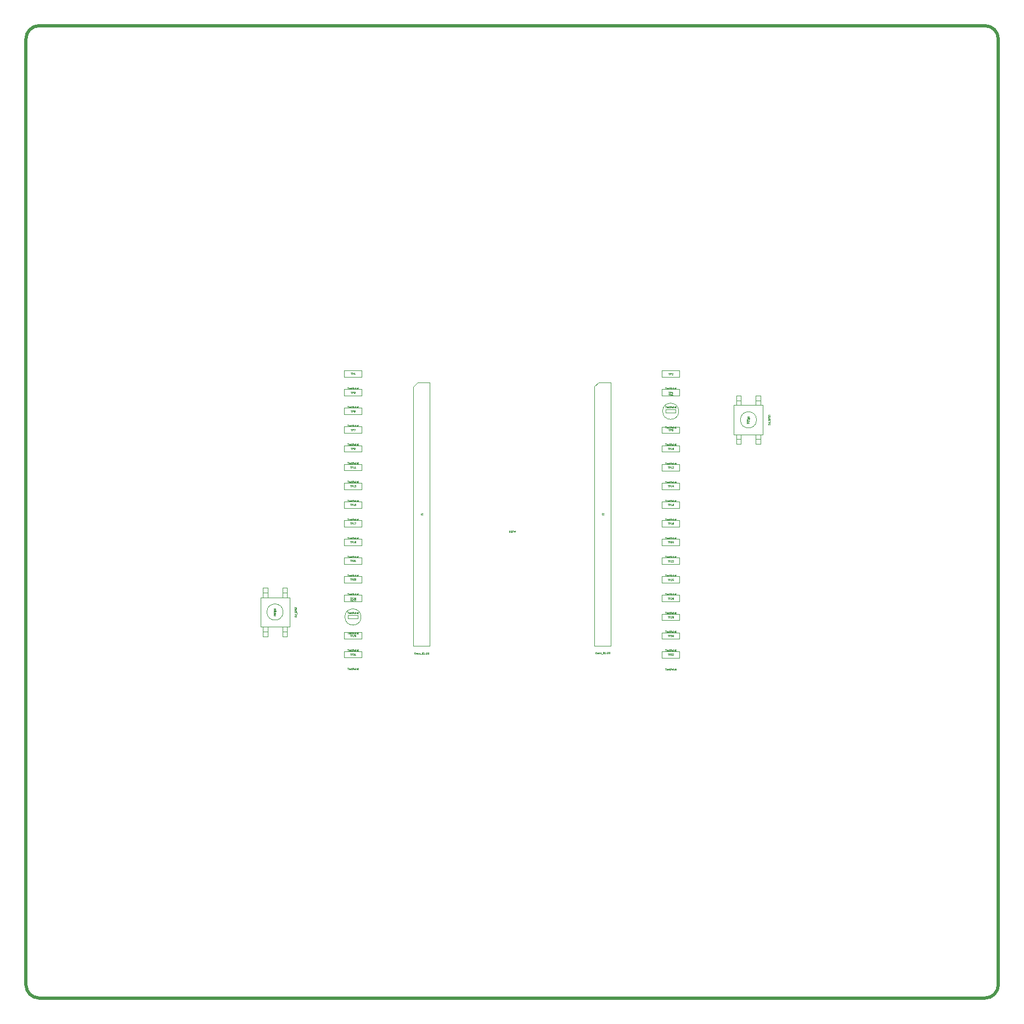
<source format=gbr>
%TF.GenerationSoftware,KiCad,Pcbnew,9.0.4*%
%TF.CreationDate,2025-11-21T09:49:58+00:00*%
%TF.ProjectId,PyBoardTester,5079426f-6172-4645-9465-737465722e6b,rev?*%
%TF.SameCoordinates,Original*%
%TF.FileFunction,AssemblyDrawing,Top*%
%FSLAX46Y46*%
G04 Gerber Fmt 4.6, Leading zero omitted, Abs format (unit mm)*
G04 Created by KiCad (PCBNEW 9.0.4) date 2025-11-21 09:49:58*
%MOMM*%
%LPD*%
G01*
G04 APERTURE LIST*
%ADD10C,0.063500*%
%ADD11C,0.100000*%
%TA.AperFunction,Profile*%
%ADD12C,0.500000*%
%TD*%
G04 APERTURE END LIST*
D10*
X69594014Y-84799225D02*
X69739157Y-84799225D01*
X69666585Y-85053225D02*
X69666585Y-84799225D01*
X69920586Y-85041130D02*
X69896395Y-85053225D01*
X69896395Y-85053225D02*
X69848014Y-85053225D01*
X69848014Y-85053225D02*
X69823824Y-85041130D01*
X69823824Y-85041130D02*
X69811728Y-85016939D01*
X69811728Y-85016939D02*
X69811728Y-84920177D01*
X69811728Y-84920177D02*
X69823824Y-84895987D01*
X69823824Y-84895987D02*
X69848014Y-84883891D01*
X69848014Y-84883891D02*
X69896395Y-84883891D01*
X69896395Y-84883891D02*
X69920586Y-84895987D01*
X69920586Y-84895987D02*
X69932681Y-84920177D01*
X69932681Y-84920177D02*
X69932681Y-84944368D01*
X69932681Y-84944368D02*
X69811728Y-84968558D01*
X70029442Y-85041130D02*
X70053633Y-85053225D01*
X70053633Y-85053225D02*
X70102014Y-85053225D01*
X70102014Y-85053225D02*
X70126204Y-85041130D01*
X70126204Y-85041130D02*
X70138300Y-85016939D01*
X70138300Y-85016939D02*
X70138300Y-85004844D01*
X70138300Y-85004844D02*
X70126204Y-84980653D01*
X70126204Y-84980653D02*
X70102014Y-84968558D01*
X70102014Y-84968558D02*
X70065728Y-84968558D01*
X70065728Y-84968558D02*
X70041538Y-84956463D01*
X70041538Y-84956463D02*
X70029442Y-84932272D01*
X70029442Y-84932272D02*
X70029442Y-84920177D01*
X70029442Y-84920177D02*
X70041538Y-84895987D01*
X70041538Y-84895987D02*
X70065728Y-84883891D01*
X70065728Y-84883891D02*
X70102014Y-84883891D01*
X70102014Y-84883891D02*
X70126204Y-84895987D01*
X70210871Y-84883891D02*
X70307633Y-84883891D01*
X70247157Y-84799225D02*
X70247157Y-85016939D01*
X70247157Y-85016939D02*
X70259252Y-85041130D01*
X70259252Y-85041130D02*
X70283442Y-85053225D01*
X70283442Y-85053225D02*
X70307633Y-85053225D01*
X70392300Y-85053225D02*
X70392300Y-84799225D01*
X70392300Y-84799225D02*
X70489062Y-84799225D01*
X70489062Y-84799225D02*
X70513252Y-84811320D01*
X70513252Y-84811320D02*
X70525347Y-84823415D01*
X70525347Y-84823415D02*
X70537443Y-84847606D01*
X70537443Y-84847606D02*
X70537443Y-84883891D01*
X70537443Y-84883891D02*
X70525347Y-84908082D01*
X70525347Y-84908082D02*
X70513252Y-84920177D01*
X70513252Y-84920177D02*
X70489062Y-84932272D01*
X70489062Y-84932272D02*
X70392300Y-84932272D01*
X70682585Y-85053225D02*
X70658395Y-85041130D01*
X70658395Y-85041130D02*
X70646300Y-85029034D01*
X70646300Y-85029034D02*
X70634204Y-85004844D01*
X70634204Y-85004844D02*
X70634204Y-84932272D01*
X70634204Y-84932272D02*
X70646300Y-84908082D01*
X70646300Y-84908082D02*
X70658395Y-84895987D01*
X70658395Y-84895987D02*
X70682585Y-84883891D01*
X70682585Y-84883891D02*
X70718871Y-84883891D01*
X70718871Y-84883891D02*
X70743062Y-84895987D01*
X70743062Y-84895987D02*
X70755157Y-84908082D01*
X70755157Y-84908082D02*
X70767252Y-84932272D01*
X70767252Y-84932272D02*
X70767252Y-85004844D01*
X70767252Y-85004844D02*
X70755157Y-85029034D01*
X70755157Y-85029034D02*
X70743062Y-85041130D01*
X70743062Y-85041130D02*
X70718871Y-85053225D01*
X70718871Y-85053225D02*
X70682585Y-85053225D01*
X70876110Y-85053225D02*
X70876110Y-84883891D01*
X70876110Y-84799225D02*
X70864014Y-84811320D01*
X70864014Y-84811320D02*
X70876110Y-84823415D01*
X70876110Y-84823415D02*
X70888205Y-84811320D01*
X70888205Y-84811320D02*
X70876110Y-84799225D01*
X70876110Y-84799225D02*
X70876110Y-84823415D01*
X70997062Y-84883891D02*
X70997062Y-85053225D01*
X70997062Y-84908082D02*
X71009157Y-84895987D01*
X71009157Y-84895987D02*
X71033347Y-84883891D01*
X71033347Y-84883891D02*
X71069633Y-84883891D01*
X71069633Y-84883891D02*
X71093824Y-84895987D01*
X71093824Y-84895987D02*
X71105919Y-84920177D01*
X71105919Y-84920177D02*
X71105919Y-85053225D01*
X71190586Y-84883891D02*
X71287348Y-84883891D01*
X71226872Y-84799225D02*
X71226872Y-85016939D01*
X71226872Y-85016939D02*
X71238967Y-85041130D01*
X71238967Y-85041130D02*
X71263157Y-85053225D01*
X71263157Y-85053225D02*
X71287348Y-85053225D01*
X70120157Y-82549225D02*
X70265300Y-82549225D01*
X70192728Y-82803225D02*
X70192728Y-82549225D01*
X70349967Y-82803225D02*
X70349967Y-82549225D01*
X70349967Y-82549225D02*
X70446729Y-82549225D01*
X70446729Y-82549225D02*
X70470919Y-82561320D01*
X70470919Y-82561320D02*
X70483014Y-82573415D01*
X70483014Y-82573415D02*
X70495110Y-82597606D01*
X70495110Y-82597606D02*
X70495110Y-82633891D01*
X70495110Y-82633891D02*
X70483014Y-82658082D01*
X70483014Y-82658082D02*
X70470919Y-82670177D01*
X70470919Y-82670177D02*
X70446729Y-82682272D01*
X70446729Y-82682272D02*
X70349967Y-82682272D01*
X70737014Y-82803225D02*
X70591871Y-82803225D01*
X70664443Y-82803225D02*
X70664443Y-82549225D01*
X70664443Y-82549225D02*
X70640252Y-82585510D01*
X70640252Y-82585510D02*
X70616062Y-82609701D01*
X70616062Y-82609701D02*
X70591871Y-82621796D01*
X69594014Y-99232558D02*
X69739157Y-99232558D01*
X69666585Y-99486558D02*
X69666585Y-99232558D01*
X69920586Y-99474463D02*
X69896395Y-99486558D01*
X69896395Y-99486558D02*
X69848014Y-99486558D01*
X69848014Y-99486558D02*
X69823824Y-99474463D01*
X69823824Y-99474463D02*
X69811728Y-99450272D01*
X69811728Y-99450272D02*
X69811728Y-99353510D01*
X69811728Y-99353510D02*
X69823824Y-99329320D01*
X69823824Y-99329320D02*
X69848014Y-99317224D01*
X69848014Y-99317224D02*
X69896395Y-99317224D01*
X69896395Y-99317224D02*
X69920586Y-99329320D01*
X69920586Y-99329320D02*
X69932681Y-99353510D01*
X69932681Y-99353510D02*
X69932681Y-99377701D01*
X69932681Y-99377701D02*
X69811728Y-99401891D01*
X70029442Y-99474463D02*
X70053633Y-99486558D01*
X70053633Y-99486558D02*
X70102014Y-99486558D01*
X70102014Y-99486558D02*
X70126204Y-99474463D01*
X70126204Y-99474463D02*
X70138300Y-99450272D01*
X70138300Y-99450272D02*
X70138300Y-99438177D01*
X70138300Y-99438177D02*
X70126204Y-99413986D01*
X70126204Y-99413986D02*
X70102014Y-99401891D01*
X70102014Y-99401891D02*
X70065728Y-99401891D01*
X70065728Y-99401891D02*
X70041538Y-99389796D01*
X70041538Y-99389796D02*
X70029442Y-99365605D01*
X70029442Y-99365605D02*
X70029442Y-99353510D01*
X70029442Y-99353510D02*
X70041538Y-99329320D01*
X70041538Y-99329320D02*
X70065728Y-99317224D01*
X70065728Y-99317224D02*
X70102014Y-99317224D01*
X70102014Y-99317224D02*
X70126204Y-99329320D01*
X70210871Y-99317224D02*
X70307633Y-99317224D01*
X70247157Y-99232558D02*
X70247157Y-99450272D01*
X70247157Y-99450272D02*
X70259252Y-99474463D01*
X70259252Y-99474463D02*
X70283442Y-99486558D01*
X70283442Y-99486558D02*
X70307633Y-99486558D01*
X70392300Y-99486558D02*
X70392300Y-99232558D01*
X70392300Y-99232558D02*
X70489062Y-99232558D01*
X70489062Y-99232558D02*
X70513252Y-99244653D01*
X70513252Y-99244653D02*
X70525347Y-99256748D01*
X70525347Y-99256748D02*
X70537443Y-99280939D01*
X70537443Y-99280939D02*
X70537443Y-99317224D01*
X70537443Y-99317224D02*
X70525347Y-99341415D01*
X70525347Y-99341415D02*
X70513252Y-99353510D01*
X70513252Y-99353510D02*
X70489062Y-99365605D01*
X70489062Y-99365605D02*
X70392300Y-99365605D01*
X70682585Y-99486558D02*
X70658395Y-99474463D01*
X70658395Y-99474463D02*
X70646300Y-99462367D01*
X70646300Y-99462367D02*
X70634204Y-99438177D01*
X70634204Y-99438177D02*
X70634204Y-99365605D01*
X70634204Y-99365605D02*
X70646300Y-99341415D01*
X70646300Y-99341415D02*
X70658395Y-99329320D01*
X70658395Y-99329320D02*
X70682585Y-99317224D01*
X70682585Y-99317224D02*
X70718871Y-99317224D01*
X70718871Y-99317224D02*
X70743062Y-99329320D01*
X70743062Y-99329320D02*
X70755157Y-99341415D01*
X70755157Y-99341415D02*
X70767252Y-99365605D01*
X70767252Y-99365605D02*
X70767252Y-99438177D01*
X70767252Y-99438177D02*
X70755157Y-99462367D01*
X70755157Y-99462367D02*
X70743062Y-99474463D01*
X70743062Y-99474463D02*
X70718871Y-99486558D01*
X70718871Y-99486558D02*
X70682585Y-99486558D01*
X70876110Y-99486558D02*
X70876110Y-99317224D01*
X70876110Y-99232558D02*
X70864014Y-99244653D01*
X70864014Y-99244653D02*
X70876110Y-99256748D01*
X70876110Y-99256748D02*
X70888205Y-99244653D01*
X70888205Y-99244653D02*
X70876110Y-99232558D01*
X70876110Y-99232558D02*
X70876110Y-99256748D01*
X70997062Y-99317224D02*
X70997062Y-99486558D01*
X70997062Y-99341415D02*
X71009157Y-99329320D01*
X71009157Y-99329320D02*
X71033347Y-99317224D01*
X71033347Y-99317224D02*
X71069633Y-99317224D01*
X71069633Y-99317224D02*
X71093824Y-99329320D01*
X71093824Y-99329320D02*
X71105919Y-99353510D01*
X71105919Y-99353510D02*
X71105919Y-99486558D01*
X71190586Y-99317224D02*
X71287348Y-99317224D01*
X71226872Y-99232558D02*
X71226872Y-99450272D01*
X71226872Y-99450272D02*
X71238967Y-99474463D01*
X71238967Y-99474463D02*
X71263157Y-99486558D01*
X71263157Y-99486558D02*
X71287348Y-99486558D01*
X69999204Y-96982558D02*
X70144347Y-96982558D01*
X70071775Y-97236558D02*
X70071775Y-96982558D01*
X70229014Y-97236558D02*
X70229014Y-96982558D01*
X70229014Y-96982558D02*
X70325776Y-96982558D01*
X70325776Y-96982558D02*
X70349966Y-96994653D01*
X70349966Y-96994653D02*
X70362061Y-97006748D01*
X70362061Y-97006748D02*
X70374157Y-97030939D01*
X70374157Y-97030939D02*
X70374157Y-97067224D01*
X70374157Y-97067224D02*
X70362061Y-97091415D01*
X70362061Y-97091415D02*
X70349966Y-97103510D01*
X70349966Y-97103510D02*
X70325776Y-97115605D01*
X70325776Y-97115605D02*
X70229014Y-97115605D01*
X70616061Y-97236558D02*
X70470918Y-97236558D01*
X70543490Y-97236558D02*
X70543490Y-96982558D01*
X70543490Y-96982558D02*
X70519299Y-97018843D01*
X70519299Y-97018843D02*
X70495109Y-97043034D01*
X70495109Y-97043034D02*
X70470918Y-97055129D01*
X70857966Y-97236558D02*
X70712823Y-97236558D01*
X70785395Y-97236558D02*
X70785395Y-96982558D01*
X70785395Y-96982558D02*
X70761204Y-97018843D01*
X70761204Y-97018843D02*
X70737014Y-97043034D01*
X70737014Y-97043034D02*
X70712823Y-97055129D01*
X118617333Y-113677503D02*
X118762476Y-113677503D01*
X118689904Y-113931503D02*
X118689904Y-113677503D01*
X118943905Y-113919408D02*
X118919714Y-113931503D01*
X118919714Y-113931503D02*
X118871333Y-113931503D01*
X118871333Y-113931503D02*
X118847143Y-113919408D01*
X118847143Y-113919408D02*
X118835047Y-113895217D01*
X118835047Y-113895217D02*
X118835047Y-113798455D01*
X118835047Y-113798455D02*
X118847143Y-113774265D01*
X118847143Y-113774265D02*
X118871333Y-113762169D01*
X118871333Y-113762169D02*
X118919714Y-113762169D01*
X118919714Y-113762169D02*
X118943905Y-113774265D01*
X118943905Y-113774265D02*
X118956000Y-113798455D01*
X118956000Y-113798455D02*
X118956000Y-113822646D01*
X118956000Y-113822646D02*
X118835047Y-113846836D01*
X119052761Y-113919408D02*
X119076952Y-113931503D01*
X119076952Y-113931503D02*
X119125333Y-113931503D01*
X119125333Y-113931503D02*
X119149523Y-113919408D01*
X119149523Y-113919408D02*
X119161619Y-113895217D01*
X119161619Y-113895217D02*
X119161619Y-113883122D01*
X119161619Y-113883122D02*
X119149523Y-113858931D01*
X119149523Y-113858931D02*
X119125333Y-113846836D01*
X119125333Y-113846836D02*
X119089047Y-113846836D01*
X119089047Y-113846836D02*
X119064857Y-113834741D01*
X119064857Y-113834741D02*
X119052761Y-113810550D01*
X119052761Y-113810550D02*
X119052761Y-113798455D01*
X119052761Y-113798455D02*
X119064857Y-113774265D01*
X119064857Y-113774265D02*
X119089047Y-113762169D01*
X119089047Y-113762169D02*
X119125333Y-113762169D01*
X119125333Y-113762169D02*
X119149523Y-113774265D01*
X119234190Y-113762169D02*
X119330952Y-113762169D01*
X119270476Y-113677503D02*
X119270476Y-113895217D01*
X119270476Y-113895217D02*
X119282571Y-113919408D01*
X119282571Y-113919408D02*
X119306761Y-113931503D01*
X119306761Y-113931503D02*
X119330952Y-113931503D01*
X119415619Y-113931503D02*
X119415619Y-113677503D01*
X119415619Y-113677503D02*
X119512381Y-113677503D01*
X119512381Y-113677503D02*
X119536571Y-113689598D01*
X119536571Y-113689598D02*
X119548666Y-113701693D01*
X119548666Y-113701693D02*
X119560762Y-113725884D01*
X119560762Y-113725884D02*
X119560762Y-113762169D01*
X119560762Y-113762169D02*
X119548666Y-113786360D01*
X119548666Y-113786360D02*
X119536571Y-113798455D01*
X119536571Y-113798455D02*
X119512381Y-113810550D01*
X119512381Y-113810550D02*
X119415619Y-113810550D01*
X119705904Y-113931503D02*
X119681714Y-113919408D01*
X119681714Y-113919408D02*
X119669619Y-113907312D01*
X119669619Y-113907312D02*
X119657523Y-113883122D01*
X119657523Y-113883122D02*
X119657523Y-113810550D01*
X119657523Y-113810550D02*
X119669619Y-113786360D01*
X119669619Y-113786360D02*
X119681714Y-113774265D01*
X119681714Y-113774265D02*
X119705904Y-113762169D01*
X119705904Y-113762169D02*
X119742190Y-113762169D01*
X119742190Y-113762169D02*
X119766381Y-113774265D01*
X119766381Y-113774265D02*
X119778476Y-113786360D01*
X119778476Y-113786360D02*
X119790571Y-113810550D01*
X119790571Y-113810550D02*
X119790571Y-113883122D01*
X119790571Y-113883122D02*
X119778476Y-113907312D01*
X119778476Y-113907312D02*
X119766381Y-113919408D01*
X119766381Y-113919408D02*
X119742190Y-113931503D01*
X119742190Y-113931503D02*
X119705904Y-113931503D01*
X119899429Y-113931503D02*
X119899429Y-113762169D01*
X119899429Y-113677503D02*
X119887333Y-113689598D01*
X119887333Y-113689598D02*
X119899429Y-113701693D01*
X119899429Y-113701693D02*
X119911524Y-113689598D01*
X119911524Y-113689598D02*
X119899429Y-113677503D01*
X119899429Y-113677503D02*
X119899429Y-113701693D01*
X120020381Y-113762169D02*
X120020381Y-113931503D01*
X120020381Y-113786360D02*
X120032476Y-113774265D01*
X120032476Y-113774265D02*
X120056666Y-113762169D01*
X120056666Y-113762169D02*
X120092952Y-113762169D01*
X120092952Y-113762169D02*
X120117143Y-113774265D01*
X120117143Y-113774265D02*
X120129238Y-113798455D01*
X120129238Y-113798455D02*
X120129238Y-113931503D01*
X120213905Y-113762169D02*
X120310667Y-113762169D01*
X120250191Y-113677503D02*
X120250191Y-113895217D01*
X120250191Y-113895217D02*
X120262286Y-113919408D01*
X120262286Y-113919408D02*
X120286476Y-113931503D01*
X120286476Y-113931503D02*
X120310667Y-113931503D01*
X119022523Y-111427503D02*
X119167666Y-111427503D01*
X119095094Y-111681503D02*
X119095094Y-111427503D01*
X119252333Y-111681503D02*
X119252333Y-111427503D01*
X119252333Y-111427503D02*
X119349095Y-111427503D01*
X119349095Y-111427503D02*
X119373285Y-111439598D01*
X119373285Y-111439598D02*
X119385380Y-111451693D01*
X119385380Y-111451693D02*
X119397476Y-111475884D01*
X119397476Y-111475884D02*
X119397476Y-111512169D01*
X119397476Y-111512169D02*
X119385380Y-111536360D01*
X119385380Y-111536360D02*
X119373285Y-111548455D01*
X119373285Y-111548455D02*
X119349095Y-111560550D01*
X119349095Y-111560550D02*
X119252333Y-111560550D01*
X119494237Y-111451693D02*
X119506333Y-111439598D01*
X119506333Y-111439598D02*
X119530523Y-111427503D01*
X119530523Y-111427503D02*
X119590999Y-111427503D01*
X119590999Y-111427503D02*
X119615190Y-111439598D01*
X119615190Y-111439598D02*
X119627285Y-111451693D01*
X119627285Y-111451693D02*
X119639380Y-111475884D01*
X119639380Y-111475884D02*
X119639380Y-111500074D01*
X119639380Y-111500074D02*
X119627285Y-111536360D01*
X119627285Y-111536360D02*
X119482142Y-111681503D01*
X119482142Y-111681503D02*
X119639380Y-111681503D01*
X119736142Y-111451693D02*
X119748238Y-111439598D01*
X119748238Y-111439598D02*
X119772428Y-111427503D01*
X119772428Y-111427503D02*
X119832904Y-111427503D01*
X119832904Y-111427503D02*
X119857095Y-111439598D01*
X119857095Y-111439598D02*
X119869190Y-111451693D01*
X119869190Y-111451693D02*
X119881285Y-111475884D01*
X119881285Y-111475884D02*
X119881285Y-111500074D01*
X119881285Y-111500074D02*
X119869190Y-111536360D01*
X119869190Y-111536360D02*
X119724047Y-111681503D01*
X119724047Y-111681503D02*
X119881285Y-111681503D01*
X69594014Y-122575892D02*
X69739157Y-122575892D01*
X69666585Y-122829892D02*
X69666585Y-122575892D01*
X69920586Y-122817797D02*
X69896395Y-122829892D01*
X69896395Y-122829892D02*
X69848014Y-122829892D01*
X69848014Y-122829892D02*
X69823824Y-122817797D01*
X69823824Y-122817797D02*
X69811728Y-122793606D01*
X69811728Y-122793606D02*
X69811728Y-122696844D01*
X69811728Y-122696844D02*
X69823824Y-122672654D01*
X69823824Y-122672654D02*
X69848014Y-122660558D01*
X69848014Y-122660558D02*
X69896395Y-122660558D01*
X69896395Y-122660558D02*
X69920586Y-122672654D01*
X69920586Y-122672654D02*
X69932681Y-122696844D01*
X69932681Y-122696844D02*
X69932681Y-122721035D01*
X69932681Y-122721035D02*
X69811728Y-122745225D01*
X70029442Y-122817797D02*
X70053633Y-122829892D01*
X70053633Y-122829892D02*
X70102014Y-122829892D01*
X70102014Y-122829892D02*
X70126204Y-122817797D01*
X70126204Y-122817797D02*
X70138300Y-122793606D01*
X70138300Y-122793606D02*
X70138300Y-122781511D01*
X70138300Y-122781511D02*
X70126204Y-122757320D01*
X70126204Y-122757320D02*
X70102014Y-122745225D01*
X70102014Y-122745225D02*
X70065728Y-122745225D01*
X70065728Y-122745225D02*
X70041538Y-122733130D01*
X70041538Y-122733130D02*
X70029442Y-122708939D01*
X70029442Y-122708939D02*
X70029442Y-122696844D01*
X70029442Y-122696844D02*
X70041538Y-122672654D01*
X70041538Y-122672654D02*
X70065728Y-122660558D01*
X70065728Y-122660558D02*
X70102014Y-122660558D01*
X70102014Y-122660558D02*
X70126204Y-122672654D01*
X70210871Y-122660558D02*
X70307633Y-122660558D01*
X70247157Y-122575892D02*
X70247157Y-122793606D01*
X70247157Y-122793606D02*
X70259252Y-122817797D01*
X70259252Y-122817797D02*
X70283442Y-122829892D01*
X70283442Y-122829892D02*
X70307633Y-122829892D01*
X70392300Y-122829892D02*
X70392300Y-122575892D01*
X70392300Y-122575892D02*
X70489062Y-122575892D01*
X70489062Y-122575892D02*
X70513252Y-122587987D01*
X70513252Y-122587987D02*
X70525347Y-122600082D01*
X70525347Y-122600082D02*
X70537443Y-122624273D01*
X70537443Y-122624273D02*
X70537443Y-122660558D01*
X70537443Y-122660558D02*
X70525347Y-122684749D01*
X70525347Y-122684749D02*
X70513252Y-122696844D01*
X70513252Y-122696844D02*
X70489062Y-122708939D01*
X70489062Y-122708939D02*
X70392300Y-122708939D01*
X70682585Y-122829892D02*
X70658395Y-122817797D01*
X70658395Y-122817797D02*
X70646300Y-122805701D01*
X70646300Y-122805701D02*
X70634204Y-122781511D01*
X70634204Y-122781511D02*
X70634204Y-122708939D01*
X70634204Y-122708939D02*
X70646300Y-122684749D01*
X70646300Y-122684749D02*
X70658395Y-122672654D01*
X70658395Y-122672654D02*
X70682585Y-122660558D01*
X70682585Y-122660558D02*
X70718871Y-122660558D01*
X70718871Y-122660558D02*
X70743062Y-122672654D01*
X70743062Y-122672654D02*
X70755157Y-122684749D01*
X70755157Y-122684749D02*
X70767252Y-122708939D01*
X70767252Y-122708939D02*
X70767252Y-122781511D01*
X70767252Y-122781511D02*
X70755157Y-122805701D01*
X70755157Y-122805701D02*
X70743062Y-122817797D01*
X70743062Y-122817797D02*
X70718871Y-122829892D01*
X70718871Y-122829892D02*
X70682585Y-122829892D01*
X70876110Y-122829892D02*
X70876110Y-122660558D01*
X70876110Y-122575892D02*
X70864014Y-122587987D01*
X70864014Y-122587987D02*
X70876110Y-122600082D01*
X70876110Y-122600082D02*
X70888205Y-122587987D01*
X70888205Y-122587987D02*
X70876110Y-122575892D01*
X70876110Y-122575892D02*
X70876110Y-122600082D01*
X70997062Y-122660558D02*
X70997062Y-122829892D01*
X70997062Y-122684749D02*
X71009157Y-122672654D01*
X71009157Y-122672654D02*
X71033347Y-122660558D01*
X71033347Y-122660558D02*
X71069633Y-122660558D01*
X71069633Y-122660558D02*
X71093824Y-122672654D01*
X71093824Y-122672654D02*
X71105919Y-122696844D01*
X71105919Y-122696844D02*
X71105919Y-122829892D01*
X71190586Y-122660558D02*
X71287348Y-122660558D01*
X71226872Y-122575892D02*
X71226872Y-122793606D01*
X71226872Y-122793606D02*
X71238967Y-122817797D01*
X71238967Y-122817797D02*
X71263157Y-122829892D01*
X71263157Y-122829892D02*
X71287348Y-122829892D01*
X69999204Y-117575892D02*
X70144347Y-117575892D01*
X70071775Y-117829892D02*
X70071775Y-117575892D01*
X70229014Y-117829892D02*
X70229014Y-117575892D01*
X70229014Y-117575892D02*
X70325776Y-117575892D01*
X70325776Y-117575892D02*
X70349966Y-117587987D01*
X70349966Y-117587987D02*
X70362061Y-117600082D01*
X70362061Y-117600082D02*
X70374157Y-117624273D01*
X70374157Y-117624273D02*
X70374157Y-117660558D01*
X70374157Y-117660558D02*
X70362061Y-117684749D01*
X70362061Y-117684749D02*
X70349966Y-117696844D01*
X70349966Y-117696844D02*
X70325776Y-117708939D01*
X70325776Y-117708939D02*
X70229014Y-117708939D01*
X70470918Y-117600082D02*
X70483014Y-117587987D01*
X70483014Y-117587987D02*
X70507204Y-117575892D01*
X70507204Y-117575892D02*
X70567680Y-117575892D01*
X70567680Y-117575892D02*
X70591871Y-117587987D01*
X70591871Y-117587987D02*
X70603966Y-117600082D01*
X70603966Y-117600082D02*
X70616061Y-117624273D01*
X70616061Y-117624273D02*
X70616061Y-117648463D01*
X70616061Y-117648463D02*
X70603966Y-117684749D01*
X70603966Y-117684749D02*
X70458823Y-117829892D01*
X70458823Y-117829892D02*
X70616061Y-117829892D01*
X70700728Y-117575892D02*
X70870062Y-117575892D01*
X70870062Y-117575892D02*
X70761204Y-117829892D01*
X118617333Y-116564169D02*
X118762476Y-116564169D01*
X118689904Y-116818169D02*
X118689904Y-116564169D01*
X118943905Y-116806074D02*
X118919714Y-116818169D01*
X118919714Y-116818169D02*
X118871333Y-116818169D01*
X118871333Y-116818169D02*
X118847143Y-116806074D01*
X118847143Y-116806074D02*
X118835047Y-116781883D01*
X118835047Y-116781883D02*
X118835047Y-116685121D01*
X118835047Y-116685121D02*
X118847143Y-116660931D01*
X118847143Y-116660931D02*
X118871333Y-116648835D01*
X118871333Y-116648835D02*
X118919714Y-116648835D01*
X118919714Y-116648835D02*
X118943905Y-116660931D01*
X118943905Y-116660931D02*
X118956000Y-116685121D01*
X118956000Y-116685121D02*
X118956000Y-116709312D01*
X118956000Y-116709312D02*
X118835047Y-116733502D01*
X119052761Y-116806074D02*
X119076952Y-116818169D01*
X119076952Y-116818169D02*
X119125333Y-116818169D01*
X119125333Y-116818169D02*
X119149523Y-116806074D01*
X119149523Y-116806074D02*
X119161619Y-116781883D01*
X119161619Y-116781883D02*
X119161619Y-116769788D01*
X119161619Y-116769788D02*
X119149523Y-116745597D01*
X119149523Y-116745597D02*
X119125333Y-116733502D01*
X119125333Y-116733502D02*
X119089047Y-116733502D01*
X119089047Y-116733502D02*
X119064857Y-116721407D01*
X119064857Y-116721407D02*
X119052761Y-116697216D01*
X119052761Y-116697216D02*
X119052761Y-116685121D01*
X119052761Y-116685121D02*
X119064857Y-116660931D01*
X119064857Y-116660931D02*
X119089047Y-116648835D01*
X119089047Y-116648835D02*
X119125333Y-116648835D01*
X119125333Y-116648835D02*
X119149523Y-116660931D01*
X119234190Y-116648835D02*
X119330952Y-116648835D01*
X119270476Y-116564169D02*
X119270476Y-116781883D01*
X119270476Y-116781883D02*
X119282571Y-116806074D01*
X119282571Y-116806074D02*
X119306761Y-116818169D01*
X119306761Y-116818169D02*
X119330952Y-116818169D01*
X119415619Y-116818169D02*
X119415619Y-116564169D01*
X119415619Y-116564169D02*
X119512381Y-116564169D01*
X119512381Y-116564169D02*
X119536571Y-116576264D01*
X119536571Y-116576264D02*
X119548666Y-116588359D01*
X119548666Y-116588359D02*
X119560762Y-116612550D01*
X119560762Y-116612550D02*
X119560762Y-116648835D01*
X119560762Y-116648835D02*
X119548666Y-116673026D01*
X119548666Y-116673026D02*
X119536571Y-116685121D01*
X119536571Y-116685121D02*
X119512381Y-116697216D01*
X119512381Y-116697216D02*
X119415619Y-116697216D01*
X119705904Y-116818169D02*
X119681714Y-116806074D01*
X119681714Y-116806074D02*
X119669619Y-116793978D01*
X119669619Y-116793978D02*
X119657523Y-116769788D01*
X119657523Y-116769788D02*
X119657523Y-116697216D01*
X119657523Y-116697216D02*
X119669619Y-116673026D01*
X119669619Y-116673026D02*
X119681714Y-116660931D01*
X119681714Y-116660931D02*
X119705904Y-116648835D01*
X119705904Y-116648835D02*
X119742190Y-116648835D01*
X119742190Y-116648835D02*
X119766381Y-116660931D01*
X119766381Y-116660931D02*
X119778476Y-116673026D01*
X119778476Y-116673026D02*
X119790571Y-116697216D01*
X119790571Y-116697216D02*
X119790571Y-116769788D01*
X119790571Y-116769788D02*
X119778476Y-116793978D01*
X119778476Y-116793978D02*
X119766381Y-116806074D01*
X119766381Y-116806074D02*
X119742190Y-116818169D01*
X119742190Y-116818169D02*
X119705904Y-116818169D01*
X119899429Y-116818169D02*
X119899429Y-116648835D01*
X119899429Y-116564169D02*
X119887333Y-116576264D01*
X119887333Y-116576264D02*
X119899429Y-116588359D01*
X119899429Y-116588359D02*
X119911524Y-116576264D01*
X119911524Y-116576264D02*
X119899429Y-116564169D01*
X119899429Y-116564169D02*
X119899429Y-116588359D01*
X120020381Y-116648835D02*
X120020381Y-116818169D01*
X120020381Y-116673026D02*
X120032476Y-116660931D01*
X120032476Y-116660931D02*
X120056666Y-116648835D01*
X120056666Y-116648835D02*
X120092952Y-116648835D01*
X120092952Y-116648835D02*
X120117143Y-116660931D01*
X120117143Y-116660931D02*
X120129238Y-116685121D01*
X120129238Y-116685121D02*
X120129238Y-116818169D01*
X120213905Y-116648835D02*
X120310667Y-116648835D01*
X120250191Y-116564169D02*
X120250191Y-116781883D01*
X120250191Y-116781883D02*
X120262286Y-116806074D01*
X120262286Y-116806074D02*
X120286476Y-116818169D01*
X120286476Y-116818169D02*
X120310667Y-116818169D01*
X119022523Y-114314169D02*
X119167666Y-114314169D01*
X119095094Y-114568169D02*
X119095094Y-114314169D01*
X119252333Y-114568169D02*
X119252333Y-114314169D01*
X119252333Y-114314169D02*
X119349095Y-114314169D01*
X119349095Y-114314169D02*
X119373285Y-114326264D01*
X119373285Y-114326264D02*
X119385380Y-114338359D01*
X119385380Y-114338359D02*
X119397476Y-114362550D01*
X119397476Y-114362550D02*
X119397476Y-114398835D01*
X119397476Y-114398835D02*
X119385380Y-114423026D01*
X119385380Y-114423026D02*
X119373285Y-114435121D01*
X119373285Y-114435121D02*
X119349095Y-114447216D01*
X119349095Y-114447216D02*
X119252333Y-114447216D01*
X119494237Y-114338359D02*
X119506333Y-114326264D01*
X119506333Y-114326264D02*
X119530523Y-114314169D01*
X119530523Y-114314169D02*
X119590999Y-114314169D01*
X119590999Y-114314169D02*
X119615190Y-114326264D01*
X119615190Y-114326264D02*
X119627285Y-114338359D01*
X119627285Y-114338359D02*
X119639380Y-114362550D01*
X119639380Y-114362550D02*
X119639380Y-114386740D01*
X119639380Y-114386740D02*
X119627285Y-114423026D01*
X119627285Y-114423026D02*
X119482142Y-114568169D01*
X119482142Y-114568169D02*
X119639380Y-114568169D01*
X119857095Y-114398835D02*
X119857095Y-114568169D01*
X119796619Y-114302074D02*
X119736142Y-114483502D01*
X119736142Y-114483502D02*
X119893381Y-114483502D01*
X69594014Y-87685892D02*
X69739157Y-87685892D01*
X69666585Y-87939892D02*
X69666585Y-87685892D01*
X69920586Y-87927797D02*
X69896395Y-87939892D01*
X69896395Y-87939892D02*
X69848014Y-87939892D01*
X69848014Y-87939892D02*
X69823824Y-87927797D01*
X69823824Y-87927797D02*
X69811728Y-87903606D01*
X69811728Y-87903606D02*
X69811728Y-87806844D01*
X69811728Y-87806844D02*
X69823824Y-87782654D01*
X69823824Y-87782654D02*
X69848014Y-87770558D01*
X69848014Y-87770558D02*
X69896395Y-87770558D01*
X69896395Y-87770558D02*
X69920586Y-87782654D01*
X69920586Y-87782654D02*
X69932681Y-87806844D01*
X69932681Y-87806844D02*
X69932681Y-87831035D01*
X69932681Y-87831035D02*
X69811728Y-87855225D01*
X70029442Y-87927797D02*
X70053633Y-87939892D01*
X70053633Y-87939892D02*
X70102014Y-87939892D01*
X70102014Y-87939892D02*
X70126204Y-87927797D01*
X70126204Y-87927797D02*
X70138300Y-87903606D01*
X70138300Y-87903606D02*
X70138300Y-87891511D01*
X70138300Y-87891511D02*
X70126204Y-87867320D01*
X70126204Y-87867320D02*
X70102014Y-87855225D01*
X70102014Y-87855225D02*
X70065728Y-87855225D01*
X70065728Y-87855225D02*
X70041538Y-87843130D01*
X70041538Y-87843130D02*
X70029442Y-87818939D01*
X70029442Y-87818939D02*
X70029442Y-87806844D01*
X70029442Y-87806844D02*
X70041538Y-87782654D01*
X70041538Y-87782654D02*
X70065728Y-87770558D01*
X70065728Y-87770558D02*
X70102014Y-87770558D01*
X70102014Y-87770558D02*
X70126204Y-87782654D01*
X70210871Y-87770558D02*
X70307633Y-87770558D01*
X70247157Y-87685892D02*
X70247157Y-87903606D01*
X70247157Y-87903606D02*
X70259252Y-87927797D01*
X70259252Y-87927797D02*
X70283442Y-87939892D01*
X70283442Y-87939892D02*
X70307633Y-87939892D01*
X70392300Y-87939892D02*
X70392300Y-87685892D01*
X70392300Y-87685892D02*
X70489062Y-87685892D01*
X70489062Y-87685892D02*
X70513252Y-87697987D01*
X70513252Y-87697987D02*
X70525347Y-87710082D01*
X70525347Y-87710082D02*
X70537443Y-87734273D01*
X70537443Y-87734273D02*
X70537443Y-87770558D01*
X70537443Y-87770558D02*
X70525347Y-87794749D01*
X70525347Y-87794749D02*
X70513252Y-87806844D01*
X70513252Y-87806844D02*
X70489062Y-87818939D01*
X70489062Y-87818939D02*
X70392300Y-87818939D01*
X70682585Y-87939892D02*
X70658395Y-87927797D01*
X70658395Y-87927797D02*
X70646300Y-87915701D01*
X70646300Y-87915701D02*
X70634204Y-87891511D01*
X70634204Y-87891511D02*
X70634204Y-87818939D01*
X70634204Y-87818939D02*
X70646300Y-87794749D01*
X70646300Y-87794749D02*
X70658395Y-87782654D01*
X70658395Y-87782654D02*
X70682585Y-87770558D01*
X70682585Y-87770558D02*
X70718871Y-87770558D01*
X70718871Y-87770558D02*
X70743062Y-87782654D01*
X70743062Y-87782654D02*
X70755157Y-87794749D01*
X70755157Y-87794749D02*
X70767252Y-87818939D01*
X70767252Y-87818939D02*
X70767252Y-87891511D01*
X70767252Y-87891511D02*
X70755157Y-87915701D01*
X70755157Y-87915701D02*
X70743062Y-87927797D01*
X70743062Y-87927797D02*
X70718871Y-87939892D01*
X70718871Y-87939892D02*
X70682585Y-87939892D01*
X70876110Y-87939892D02*
X70876110Y-87770558D01*
X70876110Y-87685892D02*
X70864014Y-87697987D01*
X70864014Y-87697987D02*
X70876110Y-87710082D01*
X70876110Y-87710082D02*
X70888205Y-87697987D01*
X70888205Y-87697987D02*
X70876110Y-87685892D01*
X70876110Y-87685892D02*
X70876110Y-87710082D01*
X70997062Y-87770558D02*
X70997062Y-87939892D01*
X70997062Y-87794749D02*
X71009157Y-87782654D01*
X71009157Y-87782654D02*
X71033347Y-87770558D01*
X71033347Y-87770558D02*
X71069633Y-87770558D01*
X71069633Y-87770558D02*
X71093824Y-87782654D01*
X71093824Y-87782654D02*
X71105919Y-87806844D01*
X71105919Y-87806844D02*
X71105919Y-87939892D01*
X71190586Y-87770558D02*
X71287348Y-87770558D01*
X71226872Y-87685892D02*
X71226872Y-87903606D01*
X71226872Y-87903606D02*
X71238967Y-87927797D01*
X71238967Y-87927797D02*
X71263157Y-87939892D01*
X71263157Y-87939892D02*
X71287348Y-87939892D01*
X70120157Y-85435892D02*
X70265300Y-85435892D01*
X70192728Y-85689892D02*
X70192728Y-85435892D01*
X70349967Y-85689892D02*
X70349967Y-85435892D01*
X70349967Y-85435892D02*
X70446729Y-85435892D01*
X70446729Y-85435892D02*
X70470919Y-85447987D01*
X70470919Y-85447987D02*
X70483014Y-85460082D01*
X70483014Y-85460082D02*
X70495110Y-85484273D01*
X70495110Y-85484273D02*
X70495110Y-85520558D01*
X70495110Y-85520558D02*
X70483014Y-85544749D01*
X70483014Y-85544749D02*
X70470919Y-85556844D01*
X70470919Y-85556844D02*
X70446729Y-85568939D01*
X70446729Y-85568939D02*
X70349967Y-85568939D01*
X70579776Y-85435892D02*
X70737014Y-85435892D01*
X70737014Y-85435892D02*
X70652348Y-85532654D01*
X70652348Y-85532654D02*
X70688633Y-85532654D01*
X70688633Y-85532654D02*
X70712824Y-85544749D01*
X70712824Y-85544749D02*
X70724919Y-85556844D01*
X70724919Y-85556844D02*
X70737014Y-85581035D01*
X70737014Y-85581035D02*
X70737014Y-85641511D01*
X70737014Y-85641511D02*
X70724919Y-85665701D01*
X70724919Y-85665701D02*
X70712824Y-85677797D01*
X70712824Y-85677797D02*
X70688633Y-85689892D01*
X70688633Y-85689892D02*
X70616062Y-85689892D01*
X70616062Y-85689892D02*
X70591871Y-85677797D01*
X70591871Y-85677797D02*
X70579776Y-85665701D01*
X118617333Y-128110836D02*
X118762476Y-128110836D01*
X118689904Y-128364836D02*
X118689904Y-128110836D01*
X118943905Y-128352741D02*
X118919714Y-128364836D01*
X118919714Y-128364836D02*
X118871333Y-128364836D01*
X118871333Y-128364836D02*
X118847143Y-128352741D01*
X118847143Y-128352741D02*
X118835047Y-128328550D01*
X118835047Y-128328550D02*
X118835047Y-128231788D01*
X118835047Y-128231788D02*
X118847143Y-128207598D01*
X118847143Y-128207598D02*
X118871333Y-128195502D01*
X118871333Y-128195502D02*
X118919714Y-128195502D01*
X118919714Y-128195502D02*
X118943905Y-128207598D01*
X118943905Y-128207598D02*
X118956000Y-128231788D01*
X118956000Y-128231788D02*
X118956000Y-128255979D01*
X118956000Y-128255979D02*
X118835047Y-128280169D01*
X119052761Y-128352741D02*
X119076952Y-128364836D01*
X119076952Y-128364836D02*
X119125333Y-128364836D01*
X119125333Y-128364836D02*
X119149523Y-128352741D01*
X119149523Y-128352741D02*
X119161619Y-128328550D01*
X119161619Y-128328550D02*
X119161619Y-128316455D01*
X119161619Y-128316455D02*
X119149523Y-128292264D01*
X119149523Y-128292264D02*
X119125333Y-128280169D01*
X119125333Y-128280169D02*
X119089047Y-128280169D01*
X119089047Y-128280169D02*
X119064857Y-128268074D01*
X119064857Y-128268074D02*
X119052761Y-128243883D01*
X119052761Y-128243883D02*
X119052761Y-128231788D01*
X119052761Y-128231788D02*
X119064857Y-128207598D01*
X119064857Y-128207598D02*
X119089047Y-128195502D01*
X119089047Y-128195502D02*
X119125333Y-128195502D01*
X119125333Y-128195502D02*
X119149523Y-128207598D01*
X119234190Y-128195502D02*
X119330952Y-128195502D01*
X119270476Y-128110836D02*
X119270476Y-128328550D01*
X119270476Y-128328550D02*
X119282571Y-128352741D01*
X119282571Y-128352741D02*
X119306761Y-128364836D01*
X119306761Y-128364836D02*
X119330952Y-128364836D01*
X119415619Y-128364836D02*
X119415619Y-128110836D01*
X119415619Y-128110836D02*
X119512381Y-128110836D01*
X119512381Y-128110836D02*
X119536571Y-128122931D01*
X119536571Y-128122931D02*
X119548666Y-128135026D01*
X119548666Y-128135026D02*
X119560762Y-128159217D01*
X119560762Y-128159217D02*
X119560762Y-128195502D01*
X119560762Y-128195502D02*
X119548666Y-128219693D01*
X119548666Y-128219693D02*
X119536571Y-128231788D01*
X119536571Y-128231788D02*
X119512381Y-128243883D01*
X119512381Y-128243883D02*
X119415619Y-128243883D01*
X119705904Y-128364836D02*
X119681714Y-128352741D01*
X119681714Y-128352741D02*
X119669619Y-128340645D01*
X119669619Y-128340645D02*
X119657523Y-128316455D01*
X119657523Y-128316455D02*
X119657523Y-128243883D01*
X119657523Y-128243883D02*
X119669619Y-128219693D01*
X119669619Y-128219693D02*
X119681714Y-128207598D01*
X119681714Y-128207598D02*
X119705904Y-128195502D01*
X119705904Y-128195502D02*
X119742190Y-128195502D01*
X119742190Y-128195502D02*
X119766381Y-128207598D01*
X119766381Y-128207598D02*
X119778476Y-128219693D01*
X119778476Y-128219693D02*
X119790571Y-128243883D01*
X119790571Y-128243883D02*
X119790571Y-128316455D01*
X119790571Y-128316455D02*
X119778476Y-128340645D01*
X119778476Y-128340645D02*
X119766381Y-128352741D01*
X119766381Y-128352741D02*
X119742190Y-128364836D01*
X119742190Y-128364836D02*
X119705904Y-128364836D01*
X119899429Y-128364836D02*
X119899429Y-128195502D01*
X119899429Y-128110836D02*
X119887333Y-128122931D01*
X119887333Y-128122931D02*
X119899429Y-128135026D01*
X119899429Y-128135026D02*
X119911524Y-128122931D01*
X119911524Y-128122931D02*
X119899429Y-128110836D01*
X119899429Y-128110836D02*
X119899429Y-128135026D01*
X120020381Y-128195502D02*
X120020381Y-128364836D01*
X120020381Y-128219693D02*
X120032476Y-128207598D01*
X120032476Y-128207598D02*
X120056666Y-128195502D01*
X120056666Y-128195502D02*
X120092952Y-128195502D01*
X120092952Y-128195502D02*
X120117143Y-128207598D01*
X120117143Y-128207598D02*
X120129238Y-128231788D01*
X120129238Y-128231788D02*
X120129238Y-128364836D01*
X120213905Y-128195502D02*
X120310667Y-128195502D01*
X120250191Y-128110836D02*
X120250191Y-128328550D01*
X120250191Y-128328550D02*
X120262286Y-128352741D01*
X120262286Y-128352741D02*
X120286476Y-128364836D01*
X120286476Y-128364836D02*
X120310667Y-128364836D01*
X119022523Y-125860836D02*
X119167666Y-125860836D01*
X119095094Y-126114836D02*
X119095094Y-125860836D01*
X119252333Y-126114836D02*
X119252333Y-125860836D01*
X119252333Y-125860836D02*
X119349095Y-125860836D01*
X119349095Y-125860836D02*
X119373285Y-125872931D01*
X119373285Y-125872931D02*
X119385380Y-125885026D01*
X119385380Y-125885026D02*
X119397476Y-125909217D01*
X119397476Y-125909217D02*
X119397476Y-125945502D01*
X119397476Y-125945502D02*
X119385380Y-125969693D01*
X119385380Y-125969693D02*
X119373285Y-125981788D01*
X119373285Y-125981788D02*
X119349095Y-125993883D01*
X119349095Y-125993883D02*
X119252333Y-125993883D01*
X119482142Y-125860836D02*
X119639380Y-125860836D01*
X119639380Y-125860836D02*
X119554714Y-125957598D01*
X119554714Y-125957598D02*
X119590999Y-125957598D01*
X119590999Y-125957598D02*
X119615190Y-125969693D01*
X119615190Y-125969693D02*
X119627285Y-125981788D01*
X119627285Y-125981788D02*
X119639380Y-126005979D01*
X119639380Y-126005979D02*
X119639380Y-126066455D01*
X119639380Y-126066455D02*
X119627285Y-126090645D01*
X119627285Y-126090645D02*
X119615190Y-126102741D01*
X119615190Y-126102741D02*
X119590999Y-126114836D01*
X119590999Y-126114836D02*
X119518428Y-126114836D01*
X119518428Y-126114836D02*
X119494237Y-126102741D01*
X119494237Y-126102741D02*
X119482142Y-126090645D01*
X119736142Y-125885026D02*
X119748238Y-125872931D01*
X119748238Y-125872931D02*
X119772428Y-125860836D01*
X119772428Y-125860836D02*
X119832904Y-125860836D01*
X119832904Y-125860836D02*
X119857095Y-125872931D01*
X119857095Y-125872931D02*
X119869190Y-125885026D01*
X119869190Y-125885026D02*
X119881285Y-125909217D01*
X119881285Y-125909217D02*
X119881285Y-125933407D01*
X119881285Y-125933407D02*
X119869190Y-125969693D01*
X119869190Y-125969693D02*
X119724047Y-126114836D01*
X119724047Y-126114836D02*
X119881285Y-126114836D01*
X118617333Y-102130836D02*
X118762476Y-102130836D01*
X118689904Y-102384836D02*
X118689904Y-102130836D01*
X118943905Y-102372741D02*
X118919714Y-102384836D01*
X118919714Y-102384836D02*
X118871333Y-102384836D01*
X118871333Y-102384836D02*
X118847143Y-102372741D01*
X118847143Y-102372741D02*
X118835047Y-102348550D01*
X118835047Y-102348550D02*
X118835047Y-102251788D01*
X118835047Y-102251788D02*
X118847143Y-102227598D01*
X118847143Y-102227598D02*
X118871333Y-102215502D01*
X118871333Y-102215502D02*
X118919714Y-102215502D01*
X118919714Y-102215502D02*
X118943905Y-102227598D01*
X118943905Y-102227598D02*
X118956000Y-102251788D01*
X118956000Y-102251788D02*
X118956000Y-102275979D01*
X118956000Y-102275979D02*
X118835047Y-102300169D01*
X119052761Y-102372741D02*
X119076952Y-102384836D01*
X119076952Y-102384836D02*
X119125333Y-102384836D01*
X119125333Y-102384836D02*
X119149523Y-102372741D01*
X119149523Y-102372741D02*
X119161619Y-102348550D01*
X119161619Y-102348550D02*
X119161619Y-102336455D01*
X119161619Y-102336455D02*
X119149523Y-102312264D01*
X119149523Y-102312264D02*
X119125333Y-102300169D01*
X119125333Y-102300169D02*
X119089047Y-102300169D01*
X119089047Y-102300169D02*
X119064857Y-102288074D01*
X119064857Y-102288074D02*
X119052761Y-102263883D01*
X119052761Y-102263883D02*
X119052761Y-102251788D01*
X119052761Y-102251788D02*
X119064857Y-102227598D01*
X119064857Y-102227598D02*
X119089047Y-102215502D01*
X119089047Y-102215502D02*
X119125333Y-102215502D01*
X119125333Y-102215502D02*
X119149523Y-102227598D01*
X119234190Y-102215502D02*
X119330952Y-102215502D01*
X119270476Y-102130836D02*
X119270476Y-102348550D01*
X119270476Y-102348550D02*
X119282571Y-102372741D01*
X119282571Y-102372741D02*
X119306761Y-102384836D01*
X119306761Y-102384836D02*
X119330952Y-102384836D01*
X119415619Y-102384836D02*
X119415619Y-102130836D01*
X119415619Y-102130836D02*
X119512381Y-102130836D01*
X119512381Y-102130836D02*
X119536571Y-102142931D01*
X119536571Y-102142931D02*
X119548666Y-102155026D01*
X119548666Y-102155026D02*
X119560762Y-102179217D01*
X119560762Y-102179217D02*
X119560762Y-102215502D01*
X119560762Y-102215502D02*
X119548666Y-102239693D01*
X119548666Y-102239693D02*
X119536571Y-102251788D01*
X119536571Y-102251788D02*
X119512381Y-102263883D01*
X119512381Y-102263883D02*
X119415619Y-102263883D01*
X119705904Y-102384836D02*
X119681714Y-102372741D01*
X119681714Y-102372741D02*
X119669619Y-102360645D01*
X119669619Y-102360645D02*
X119657523Y-102336455D01*
X119657523Y-102336455D02*
X119657523Y-102263883D01*
X119657523Y-102263883D02*
X119669619Y-102239693D01*
X119669619Y-102239693D02*
X119681714Y-102227598D01*
X119681714Y-102227598D02*
X119705904Y-102215502D01*
X119705904Y-102215502D02*
X119742190Y-102215502D01*
X119742190Y-102215502D02*
X119766381Y-102227598D01*
X119766381Y-102227598D02*
X119778476Y-102239693D01*
X119778476Y-102239693D02*
X119790571Y-102263883D01*
X119790571Y-102263883D02*
X119790571Y-102336455D01*
X119790571Y-102336455D02*
X119778476Y-102360645D01*
X119778476Y-102360645D02*
X119766381Y-102372741D01*
X119766381Y-102372741D02*
X119742190Y-102384836D01*
X119742190Y-102384836D02*
X119705904Y-102384836D01*
X119899429Y-102384836D02*
X119899429Y-102215502D01*
X119899429Y-102130836D02*
X119887333Y-102142931D01*
X119887333Y-102142931D02*
X119899429Y-102155026D01*
X119899429Y-102155026D02*
X119911524Y-102142931D01*
X119911524Y-102142931D02*
X119899429Y-102130836D01*
X119899429Y-102130836D02*
X119899429Y-102155026D01*
X120020381Y-102215502D02*
X120020381Y-102384836D01*
X120020381Y-102239693D02*
X120032476Y-102227598D01*
X120032476Y-102227598D02*
X120056666Y-102215502D01*
X120056666Y-102215502D02*
X120092952Y-102215502D01*
X120092952Y-102215502D02*
X120117143Y-102227598D01*
X120117143Y-102227598D02*
X120129238Y-102251788D01*
X120129238Y-102251788D02*
X120129238Y-102384836D01*
X120213905Y-102215502D02*
X120310667Y-102215502D01*
X120250191Y-102130836D02*
X120250191Y-102348550D01*
X120250191Y-102348550D02*
X120262286Y-102372741D01*
X120262286Y-102372741D02*
X120286476Y-102384836D01*
X120286476Y-102384836D02*
X120310667Y-102384836D01*
X119022523Y-99880836D02*
X119167666Y-99880836D01*
X119095094Y-100134836D02*
X119095094Y-99880836D01*
X119252333Y-100134836D02*
X119252333Y-99880836D01*
X119252333Y-99880836D02*
X119349095Y-99880836D01*
X119349095Y-99880836D02*
X119373285Y-99892931D01*
X119373285Y-99892931D02*
X119385380Y-99905026D01*
X119385380Y-99905026D02*
X119397476Y-99929217D01*
X119397476Y-99929217D02*
X119397476Y-99965502D01*
X119397476Y-99965502D02*
X119385380Y-99989693D01*
X119385380Y-99989693D02*
X119373285Y-100001788D01*
X119373285Y-100001788D02*
X119349095Y-100013883D01*
X119349095Y-100013883D02*
X119252333Y-100013883D01*
X119639380Y-100134836D02*
X119494237Y-100134836D01*
X119566809Y-100134836D02*
X119566809Y-99880836D01*
X119566809Y-99880836D02*
X119542618Y-99917121D01*
X119542618Y-99917121D02*
X119518428Y-99941312D01*
X119518428Y-99941312D02*
X119494237Y-99953407D01*
X119857095Y-99965502D02*
X119857095Y-100134836D01*
X119796619Y-99868741D02*
X119736142Y-100050169D01*
X119736142Y-100050169D02*
X119893381Y-100050169D01*
X69594014Y-119439225D02*
X69739157Y-119439225D01*
X69666585Y-119693225D02*
X69666585Y-119439225D01*
X69920586Y-119681130D02*
X69896395Y-119693225D01*
X69896395Y-119693225D02*
X69848014Y-119693225D01*
X69848014Y-119693225D02*
X69823824Y-119681130D01*
X69823824Y-119681130D02*
X69811728Y-119656939D01*
X69811728Y-119656939D02*
X69811728Y-119560177D01*
X69811728Y-119560177D02*
X69823824Y-119535987D01*
X69823824Y-119535987D02*
X69848014Y-119523891D01*
X69848014Y-119523891D02*
X69896395Y-119523891D01*
X69896395Y-119523891D02*
X69920586Y-119535987D01*
X69920586Y-119535987D02*
X69932681Y-119560177D01*
X69932681Y-119560177D02*
X69932681Y-119584368D01*
X69932681Y-119584368D02*
X69811728Y-119608558D01*
X70029442Y-119681130D02*
X70053633Y-119693225D01*
X70053633Y-119693225D02*
X70102014Y-119693225D01*
X70102014Y-119693225D02*
X70126204Y-119681130D01*
X70126204Y-119681130D02*
X70138300Y-119656939D01*
X70138300Y-119656939D02*
X70138300Y-119644844D01*
X70138300Y-119644844D02*
X70126204Y-119620653D01*
X70126204Y-119620653D02*
X70102014Y-119608558D01*
X70102014Y-119608558D02*
X70065728Y-119608558D01*
X70065728Y-119608558D02*
X70041538Y-119596463D01*
X70041538Y-119596463D02*
X70029442Y-119572272D01*
X70029442Y-119572272D02*
X70029442Y-119560177D01*
X70029442Y-119560177D02*
X70041538Y-119535987D01*
X70041538Y-119535987D02*
X70065728Y-119523891D01*
X70065728Y-119523891D02*
X70102014Y-119523891D01*
X70102014Y-119523891D02*
X70126204Y-119535987D01*
X70210871Y-119523891D02*
X70307633Y-119523891D01*
X70247157Y-119439225D02*
X70247157Y-119656939D01*
X70247157Y-119656939D02*
X70259252Y-119681130D01*
X70259252Y-119681130D02*
X70283442Y-119693225D01*
X70283442Y-119693225D02*
X70307633Y-119693225D01*
X70392300Y-119693225D02*
X70392300Y-119439225D01*
X70392300Y-119439225D02*
X70489062Y-119439225D01*
X70489062Y-119439225D02*
X70513252Y-119451320D01*
X70513252Y-119451320D02*
X70525347Y-119463415D01*
X70525347Y-119463415D02*
X70537443Y-119487606D01*
X70537443Y-119487606D02*
X70537443Y-119523891D01*
X70537443Y-119523891D02*
X70525347Y-119548082D01*
X70525347Y-119548082D02*
X70513252Y-119560177D01*
X70513252Y-119560177D02*
X70489062Y-119572272D01*
X70489062Y-119572272D02*
X70392300Y-119572272D01*
X70682585Y-119693225D02*
X70658395Y-119681130D01*
X70658395Y-119681130D02*
X70646300Y-119669034D01*
X70646300Y-119669034D02*
X70634204Y-119644844D01*
X70634204Y-119644844D02*
X70634204Y-119572272D01*
X70634204Y-119572272D02*
X70646300Y-119548082D01*
X70646300Y-119548082D02*
X70658395Y-119535987D01*
X70658395Y-119535987D02*
X70682585Y-119523891D01*
X70682585Y-119523891D02*
X70718871Y-119523891D01*
X70718871Y-119523891D02*
X70743062Y-119535987D01*
X70743062Y-119535987D02*
X70755157Y-119548082D01*
X70755157Y-119548082D02*
X70767252Y-119572272D01*
X70767252Y-119572272D02*
X70767252Y-119644844D01*
X70767252Y-119644844D02*
X70755157Y-119669034D01*
X70755157Y-119669034D02*
X70743062Y-119681130D01*
X70743062Y-119681130D02*
X70718871Y-119693225D01*
X70718871Y-119693225D02*
X70682585Y-119693225D01*
X70876110Y-119693225D02*
X70876110Y-119523891D01*
X70876110Y-119439225D02*
X70864014Y-119451320D01*
X70864014Y-119451320D02*
X70876110Y-119463415D01*
X70876110Y-119463415D02*
X70888205Y-119451320D01*
X70888205Y-119451320D02*
X70876110Y-119439225D01*
X70876110Y-119439225D02*
X70876110Y-119463415D01*
X70997062Y-119523891D02*
X70997062Y-119693225D01*
X70997062Y-119548082D02*
X71009157Y-119535987D01*
X71009157Y-119535987D02*
X71033347Y-119523891D01*
X71033347Y-119523891D02*
X71069633Y-119523891D01*
X71069633Y-119523891D02*
X71093824Y-119535987D01*
X71093824Y-119535987D02*
X71105919Y-119560177D01*
X71105919Y-119560177D02*
X71105919Y-119693225D01*
X71190586Y-119523891D02*
X71287348Y-119523891D01*
X71226872Y-119439225D02*
X71226872Y-119656939D01*
X71226872Y-119656939D02*
X71238967Y-119681130D01*
X71238967Y-119681130D02*
X71263157Y-119693225D01*
X71263157Y-119693225D02*
X71287348Y-119693225D01*
X69999204Y-117189225D02*
X70144347Y-117189225D01*
X70071775Y-117443225D02*
X70071775Y-117189225D01*
X70229014Y-117443225D02*
X70229014Y-117189225D01*
X70229014Y-117189225D02*
X70325776Y-117189225D01*
X70325776Y-117189225D02*
X70349966Y-117201320D01*
X70349966Y-117201320D02*
X70362061Y-117213415D01*
X70362061Y-117213415D02*
X70374157Y-117237606D01*
X70374157Y-117237606D02*
X70374157Y-117273891D01*
X70374157Y-117273891D02*
X70362061Y-117298082D01*
X70362061Y-117298082D02*
X70349966Y-117310177D01*
X70349966Y-117310177D02*
X70325776Y-117322272D01*
X70325776Y-117322272D02*
X70229014Y-117322272D01*
X70470918Y-117213415D02*
X70483014Y-117201320D01*
X70483014Y-117201320D02*
X70507204Y-117189225D01*
X70507204Y-117189225D02*
X70567680Y-117189225D01*
X70567680Y-117189225D02*
X70591871Y-117201320D01*
X70591871Y-117201320D02*
X70603966Y-117213415D01*
X70603966Y-117213415D02*
X70616061Y-117237606D01*
X70616061Y-117237606D02*
X70616061Y-117261796D01*
X70616061Y-117261796D02*
X70603966Y-117298082D01*
X70603966Y-117298082D02*
X70458823Y-117443225D01*
X70458823Y-117443225D02*
X70616061Y-117443225D01*
X70845871Y-117189225D02*
X70724919Y-117189225D01*
X70724919Y-117189225D02*
X70712823Y-117310177D01*
X70712823Y-117310177D02*
X70724919Y-117298082D01*
X70724919Y-117298082D02*
X70749109Y-117285987D01*
X70749109Y-117285987D02*
X70809585Y-117285987D01*
X70809585Y-117285987D02*
X70833776Y-117298082D01*
X70833776Y-117298082D02*
X70845871Y-117310177D01*
X70845871Y-117310177D02*
X70857966Y-117334368D01*
X70857966Y-117334368D02*
X70857966Y-117394844D01*
X70857966Y-117394844D02*
X70845871Y-117419034D01*
X70845871Y-117419034D02*
X70833776Y-117431130D01*
X70833776Y-117431130D02*
X70809585Y-117443225D01*
X70809585Y-117443225D02*
X70749109Y-117443225D01*
X70749109Y-117443225D02*
X70724919Y-117431130D01*
X70724919Y-117431130D02*
X70712823Y-117419034D01*
X69594014Y-107892558D02*
X69739157Y-107892558D01*
X69666585Y-108146558D02*
X69666585Y-107892558D01*
X69920586Y-108134463D02*
X69896395Y-108146558D01*
X69896395Y-108146558D02*
X69848014Y-108146558D01*
X69848014Y-108146558D02*
X69823824Y-108134463D01*
X69823824Y-108134463D02*
X69811728Y-108110272D01*
X69811728Y-108110272D02*
X69811728Y-108013510D01*
X69811728Y-108013510D02*
X69823824Y-107989320D01*
X69823824Y-107989320D02*
X69848014Y-107977224D01*
X69848014Y-107977224D02*
X69896395Y-107977224D01*
X69896395Y-107977224D02*
X69920586Y-107989320D01*
X69920586Y-107989320D02*
X69932681Y-108013510D01*
X69932681Y-108013510D02*
X69932681Y-108037701D01*
X69932681Y-108037701D02*
X69811728Y-108061891D01*
X70029442Y-108134463D02*
X70053633Y-108146558D01*
X70053633Y-108146558D02*
X70102014Y-108146558D01*
X70102014Y-108146558D02*
X70126204Y-108134463D01*
X70126204Y-108134463D02*
X70138300Y-108110272D01*
X70138300Y-108110272D02*
X70138300Y-108098177D01*
X70138300Y-108098177D02*
X70126204Y-108073986D01*
X70126204Y-108073986D02*
X70102014Y-108061891D01*
X70102014Y-108061891D02*
X70065728Y-108061891D01*
X70065728Y-108061891D02*
X70041538Y-108049796D01*
X70041538Y-108049796D02*
X70029442Y-108025605D01*
X70029442Y-108025605D02*
X70029442Y-108013510D01*
X70029442Y-108013510D02*
X70041538Y-107989320D01*
X70041538Y-107989320D02*
X70065728Y-107977224D01*
X70065728Y-107977224D02*
X70102014Y-107977224D01*
X70102014Y-107977224D02*
X70126204Y-107989320D01*
X70210871Y-107977224D02*
X70307633Y-107977224D01*
X70247157Y-107892558D02*
X70247157Y-108110272D01*
X70247157Y-108110272D02*
X70259252Y-108134463D01*
X70259252Y-108134463D02*
X70283442Y-108146558D01*
X70283442Y-108146558D02*
X70307633Y-108146558D01*
X70392300Y-108146558D02*
X70392300Y-107892558D01*
X70392300Y-107892558D02*
X70489062Y-107892558D01*
X70489062Y-107892558D02*
X70513252Y-107904653D01*
X70513252Y-107904653D02*
X70525347Y-107916748D01*
X70525347Y-107916748D02*
X70537443Y-107940939D01*
X70537443Y-107940939D02*
X70537443Y-107977224D01*
X70537443Y-107977224D02*
X70525347Y-108001415D01*
X70525347Y-108001415D02*
X70513252Y-108013510D01*
X70513252Y-108013510D02*
X70489062Y-108025605D01*
X70489062Y-108025605D02*
X70392300Y-108025605D01*
X70682585Y-108146558D02*
X70658395Y-108134463D01*
X70658395Y-108134463D02*
X70646300Y-108122367D01*
X70646300Y-108122367D02*
X70634204Y-108098177D01*
X70634204Y-108098177D02*
X70634204Y-108025605D01*
X70634204Y-108025605D02*
X70646300Y-108001415D01*
X70646300Y-108001415D02*
X70658395Y-107989320D01*
X70658395Y-107989320D02*
X70682585Y-107977224D01*
X70682585Y-107977224D02*
X70718871Y-107977224D01*
X70718871Y-107977224D02*
X70743062Y-107989320D01*
X70743062Y-107989320D02*
X70755157Y-108001415D01*
X70755157Y-108001415D02*
X70767252Y-108025605D01*
X70767252Y-108025605D02*
X70767252Y-108098177D01*
X70767252Y-108098177D02*
X70755157Y-108122367D01*
X70755157Y-108122367D02*
X70743062Y-108134463D01*
X70743062Y-108134463D02*
X70718871Y-108146558D01*
X70718871Y-108146558D02*
X70682585Y-108146558D01*
X70876110Y-108146558D02*
X70876110Y-107977224D01*
X70876110Y-107892558D02*
X70864014Y-107904653D01*
X70864014Y-107904653D02*
X70876110Y-107916748D01*
X70876110Y-107916748D02*
X70888205Y-107904653D01*
X70888205Y-107904653D02*
X70876110Y-107892558D01*
X70876110Y-107892558D02*
X70876110Y-107916748D01*
X70997062Y-107977224D02*
X70997062Y-108146558D01*
X70997062Y-108001415D02*
X71009157Y-107989320D01*
X71009157Y-107989320D02*
X71033347Y-107977224D01*
X71033347Y-107977224D02*
X71069633Y-107977224D01*
X71069633Y-107977224D02*
X71093824Y-107989320D01*
X71093824Y-107989320D02*
X71105919Y-108013510D01*
X71105919Y-108013510D02*
X71105919Y-108146558D01*
X71190586Y-107977224D02*
X71287348Y-107977224D01*
X71226872Y-107892558D02*
X71226872Y-108110272D01*
X71226872Y-108110272D02*
X71238967Y-108134463D01*
X71238967Y-108134463D02*
X71263157Y-108146558D01*
X71263157Y-108146558D02*
X71287348Y-108146558D01*
X69999204Y-105642558D02*
X70144347Y-105642558D01*
X70071775Y-105896558D02*
X70071775Y-105642558D01*
X70229014Y-105896558D02*
X70229014Y-105642558D01*
X70229014Y-105642558D02*
X70325776Y-105642558D01*
X70325776Y-105642558D02*
X70349966Y-105654653D01*
X70349966Y-105654653D02*
X70362061Y-105666748D01*
X70362061Y-105666748D02*
X70374157Y-105690939D01*
X70374157Y-105690939D02*
X70374157Y-105727224D01*
X70374157Y-105727224D02*
X70362061Y-105751415D01*
X70362061Y-105751415D02*
X70349966Y-105763510D01*
X70349966Y-105763510D02*
X70325776Y-105775605D01*
X70325776Y-105775605D02*
X70229014Y-105775605D01*
X70616061Y-105896558D02*
X70470918Y-105896558D01*
X70543490Y-105896558D02*
X70543490Y-105642558D01*
X70543490Y-105642558D02*
X70519299Y-105678843D01*
X70519299Y-105678843D02*
X70495109Y-105703034D01*
X70495109Y-105703034D02*
X70470918Y-105715129D01*
X70700728Y-105642558D02*
X70870062Y-105642558D01*
X70870062Y-105642558D02*
X70761204Y-105896558D01*
X118617333Y-96357503D02*
X118762476Y-96357503D01*
X118689904Y-96611503D02*
X118689904Y-96357503D01*
X118943905Y-96599408D02*
X118919714Y-96611503D01*
X118919714Y-96611503D02*
X118871333Y-96611503D01*
X118871333Y-96611503D02*
X118847143Y-96599408D01*
X118847143Y-96599408D02*
X118835047Y-96575217D01*
X118835047Y-96575217D02*
X118835047Y-96478455D01*
X118835047Y-96478455D02*
X118847143Y-96454265D01*
X118847143Y-96454265D02*
X118871333Y-96442169D01*
X118871333Y-96442169D02*
X118919714Y-96442169D01*
X118919714Y-96442169D02*
X118943905Y-96454265D01*
X118943905Y-96454265D02*
X118956000Y-96478455D01*
X118956000Y-96478455D02*
X118956000Y-96502646D01*
X118956000Y-96502646D02*
X118835047Y-96526836D01*
X119052761Y-96599408D02*
X119076952Y-96611503D01*
X119076952Y-96611503D02*
X119125333Y-96611503D01*
X119125333Y-96611503D02*
X119149523Y-96599408D01*
X119149523Y-96599408D02*
X119161619Y-96575217D01*
X119161619Y-96575217D02*
X119161619Y-96563122D01*
X119161619Y-96563122D02*
X119149523Y-96538931D01*
X119149523Y-96538931D02*
X119125333Y-96526836D01*
X119125333Y-96526836D02*
X119089047Y-96526836D01*
X119089047Y-96526836D02*
X119064857Y-96514741D01*
X119064857Y-96514741D02*
X119052761Y-96490550D01*
X119052761Y-96490550D02*
X119052761Y-96478455D01*
X119052761Y-96478455D02*
X119064857Y-96454265D01*
X119064857Y-96454265D02*
X119089047Y-96442169D01*
X119089047Y-96442169D02*
X119125333Y-96442169D01*
X119125333Y-96442169D02*
X119149523Y-96454265D01*
X119234190Y-96442169D02*
X119330952Y-96442169D01*
X119270476Y-96357503D02*
X119270476Y-96575217D01*
X119270476Y-96575217D02*
X119282571Y-96599408D01*
X119282571Y-96599408D02*
X119306761Y-96611503D01*
X119306761Y-96611503D02*
X119330952Y-96611503D01*
X119415619Y-96611503D02*
X119415619Y-96357503D01*
X119415619Y-96357503D02*
X119512381Y-96357503D01*
X119512381Y-96357503D02*
X119536571Y-96369598D01*
X119536571Y-96369598D02*
X119548666Y-96381693D01*
X119548666Y-96381693D02*
X119560762Y-96405884D01*
X119560762Y-96405884D02*
X119560762Y-96442169D01*
X119560762Y-96442169D02*
X119548666Y-96466360D01*
X119548666Y-96466360D02*
X119536571Y-96478455D01*
X119536571Y-96478455D02*
X119512381Y-96490550D01*
X119512381Y-96490550D02*
X119415619Y-96490550D01*
X119705904Y-96611503D02*
X119681714Y-96599408D01*
X119681714Y-96599408D02*
X119669619Y-96587312D01*
X119669619Y-96587312D02*
X119657523Y-96563122D01*
X119657523Y-96563122D02*
X119657523Y-96490550D01*
X119657523Y-96490550D02*
X119669619Y-96466360D01*
X119669619Y-96466360D02*
X119681714Y-96454265D01*
X119681714Y-96454265D02*
X119705904Y-96442169D01*
X119705904Y-96442169D02*
X119742190Y-96442169D01*
X119742190Y-96442169D02*
X119766381Y-96454265D01*
X119766381Y-96454265D02*
X119778476Y-96466360D01*
X119778476Y-96466360D02*
X119790571Y-96490550D01*
X119790571Y-96490550D02*
X119790571Y-96563122D01*
X119790571Y-96563122D02*
X119778476Y-96587312D01*
X119778476Y-96587312D02*
X119766381Y-96599408D01*
X119766381Y-96599408D02*
X119742190Y-96611503D01*
X119742190Y-96611503D02*
X119705904Y-96611503D01*
X119899429Y-96611503D02*
X119899429Y-96442169D01*
X119899429Y-96357503D02*
X119887333Y-96369598D01*
X119887333Y-96369598D02*
X119899429Y-96381693D01*
X119899429Y-96381693D02*
X119911524Y-96369598D01*
X119911524Y-96369598D02*
X119899429Y-96357503D01*
X119899429Y-96357503D02*
X119899429Y-96381693D01*
X120020381Y-96442169D02*
X120020381Y-96611503D01*
X120020381Y-96466360D02*
X120032476Y-96454265D01*
X120032476Y-96454265D02*
X120056666Y-96442169D01*
X120056666Y-96442169D02*
X120092952Y-96442169D01*
X120092952Y-96442169D02*
X120117143Y-96454265D01*
X120117143Y-96454265D02*
X120129238Y-96478455D01*
X120129238Y-96478455D02*
X120129238Y-96611503D01*
X120213905Y-96442169D02*
X120310667Y-96442169D01*
X120250191Y-96357503D02*
X120250191Y-96575217D01*
X120250191Y-96575217D02*
X120262286Y-96599408D01*
X120262286Y-96599408D02*
X120286476Y-96611503D01*
X120286476Y-96611503D02*
X120310667Y-96611503D01*
X119022523Y-94107503D02*
X119167666Y-94107503D01*
X119095094Y-94361503D02*
X119095094Y-94107503D01*
X119252333Y-94361503D02*
X119252333Y-94107503D01*
X119252333Y-94107503D02*
X119349095Y-94107503D01*
X119349095Y-94107503D02*
X119373285Y-94119598D01*
X119373285Y-94119598D02*
X119385380Y-94131693D01*
X119385380Y-94131693D02*
X119397476Y-94155884D01*
X119397476Y-94155884D02*
X119397476Y-94192169D01*
X119397476Y-94192169D02*
X119385380Y-94216360D01*
X119385380Y-94216360D02*
X119373285Y-94228455D01*
X119373285Y-94228455D02*
X119349095Y-94240550D01*
X119349095Y-94240550D02*
X119252333Y-94240550D01*
X119639380Y-94361503D02*
X119494237Y-94361503D01*
X119566809Y-94361503D02*
X119566809Y-94107503D01*
X119566809Y-94107503D02*
X119542618Y-94143788D01*
X119542618Y-94143788D02*
X119518428Y-94167979D01*
X119518428Y-94167979D02*
X119494237Y-94180074D01*
X119796619Y-94107503D02*
X119820809Y-94107503D01*
X119820809Y-94107503D02*
X119845000Y-94119598D01*
X119845000Y-94119598D02*
X119857095Y-94131693D01*
X119857095Y-94131693D02*
X119869190Y-94155884D01*
X119869190Y-94155884D02*
X119881285Y-94204265D01*
X119881285Y-94204265D02*
X119881285Y-94264741D01*
X119881285Y-94264741D02*
X119869190Y-94313122D01*
X119869190Y-94313122D02*
X119857095Y-94337312D01*
X119857095Y-94337312D02*
X119845000Y-94349408D01*
X119845000Y-94349408D02*
X119820809Y-94361503D01*
X119820809Y-94361503D02*
X119796619Y-94361503D01*
X119796619Y-94361503D02*
X119772428Y-94349408D01*
X119772428Y-94349408D02*
X119760333Y-94337312D01*
X119760333Y-94337312D02*
X119748238Y-94313122D01*
X119748238Y-94313122D02*
X119736142Y-94264741D01*
X119736142Y-94264741D02*
X119736142Y-94204265D01*
X119736142Y-94204265D02*
X119748238Y-94155884D01*
X119748238Y-94155884D02*
X119760333Y-94131693D01*
X119760333Y-94131693D02*
X119772428Y-94119598D01*
X119772428Y-94119598D02*
X119796619Y-94107503D01*
X69594014Y-96345892D02*
X69739157Y-96345892D01*
X69666585Y-96599892D02*
X69666585Y-96345892D01*
X69920586Y-96587797D02*
X69896395Y-96599892D01*
X69896395Y-96599892D02*
X69848014Y-96599892D01*
X69848014Y-96599892D02*
X69823824Y-96587797D01*
X69823824Y-96587797D02*
X69811728Y-96563606D01*
X69811728Y-96563606D02*
X69811728Y-96466844D01*
X69811728Y-96466844D02*
X69823824Y-96442654D01*
X69823824Y-96442654D02*
X69848014Y-96430558D01*
X69848014Y-96430558D02*
X69896395Y-96430558D01*
X69896395Y-96430558D02*
X69920586Y-96442654D01*
X69920586Y-96442654D02*
X69932681Y-96466844D01*
X69932681Y-96466844D02*
X69932681Y-96491035D01*
X69932681Y-96491035D02*
X69811728Y-96515225D01*
X70029442Y-96587797D02*
X70053633Y-96599892D01*
X70053633Y-96599892D02*
X70102014Y-96599892D01*
X70102014Y-96599892D02*
X70126204Y-96587797D01*
X70126204Y-96587797D02*
X70138300Y-96563606D01*
X70138300Y-96563606D02*
X70138300Y-96551511D01*
X70138300Y-96551511D02*
X70126204Y-96527320D01*
X70126204Y-96527320D02*
X70102014Y-96515225D01*
X70102014Y-96515225D02*
X70065728Y-96515225D01*
X70065728Y-96515225D02*
X70041538Y-96503130D01*
X70041538Y-96503130D02*
X70029442Y-96478939D01*
X70029442Y-96478939D02*
X70029442Y-96466844D01*
X70029442Y-96466844D02*
X70041538Y-96442654D01*
X70041538Y-96442654D02*
X70065728Y-96430558D01*
X70065728Y-96430558D02*
X70102014Y-96430558D01*
X70102014Y-96430558D02*
X70126204Y-96442654D01*
X70210871Y-96430558D02*
X70307633Y-96430558D01*
X70247157Y-96345892D02*
X70247157Y-96563606D01*
X70247157Y-96563606D02*
X70259252Y-96587797D01*
X70259252Y-96587797D02*
X70283442Y-96599892D01*
X70283442Y-96599892D02*
X70307633Y-96599892D01*
X70392300Y-96599892D02*
X70392300Y-96345892D01*
X70392300Y-96345892D02*
X70489062Y-96345892D01*
X70489062Y-96345892D02*
X70513252Y-96357987D01*
X70513252Y-96357987D02*
X70525347Y-96370082D01*
X70525347Y-96370082D02*
X70537443Y-96394273D01*
X70537443Y-96394273D02*
X70537443Y-96430558D01*
X70537443Y-96430558D02*
X70525347Y-96454749D01*
X70525347Y-96454749D02*
X70513252Y-96466844D01*
X70513252Y-96466844D02*
X70489062Y-96478939D01*
X70489062Y-96478939D02*
X70392300Y-96478939D01*
X70682585Y-96599892D02*
X70658395Y-96587797D01*
X70658395Y-96587797D02*
X70646300Y-96575701D01*
X70646300Y-96575701D02*
X70634204Y-96551511D01*
X70634204Y-96551511D02*
X70634204Y-96478939D01*
X70634204Y-96478939D02*
X70646300Y-96454749D01*
X70646300Y-96454749D02*
X70658395Y-96442654D01*
X70658395Y-96442654D02*
X70682585Y-96430558D01*
X70682585Y-96430558D02*
X70718871Y-96430558D01*
X70718871Y-96430558D02*
X70743062Y-96442654D01*
X70743062Y-96442654D02*
X70755157Y-96454749D01*
X70755157Y-96454749D02*
X70767252Y-96478939D01*
X70767252Y-96478939D02*
X70767252Y-96551511D01*
X70767252Y-96551511D02*
X70755157Y-96575701D01*
X70755157Y-96575701D02*
X70743062Y-96587797D01*
X70743062Y-96587797D02*
X70718871Y-96599892D01*
X70718871Y-96599892D02*
X70682585Y-96599892D01*
X70876110Y-96599892D02*
X70876110Y-96430558D01*
X70876110Y-96345892D02*
X70864014Y-96357987D01*
X70864014Y-96357987D02*
X70876110Y-96370082D01*
X70876110Y-96370082D02*
X70888205Y-96357987D01*
X70888205Y-96357987D02*
X70876110Y-96345892D01*
X70876110Y-96345892D02*
X70876110Y-96370082D01*
X70997062Y-96430558D02*
X70997062Y-96599892D01*
X70997062Y-96454749D02*
X71009157Y-96442654D01*
X71009157Y-96442654D02*
X71033347Y-96430558D01*
X71033347Y-96430558D02*
X71069633Y-96430558D01*
X71069633Y-96430558D02*
X71093824Y-96442654D01*
X71093824Y-96442654D02*
X71105919Y-96466844D01*
X71105919Y-96466844D02*
X71105919Y-96599892D01*
X71190586Y-96430558D02*
X71287348Y-96430558D01*
X71226872Y-96345892D02*
X71226872Y-96563606D01*
X71226872Y-96563606D02*
X71238967Y-96587797D01*
X71238967Y-96587797D02*
X71263157Y-96599892D01*
X71263157Y-96599892D02*
X71287348Y-96599892D01*
X70120157Y-94095892D02*
X70265300Y-94095892D01*
X70192728Y-94349892D02*
X70192728Y-94095892D01*
X70349967Y-94349892D02*
X70349967Y-94095892D01*
X70349967Y-94095892D02*
X70446729Y-94095892D01*
X70446729Y-94095892D02*
X70470919Y-94107987D01*
X70470919Y-94107987D02*
X70483014Y-94120082D01*
X70483014Y-94120082D02*
X70495110Y-94144273D01*
X70495110Y-94144273D02*
X70495110Y-94180558D01*
X70495110Y-94180558D02*
X70483014Y-94204749D01*
X70483014Y-94204749D02*
X70470919Y-94216844D01*
X70470919Y-94216844D02*
X70446729Y-94228939D01*
X70446729Y-94228939D02*
X70349967Y-94228939D01*
X70616062Y-94349892D02*
X70664443Y-94349892D01*
X70664443Y-94349892D02*
X70688633Y-94337797D01*
X70688633Y-94337797D02*
X70700729Y-94325701D01*
X70700729Y-94325701D02*
X70724919Y-94289416D01*
X70724919Y-94289416D02*
X70737014Y-94241035D01*
X70737014Y-94241035D02*
X70737014Y-94144273D01*
X70737014Y-94144273D02*
X70724919Y-94120082D01*
X70724919Y-94120082D02*
X70712824Y-94107987D01*
X70712824Y-94107987D02*
X70688633Y-94095892D01*
X70688633Y-94095892D02*
X70640252Y-94095892D01*
X70640252Y-94095892D02*
X70616062Y-94107987D01*
X70616062Y-94107987D02*
X70603967Y-94120082D01*
X70603967Y-94120082D02*
X70591871Y-94144273D01*
X70591871Y-94144273D02*
X70591871Y-94204749D01*
X70591871Y-94204749D02*
X70603967Y-94228939D01*
X70603967Y-94228939D02*
X70616062Y-94241035D01*
X70616062Y-94241035D02*
X70640252Y-94253130D01*
X70640252Y-94253130D02*
X70688633Y-94253130D01*
X70688633Y-94253130D02*
X70712824Y-94241035D01*
X70712824Y-94241035D02*
X70724919Y-94228939D01*
X70724919Y-94228939D02*
X70737014Y-94204749D01*
X134766108Y-90580776D02*
X134778203Y-90544490D01*
X134778203Y-90544490D02*
X134778203Y-90484014D01*
X134778203Y-90484014D02*
X134766108Y-90459823D01*
X134766108Y-90459823D02*
X134754012Y-90447728D01*
X134754012Y-90447728D02*
X134729822Y-90435633D01*
X134729822Y-90435633D02*
X134705631Y-90435633D01*
X134705631Y-90435633D02*
X134681441Y-90447728D01*
X134681441Y-90447728D02*
X134669346Y-90459823D01*
X134669346Y-90459823D02*
X134657250Y-90484014D01*
X134657250Y-90484014D02*
X134645155Y-90532395D01*
X134645155Y-90532395D02*
X134633060Y-90556585D01*
X134633060Y-90556585D02*
X134620965Y-90568680D01*
X134620965Y-90568680D02*
X134596774Y-90580776D01*
X134596774Y-90580776D02*
X134572584Y-90580776D01*
X134572584Y-90580776D02*
X134548393Y-90568680D01*
X134548393Y-90568680D02*
X134536298Y-90556585D01*
X134536298Y-90556585D02*
X134524203Y-90532395D01*
X134524203Y-90532395D02*
X134524203Y-90471918D01*
X134524203Y-90471918D02*
X134536298Y-90435633D01*
X134524203Y-90350966D02*
X134778203Y-90290490D01*
X134778203Y-90290490D02*
X134596774Y-90242109D01*
X134596774Y-90242109D02*
X134778203Y-90193728D01*
X134778203Y-90193728D02*
X134524203Y-90133252D01*
X134802393Y-90096966D02*
X134802393Y-89903442D01*
X134766108Y-89855061D02*
X134778203Y-89818775D01*
X134778203Y-89818775D02*
X134778203Y-89758299D01*
X134778203Y-89758299D02*
X134766108Y-89734108D01*
X134766108Y-89734108D02*
X134754012Y-89722013D01*
X134754012Y-89722013D02*
X134729822Y-89709918D01*
X134729822Y-89709918D02*
X134705631Y-89709918D01*
X134705631Y-89709918D02*
X134681441Y-89722013D01*
X134681441Y-89722013D02*
X134669346Y-89734108D01*
X134669346Y-89734108D02*
X134657250Y-89758299D01*
X134657250Y-89758299D02*
X134645155Y-89806680D01*
X134645155Y-89806680D02*
X134633060Y-89830870D01*
X134633060Y-89830870D02*
X134620965Y-89842965D01*
X134620965Y-89842965D02*
X134596774Y-89855061D01*
X134596774Y-89855061D02*
X134572584Y-89855061D01*
X134572584Y-89855061D02*
X134548393Y-89842965D01*
X134548393Y-89842965D02*
X134536298Y-89830870D01*
X134536298Y-89830870D02*
X134524203Y-89806680D01*
X134524203Y-89806680D02*
X134524203Y-89746203D01*
X134524203Y-89746203D02*
X134536298Y-89709918D01*
X134778203Y-89601060D02*
X134524203Y-89601060D01*
X134524203Y-89601060D02*
X134524203Y-89504298D01*
X134524203Y-89504298D02*
X134536298Y-89480108D01*
X134536298Y-89480108D02*
X134548393Y-89468013D01*
X134548393Y-89468013D02*
X134572584Y-89455917D01*
X134572584Y-89455917D02*
X134608869Y-89455917D01*
X134608869Y-89455917D02*
X134633060Y-89468013D01*
X134633060Y-89468013D02*
X134645155Y-89480108D01*
X134645155Y-89480108D02*
X134657250Y-89504298D01*
X134657250Y-89504298D02*
X134657250Y-89601060D01*
X134766108Y-89359156D02*
X134778203Y-89322870D01*
X134778203Y-89322870D02*
X134778203Y-89262394D01*
X134778203Y-89262394D02*
X134766108Y-89238203D01*
X134766108Y-89238203D02*
X134754012Y-89226108D01*
X134754012Y-89226108D02*
X134729822Y-89214013D01*
X134729822Y-89214013D02*
X134705631Y-89214013D01*
X134705631Y-89214013D02*
X134681441Y-89226108D01*
X134681441Y-89226108D02*
X134669346Y-89238203D01*
X134669346Y-89238203D02*
X134657250Y-89262394D01*
X134657250Y-89262394D02*
X134645155Y-89310775D01*
X134645155Y-89310775D02*
X134633060Y-89334965D01*
X134633060Y-89334965D02*
X134620965Y-89347060D01*
X134620965Y-89347060D02*
X134596774Y-89359156D01*
X134596774Y-89359156D02*
X134572584Y-89359156D01*
X134572584Y-89359156D02*
X134548393Y-89347060D01*
X134548393Y-89347060D02*
X134536298Y-89334965D01*
X134536298Y-89334965D02*
X134524203Y-89310775D01*
X134524203Y-89310775D02*
X134524203Y-89250298D01*
X134524203Y-89250298D02*
X134536298Y-89214013D01*
X134524203Y-89141441D02*
X134524203Y-88996298D01*
X134778203Y-89068870D02*
X134524203Y-89068870D01*
X131578203Y-90187680D02*
X131457250Y-90272347D01*
X131578203Y-90332823D02*
X131324203Y-90332823D01*
X131324203Y-90332823D02*
X131324203Y-90236061D01*
X131324203Y-90236061D02*
X131336298Y-90211871D01*
X131336298Y-90211871D02*
X131348393Y-90199776D01*
X131348393Y-90199776D02*
X131372584Y-90187680D01*
X131372584Y-90187680D02*
X131408869Y-90187680D01*
X131408869Y-90187680D02*
X131433060Y-90199776D01*
X131433060Y-90199776D02*
X131445155Y-90211871D01*
X131445155Y-90211871D02*
X131457250Y-90236061D01*
X131457250Y-90236061D02*
X131457250Y-90332823D01*
X131566108Y-90090919D02*
X131578203Y-90054633D01*
X131578203Y-90054633D02*
X131578203Y-89994157D01*
X131578203Y-89994157D02*
X131566108Y-89969966D01*
X131566108Y-89969966D02*
X131554012Y-89957871D01*
X131554012Y-89957871D02*
X131529822Y-89945776D01*
X131529822Y-89945776D02*
X131505631Y-89945776D01*
X131505631Y-89945776D02*
X131481441Y-89957871D01*
X131481441Y-89957871D02*
X131469346Y-89969966D01*
X131469346Y-89969966D02*
X131457250Y-89994157D01*
X131457250Y-89994157D02*
X131445155Y-90042538D01*
X131445155Y-90042538D02*
X131433060Y-90066728D01*
X131433060Y-90066728D02*
X131420965Y-90078823D01*
X131420965Y-90078823D02*
X131396774Y-90090919D01*
X131396774Y-90090919D02*
X131372584Y-90090919D01*
X131372584Y-90090919D02*
X131348393Y-90078823D01*
X131348393Y-90078823D02*
X131336298Y-90066728D01*
X131336298Y-90066728D02*
X131324203Y-90042538D01*
X131324203Y-90042538D02*
X131324203Y-89982061D01*
X131324203Y-89982061D02*
X131336298Y-89945776D01*
X131324203Y-89873204D02*
X131324203Y-89728061D01*
X131578203Y-89800633D02*
X131324203Y-89800633D01*
X131253688Y-90367900D02*
X131253688Y-89729271D01*
X131408869Y-89655490D02*
X131408869Y-89474061D01*
X131300012Y-89582918D02*
X131626584Y-89655490D01*
X131517727Y-89498251D02*
X131517727Y-89679680D01*
X131626584Y-89570823D02*
X131300012Y-89498251D01*
X131578203Y-89256347D02*
X131578203Y-89401490D01*
X131578203Y-89328918D02*
X131324203Y-89328918D01*
X131324203Y-89328918D02*
X131360488Y-89353109D01*
X131360488Y-89353109D02*
X131384679Y-89377299D01*
X131384679Y-89377299D02*
X131396774Y-89401490D01*
X69594014Y-113665892D02*
X69739157Y-113665892D01*
X69666585Y-113919892D02*
X69666585Y-113665892D01*
X69920586Y-113907797D02*
X69896395Y-113919892D01*
X69896395Y-113919892D02*
X69848014Y-113919892D01*
X69848014Y-113919892D02*
X69823824Y-113907797D01*
X69823824Y-113907797D02*
X69811728Y-113883606D01*
X69811728Y-113883606D02*
X69811728Y-113786844D01*
X69811728Y-113786844D02*
X69823824Y-113762654D01*
X69823824Y-113762654D02*
X69848014Y-113750558D01*
X69848014Y-113750558D02*
X69896395Y-113750558D01*
X69896395Y-113750558D02*
X69920586Y-113762654D01*
X69920586Y-113762654D02*
X69932681Y-113786844D01*
X69932681Y-113786844D02*
X69932681Y-113811035D01*
X69932681Y-113811035D02*
X69811728Y-113835225D01*
X70029442Y-113907797D02*
X70053633Y-113919892D01*
X70053633Y-113919892D02*
X70102014Y-113919892D01*
X70102014Y-113919892D02*
X70126204Y-113907797D01*
X70126204Y-113907797D02*
X70138300Y-113883606D01*
X70138300Y-113883606D02*
X70138300Y-113871511D01*
X70138300Y-113871511D02*
X70126204Y-113847320D01*
X70126204Y-113847320D02*
X70102014Y-113835225D01*
X70102014Y-113835225D02*
X70065728Y-113835225D01*
X70065728Y-113835225D02*
X70041538Y-113823130D01*
X70041538Y-113823130D02*
X70029442Y-113798939D01*
X70029442Y-113798939D02*
X70029442Y-113786844D01*
X70029442Y-113786844D02*
X70041538Y-113762654D01*
X70041538Y-113762654D02*
X70065728Y-113750558D01*
X70065728Y-113750558D02*
X70102014Y-113750558D01*
X70102014Y-113750558D02*
X70126204Y-113762654D01*
X70210871Y-113750558D02*
X70307633Y-113750558D01*
X70247157Y-113665892D02*
X70247157Y-113883606D01*
X70247157Y-113883606D02*
X70259252Y-113907797D01*
X70259252Y-113907797D02*
X70283442Y-113919892D01*
X70283442Y-113919892D02*
X70307633Y-113919892D01*
X70392300Y-113919892D02*
X70392300Y-113665892D01*
X70392300Y-113665892D02*
X70489062Y-113665892D01*
X70489062Y-113665892D02*
X70513252Y-113677987D01*
X70513252Y-113677987D02*
X70525347Y-113690082D01*
X70525347Y-113690082D02*
X70537443Y-113714273D01*
X70537443Y-113714273D02*
X70537443Y-113750558D01*
X70537443Y-113750558D02*
X70525347Y-113774749D01*
X70525347Y-113774749D02*
X70513252Y-113786844D01*
X70513252Y-113786844D02*
X70489062Y-113798939D01*
X70489062Y-113798939D02*
X70392300Y-113798939D01*
X70682585Y-113919892D02*
X70658395Y-113907797D01*
X70658395Y-113907797D02*
X70646300Y-113895701D01*
X70646300Y-113895701D02*
X70634204Y-113871511D01*
X70634204Y-113871511D02*
X70634204Y-113798939D01*
X70634204Y-113798939D02*
X70646300Y-113774749D01*
X70646300Y-113774749D02*
X70658395Y-113762654D01*
X70658395Y-113762654D02*
X70682585Y-113750558D01*
X70682585Y-113750558D02*
X70718871Y-113750558D01*
X70718871Y-113750558D02*
X70743062Y-113762654D01*
X70743062Y-113762654D02*
X70755157Y-113774749D01*
X70755157Y-113774749D02*
X70767252Y-113798939D01*
X70767252Y-113798939D02*
X70767252Y-113871511D01*
X70767252Y-113871511D02*
X70755157Y-113895701D01*
X70755157Y-113895701D02*
X70743062Y-113907797D01*
X70743062Y-113907797D02*
X70718871Y-113919892D01*
X70718871Y-113919892D02*
X70682585Y-113919892D01*
X70876110Y-113919892D02*
X70876110Y-113750558D01*
X70876110Y-113665892D02*
X70864014Y-113677987D01*
X70864014Y-113677987D02*
X70876110Y-113690082D01*
X70876110Y-113690082D02*
X70888205Y-113677987D01*
X70888205Y-113677987D02*
X70876110Y-113665892D01*
X70876110Y-113665892D02*
X70876110Y-113690082D01*
X70997062Y-113750558D02*
X70997062Y-113919892D01*
X70997062Y-113774749D02*
X71009157Y-113762654D01*
X71009157Y-113762654D02*
X71033347Y-113750558D01*
X71033347Y-113750558D02*
X71069633Y-113750558D01*
X71069633Y-113750558D02*
X71093824Y-113762654D01*
X71093824Y-113762654D02*
X71105919Y-113786844D01*
X71105919Y-113786844D02*
X71105919Y-113919892D01*
X71190586Y-113750558D02*
X71287348Y-113750558D01*
X71226872Y-113665892D02*
X71226872Y-113883606D01*
X71226872Y-113883606D02*
X71238967Y-113907797D01*
X71238967Y-113907797D02*
X71263157Y-113919892D01*
X71263157Y-113919892D02*
X71287348Y-113919892D01*
X69999204Y-111415892D02*
X70144347Y-111415892D01*
X70071775Y-111669892D02*
X70071775Y-111415892D01*
X70229014Y-111669892D02*
X70229014Y-111415892D01*
X70229014Y-111415892D02*
X70325776Y-111415892D01*
X70325776Y-111415892D02*
X70349966Y-111427987D01*
X70349966Y-111427987D02*
X70362061Y-111440082D01*
X70362061Y-111440082D02*
X70374157Y-111464273D01*
X70374157Y-111464273D02*
X70374157Y-111500558D01*
X70374157Y-111500558D02*
X70362061Y-111524749D01*
X70362061Y-111524749D02*
X70349966Y-111536844D01*
X70349966Y-111536844D02*
X70325776Y-111548939D01*
X70325776Y-111548939D02*
X70229014Y-111548939D01*
X70470918Y-111440082D02*
X70483014Y-111427987D01*
X70483014Y-111427987D02*
X70507204Y-111415892D01*
X70507204Y-111415892D02*
X70567680Y-111415892D01*
X70567680Y-111415892D02*
X70591871Y-111427987D01*
X70591871Y-111427987D02*
X70603966Y-111440082D01*
X70603966Y-111440082D02*
X70616061Y-111464273D01*
X70616061Y-111464273D02*
X70616061Y-111488463D01*
X70616061Y-111488463D02*
X70603966Y-111524749D01*
X70603966Y-111524749D02*
X70458823Y-111669892D01*
X70458823Y-111669892D02*
X70616061Y-111669892D01*
X70857966Y-111669892D02*
X70712823Y-111669892D01*
X70785395Y-111669892D02*
X70785395Y-111415892D01*
X70785395Y-111415892D02*
X70761204Y-111452177D01*
X70761204Y-111452177D02*
X70737014Y-111476368D01*
X70737014Y-111476368D02*
X70712823Y-111488463D01*
X118617333Y-110790836D02*
X118762476Y-110790836D01*
X118689904Y-111044836D02*
X118689904Y-110790836D01*
X118943905Y-111032741D02*
X118919714Y-111044836D01*
X118919714Y-111044836D02*
X118871333Y-111044836D01*
X118871333Y-111044836D02*
X118847143Y-111032741D01*
X118847143Y-111032741D02*
X118835047Y-111008550D01*
X118835047Y-111008550D02*
X118835047Y-110911788D01*
X118835047Y-110911788D02*
X118847143Y-110887598D01*
X118847143Y-110887598D02*
X118871333Y-110875502D01*
X118871333Y-110875502D02*
X118919714Y-110875502D01*
X118919714Y-110875502D02*
X118943905Y-110887598D01*
X118943905Y-110887598D02*
X118956000Y-110911788D01*
X118956000Y-110911788D02*
X118956000Y-110935979D01*
X118956000Y-110935979D02*
X118835047Y-110960169D01*
X119052761Y-111032741D02*
X119076952Y-111044836D01*
X119076952Y-111044836D02*
X119125333Y-111044836D01*
X119125333Y-111044836D02*
X119149523Y-111032741D01*
X119149523Y-111032741D02*
X119161619Y-111008550D01*
X119161619Y-111008550D02*
X119161619Y-110996455D01*
X119161619Y-110996455D02*
X119149523Y-110972264D01*
X119149523Y-110972264D02*
X119125333Y-110960169D01*
X119125333Y-110960169D02*
X119089047Y-110960169D01*
X119089047Y-110960169D02*
X119064857Y-110948074D01*
X119064857Y-110948074D02*
X119052761Y-110923883D01*
X119052761Y-110923883D02*
X119052761Y-110911788D01*
X119052761Y-110911788D02*
X119064857Y-110887598D01*
X119064857Y-110887598D02*
X119089047Y-110875502D01*
X119089047Y-110875502D02*
X119125333Y-110875502D01*
X119125333Y-110875502D02*
X119149523Y-110887598D01*
X119234190Y-110875502D02*
X119330952Y-110875502D01*
X119270476Y-110790836D02*
X119270476Y-111008550D01*
X119270476Y-111008550D02*
X119282571Y-111032741D01*
X119282571Y-111032741D02*
X119306761Y-111044836D01*
X119306761Y-111044836D02*
X119330952Y-111044836D01*
X119415619Y-111044836D02*
X119415619Y-110790836D01*
X119415619Y-110790836D02*
X119512381Y-110790836D01*
X119512381Y-110790836D02*
X119536571Y-110802931D01*
X119536571Y-110802931D02*
X119548666Y-110815026D01*
X119548666Y-110815026D02*
X119560762Y-110839217D01*
X119560762Y-110839217D02*
X119560762Y-110875502D01*
X119560762Y-110875502D02*
X119548666Y-110899693D01*
X119548666Y-110899693D02*
X119536571Y-110911788D01*
X119536571Y-110911788D02*
X119512381Y-110923883D01*
X119512381Y-110923883D02*
X119415619Y-110923883D01*
X119705904Y-111044836D02*
X119681714Y-111032741D01*
X119681714Y-111032741D02*
X119669619Y-111020645D01*
X119669619Y-111020645D02*
X119657523Y-110996455D01*
X119657523Y-110996455D02*
X119657523Y-110923883D01*
X119657523Y-110923883D02*
X119669619Y-110899693D01*
X119669619Y-110899693D02*
X119681714Y-110887598D01*
X119681714Y-110887598D02*
X119705904Y-110875502D01*
X119705904Y-110875502D02*
X119742190Y-110875502D01*
X119742190Y-110875502D02*
X119766381Y-110887598D01*
X119766381Y-110887598D02*
X119778476Y-110899693D01*
X119778476Y-110899693D02*
X119790571Y-110923883D01*
X119790571Y-110923883D02*
X119790571Y-110996455D01*
X119790571Y-110996455D02*
X119778476Y-111020645D01*
X119778476Y-111020645D02*
X119766381Y-111032741D01*
X119766381Y-111032741D02*
X119742190Y-111044836D01*
X119742190Y-111044836D02*
X119705904Y-111044836D01*
X119899429Y-111044836D02*
X119899429Y-110875502D01*
X119899429Y-110790836D02*
X119887333Y-110802931D01*
X119887333Y-110802931D02*
X119899429Y-110815026D01*
X119899429Y-110815026D02*
X119911524Y-110802931D01*
X119911524Y-110802931D02*
X119899429Y-110790836D01*
X119899429Y-110790836D02*
X119899429Y-110815026D01*
X120020381Y-110875502D02*
X120020381Y-111044836D01*
X120020381Y-110899693D02*
X120032476Y-110887598D01*
X120032476Y-110887598D02*
X120056666Y-110875502D01*
X120056666Y-110875502D02*
X120092952Y-110875502D01*
X120092952Y-110875502D02*
X120117143Y-110887598D01*
X120117143Y-110887598D02*
X120129238Y-110911788D01*
X120129238Y-110911788D02*
X120129238Y-111044836D01*
X120213905Y-110875502D02*
X120310667Y-110875502D01*
X120250191Y-110790836D02*
X120250191Y-111008550D01*
X120250191Y-111008550D02*
X120262286Y-111032741D01*
X120262286Y-111032741D02*
X120286476Y-111044836D01*
X120286476Y-111044836D02*
X120310667Y-111044836D01*
X119022523Y-108540836D02*
X119167666Y-108540836D01*
X119095094Y-108794836D02*
X119095094Y-108540836D01*
X119252333Y-108794836D02*
X119252333Y-108540836D01*
X119252333Y-108540836D02*
X119349095Y-108540836D01*
X119349095Y-108540836D02*
X119373285Y-108552931D01*
X119373285Y-108552931D02*
X119385380Y-108565026D01*
X119385380Y-108565026D02*
X119397476Y-108589217D01*
X119397476Y-108589217D02*
X119397476Y-108625502D01*
X119397476Y-108625502D02*
X119385380Y-108649693D01*
X119385380Y-108649693D02*
X119373285Y-108661788D01*
X119373285Y-108661788D02*
X119349095Y-108673883D01*
X119349095Y-108673883D02*
X119252333Y-108673883D01*
X119494237Y-108565026D02*
X119506333Y-108552931D01*
X119506333Y-108552931D02*
X119530523Y-108540836D01*
X119530523Y-108540836D02*
X119590999Y-108540836D01*
X119590999Y-108540836D02*
X119615190Y-108552931D01*
X119615190Y-108552931D02*
X119627285Y-108565026D01*
X119627285Y-108565026D02*
X119639380Y-108589217D01*
X119639380Y-108589217D02*
X119639380Y-108613407D01*
X119639380Y-108613407D02*
X119627285Y-108649693D01*
X119627285Y-108649693D02*
X119482142Y-108794836D01*
X119482142Y-108794836D02*
X119639380Y-108794836D01*
X119796619Y-108540836D02*
X119820809Y-108540836D01*
X119820809Y-108540836D02*
X119845000Y-108552931D01*
X119845000Y-108552931D02*
X119857095Y-108565026D01*
X119857095Y-108565026D02*
X119869190Y-108589217D01*
X119869190Y-108589217D02*
X119881285Y-108637598D01*
X119881285Y-108637598D02*
X119881285Y-108698074D01*
X119881285Y-108698074D02*
X119869190Y-108746455D01*
X119869190Y-108746455D02*
X119857095Y-108770645D01*
X119857095Y-108770645D02*
X119845000Y-108782741D01*
X119845000Y-108782741D02*
X119820809Y-108794836D01*
X119820809Y-108794836D02*
X119796619Y-108794836D01*
X119796619Y-108794836D02*
X119772428Y-108782741D01*
X119772428Y-108782741D02*
X119760333Y-108770645D01*
X119760333Y-108770645D02*
X119748238Y-108746455D01*
X119748238Y-108746455D02*
X119736142Y-108698074D01*
X119736142Y-108698074D02*
X119736142Y-108637598D01*
X119736142Y-108637598D02*
X119748238Y-108589217D01*
X119748238Y-108589217D02*
X119760333Y-108565026D01*
X119760333Y-108565026D02*
X119772428Y-108552931D01*
X119772428Y-108552931D02*
X119796619Y-108540836D01*
X118617333Y-119450836D02*
X118762476Y-119450836D01*
X118689904Y-119704836D02*
X118689904Y-119450836D01*
X118943905Y-119692741D02*
X118919714Y-119704836D01*
X118919714Y-119704836D02*
X118871333Y-119704836D01*
X118871333Y-119704836D02*
X118847143Y-119692741D01*
X118847143Y-119692741D02*
X118835047Y-119668550D01*
X118835047Y-119668550D02*
X118835047Y-119571788D01*
X118835047Y-119571788D02*
X118847143Y-119547598D01*
X118847143Y-119547598D02*
X118871333Y-119535502D01*
X118871333Y-119535502D02*
X118919714Y-119535502D01*
X118919714Y-119535502D02*
X118943905Y-119547598D01*
X118943905Y-119547598D02*
X118956000Y-119571788D01*
X118956000Y-119571788D02*
X118956000Y-119595979D01*
X118956000Y-119595979D02*
X118835047Y-119620169D01*
X119052761Y-119692741D02*
X119076952Y-119704836D01*
X119076952Y-119704836D02*
X119125333Y-119704836D01*
X119125333Y-119704836D02*
X119149523Y-119692741D01*
X119149523Y-119692741D02*
X119161619Y-119668550D01*
X119161619Y-119668550D02*
X119161619Y-119656455D01*
X119161619Y-119656455D02*
X119149523Y-119632264D01*
X119149523Y-119632264D02*
X119125333Y-119620169D01*
X119125333Y-119620169D02*
X119089047Y-119620169D01*
X119089047Y-119620169D02*
X119064857Y-119608074D01*
X119064857Y-119608074D02*
X119052761Y-119583883D01*
X119052761Y-119583883D02*
X119052761Y-119571788D01*
X119052761Y-119571788D02*
X119064857Y-119547598D01*
X119064857Y-119547598D02*
X119089047Y-119535502D01*
X119089047Y-119535502D02*
X119125333Y-119535502D01*
X119125333Y-119535502D02*
X119149523Y-119547598D01*
X119234190Y-119535502D02*
X119330952Y-119535502D01*
X119270476Y-119450836D02*
X119270476Y-119668550D01*
X119270476Y-119668550D02*
X119282571Y-119692741D01*
X119282571Y-119692741D02*
X119306761Y-119704836D01*
X119306761Y-119704836D02*
X119330952Y-119704836D01*
X119415619Y-119704836D02*
X119415619Y-119450836D01*
X119415619Y-119450836D02*
X119512381Y-119450836D01*
X119512381Y-119450836D02*
X119536571Y-119462931D01*
X119536571Y-119462931D02*
X119548666Y-119475026D01*
X119548666Y-119475026D02*
X119560762Y-119499217D01*
X119560762Y-119499217D02*
X119560762Y-119535502D01*
X119560762Y-119535502D02*
X119548666Y-119559693D01*
X119548666Y-119559693D02*
X119536571Y-119571788D01*
X119536571Y-119571788D02*
X119512381Y-119583883D01*
X119512381Y-119583883D02*
X119415619Y-119583883D01*
X119705904Y-119704836D02*
X119681714Y-119692741D01*
X119681714Y-119692741D02*
X119669619Y-119680645D01*
X119669619Y-119680645D02*
X119657523Y-119656455D01*
X119657523Y-119656455D02*
X119657523Y-119583883D01*
X119657523Y-119583883D02*
X119669619Y-119559693D01*
X119669619Y-119559693D02*
X119681714Y-119547598D01*
X119681714Y-119547598D02*
X119705904Y-119535502D01*
X119705904Y-119535502D02*
X119742190Y-119535502D01*
X119742190Y-119535502D02*
X119766381Y-119547598D01*
X119766381Y-119547598D02*
X119778476Y-119559693D01*
X119778476Y-119559693D02*
X119790571Y-119583883D01*
X119790571Y-119583883D02*
X119790571Y-119656455D01*
X119790571Y-119656455D02*
X119778476Y-119680645D01*
X119778476Y-119680645D02*
X119766381Y-119692741D01*
X119766381Y-119692741D02*
X119742190Y-119704836D01*
X119742190Y-119704836D02*
X119705904Y-119704836D01*
X119899429Y-119704836D02*
X119899429Y-119535502D01*
X119899429Y-119450836D02*
X119887333Y-119462931D01*
X119887333Y-119462931D02*
X119899429Y-119475026D01*
X119899429Y-119475026D02*
X119911524Y-119462931D01*
X119911524Y-119462931D02*
X119899429Y-119450836D01*
X119899429Y-119450836D02*
X119899429Y-119475026D01*
X120020381Y-119535502D02*
X120020381Y-119704836D01*
X120020381Y-119559693D02*
X120032476Y-119547598D01*
X120032476Y-119547598D02*
X120056666Y-119535502D01*
X120056666Y-119535502D02*
X120092952Y-119535502D01*
X120092952Y-119535502D02*
X120117143Y-119547598D01*
X120117143Y-119547598D02*
X120129238Y-119571788D01*
X120129238Y-119571788D02*
X120129238Y-119704836D01*
X120213905Y-119535502D02*
X120310667Y-119535502D01*
X120250191Y-119450836D02*
X120250191Y-119668550D01*
X120250191Y-119668550D02*
X120262286Y-119692741D01*
X120262286Y-119692741D02*
X120286476Y-119704836D01*
X120286476Y-119704836D02*
X120310667Y-119704836D01*
X119022523Y-117200836D02*
X119167666Y-117200836D01*
X119095094Y-117454836D02*
X119095094Y-117200836D01*
X119252333Y-117454836D02*
X119252333Y-117200836D01*
X119252333Y-117200836D02*
X119349095Y-117200836D01*
X119349095Y-117200836D02*
X119373285Y-117212931D01*
X119373285Y-117212931D02*
X119385380Y-117225026D01*
X119385380Y-117225026D02*
X119397476Y-117249217D01*
X119397476Y-117249217D02*
X119397476Y-117285502D01*
X119397476Y-117285502D02*
X119385380Y-117309693D01*
X119385380Y-117309693D02*
X119373285Y-117321788D01*
X119373285Y-117321788D02*
X119349095Y-117333883D01*
X119349095Y-117333883D02*
X119252333Y-117333883D01*
X119494237Y-117225026D02*
X119506333Y-117212931D01*
X119506333Y-117212931D02*
X119530523Y-117200836D01*
X119530523Y-117200836D02*
X119590999Y-117200836D01*
X119590999Y-117200836D02*
X119615190Y-117212931D01*
X119615190Y-117212931D02*
X119627285Y-117225026D01*
X119627285Y-117225026D02*
X119639380Y-117249217D01*
X119639380Y-117249217D02*
X119639380Y-117273407D01*
X119639380Y-117273407D02*
X119627285Y-117309693D01*
X119627285Y-117309693D02*
X119482142Y-117454836D01*
X119482142Y-117454836D02*
X119639380Y-117454836D01*
X119857095Y-117200836D02*
X119808714Y-117200836D01*
X119808714Y-117200836D02*
X119784523Y-117212931D01*
X119784523Y-117212931D02*
X119772428Y-117225026D01*
X119772428Y-117225026D02*
X119748238Y-117261312D01*
X119748238Y-117261312D02*
X119736142Y-117309693D01*
X119736142Y-117309693D02*
X119736142Y-117406455D01*
X119736142Y-117406455D02*
X119748238Y-117430645D01*
X119748238Y-117430645D02*
X119760333Y-117442741D01*
X119760333Y-117442741D02*
X119784523Y-117454836D01*
X119784523Y-117454836D02*
X119832904Y-117454836D01*
X119832904Y-117454836D02*
X119857095Y-117442741D01*
X119857095Y-117442741D02*
X119869190Y-117430645D01*
X119869190Y-117430645D02*
X119881285Y-117406455D01*
X119881285Y-117406455D02*
X119881285Y-117345979D01*
X119881285Y-117345979D02*
X119869190Y-117321788D01*
X119869190Y-117321788D02*
X119857095Y-117309693D01*
X119857095Y-117309693D02*
X119832904Y-117297598D01*
X119832904Y-117297598D02*
X119784523Y-117297598D01*
X119784523Y-117297598D02*
X119760333Y-117309693D01*
X119760333Y-117309693D02*
X119748238Y-117321788D01*
X119748238Y-117321788D02*
X119736142Y-117345979D01*
X118617333Y-122337503D02*
X118762476Y-122337503D01*
X118689904Y-122591503D02*
X118689904Y-122337503D01*
X118943905Y-122579408D02*
X118919714Y-122591503D01*
X118919714Y-122591503D02*
X118871333Y-122591503D01*
X118871333Y-122591503D02*
X118847143Y-122579408D01*
X118847143Y-122579408D02*
X118835047Y-122555217D01*
X118835047Y-122555217D02*
X118835047Y-122458455D01*
X118835047Y-122458455D02*
X118847143Y-122434265D01*
X118847143Y-122434265D02*
X118871333Y-122422169D01*
X118871333Y-122422169D02*
X118919714Y-122422169D01*
X118919714Y-122422169D02*
X118943905Y-122434265D01*
X118943905Y-122434265D02*
X118956000Y-122458455D01*
X118956000Y-122458455D02*
X118956000Y-122482646D01*
X118956000Y-122482646D02*
X118835047Y-122506836D01*
X119052761Y-122579408D02*
X119076952Y-122591503D01*
X119076952Y-122591503D02*
X119125333Y-122591503D01*
X119125333Y-122591503D02*
X119149523Y-122579408D01*
X119149523Y-122579408D02*
X119161619Y-122555217D01*
X119161619Y-122555217D02*
X119161619Y-122543122D01*
X119161619Y-122543122D02*
X119149523Y-122518931D01*
X119149523Y-122518931D02*
X119125333Y-122506836D01*
X119125333Y-122506836D02*
X119089047Y-122506836D01*
X119089047Y-122506836D02*
X119064857Y-122494741D01*
X119064857Y-122494741D02*
X119052761Y-122470550D01*
X119052761Y-122470550D02*
X119052761Y-122458455D01*
X119052761Y-122458455D02*
X119064857Y-122434265D01*
X119064857Y-122434265D02*
X119089047Y-122422169D01*
X119089047Y-122422169D02*
X119125333Y-122422169D01*
X119125333Y-122422169D02*
X119149523Y-122434265D01*
X119234190Y-122422169D02*
X119330952Y-122422169D01*
X119270476Y-122337503D02*
X119270476Y-122555217D01*
X119270476Y-122555217D02*
X119282571Y-122579408D01*
X119282571Y-122579408D02*
X119306761Y-122591503D01*
X119306761Y-122591503D02*
X119330952Y-122591503D01*
X119415619Y-122591503D02*
X119415619Y-122337503D01*
X119415619Y-122337503D02*
X119512381Y-122337503D01*
X119512381Y-122337503D02*
X119536571Y-122349598D01*
X119536571Y-122349598D02*
X119548666Y-122361693D01*
X119548666Y-122361693D02*
X119560762Y-122385884D01*
X119560762Y-122385884D02*
X119560762Y-122422169D01*
X119560762Y-122422169D02*
X119548666Y-122446360D01*
X119548666Y-122446360D02*
X119536571Y-122458455D01*
X119536571Y-122458455D02*
X119512381Y-122470550D01*
X119512381Y-122470550D02*
X119415619Y-122470550D01*
X119705904Y-122591503D02*
X119681714Y-122579408D01*
X119681714Y-122579408D02*
X119669619Y-122567312D01*
X119669619Y-122567312D02*
X119657523Y-122543122D01*
X119657523Y-122543122D02*
X119657523Y-122470550D01*
X119657523Y-122470550D02*
X119669619Y-122446360D01*
X119669619Y-122446360D02*
X119681714Y-122434265D01*
X119681714Y-122434265D02*
X119705904Y-122422169D01*
X119705904Y-122422169D02*
X119742190Y-122422169D01*
X119742190Y-122422169D02*
X119766381Y-122434265D01*
X119766381Y-122434265D02*
X119778476Y-122446360D01*
X119778476Y-122446360D02*
X119790571Y-122470550D01*
X119790571Y-122470550D02*
X119790571Y-122543122D01*
X119790571Y-122543122D02*
X119778476Y-122567312D01*
X119778476Y-122567312D02*
X119766381Y-122579408D01*
X119766381Y-122579408D02*
X119742190Y-122591503D01*
X119742190Y-122591503D02*
X119705904Y-122591503D01*
X119899429Y-122591503D02*
X119899429Y-122422169D01*
X119899429Y-122337503D02*
X119887333Y-122349598D01*
X119887333Y-122349598D02*
X119899429Y-122361693D01*
X119899429Y-122361693D02*
X119911524Y-122349598D01*
X119911524Y-122349598D02*
X119899429Y-122337503D01*
X119899429Y-122337503D02*
X119899429Y-122361693D01*
X120020381Y-122422169D02*
X120020381Y-122591503D01*
X120020381Y-122446360D02*
X120032476Y-122434265D01*
X120032476Y-122434265D02*
X120056666Y-122422169D01*
X120056666Y-122422169D02*
X120092952Y-122422169D01*
X120092952Y-122422169D02*
X120117143Y-122434265D01*
X120117143Y-122434265D02*
X120129238Y-122458455D01*
X120129238Y-122458455D02*
X120129238Y-122591503D01*
X120213905Y-122422169D02*
X120310667Y-122422169D01*
X120250191Y-122337503D02*
X120250191Y-122555217D01*
X120250191Y-122555217D02*
X120262286Y-122579408D01*
X120262286Y-122579408D02*
X120286476Y-122591503D01*
X120286476Y-122591503D02*
X120310667Y-122591503D01*
X119022523Y-120087503D02*
X119167666Y-120087503D01*
X119095094Y-120341503D02*
X119095094Y-120087503D01*
X119252333Y-120341503D02*
X119252333Y-120087503D01*
X119252333Y-120087503D02*
X119349095Y-120087503D01*
X119349095Y-120087503D02*
X119373285Y-120099598D01*
X119373285Y-120099598D02*
X119385380Y-120111693D01*
X119385380Y-120111693D02*
X119397476Y-120135884D01*
X119397476Y-120135884D02*
X119397476Y-120172169D01*
X119397476Y-120172169D02*
X119385380Y-120196360D01*
X119385380Y-120196360D02*
X119373285Y-120208455D01*
X119373285Y-120208455D02*
X119349095Y-120220550D01*
X119349095Y-120220550D02*
X119252333Y-120220550D01*
X119494237Y-120111693D02*
X119506333Y-120099598D01*
X119506333Y-120099598D02*
X119530523Y-120087503D01*
X119530523Y-120087503D02*
X119590999Y-120087503D01*
X119590999Y-120087503D02*
X119615190Y-120099598D01*
X119615190Y-120099598D02*
X119627285Y-120111693D01*
X119627285Y-120111693D02*
X119639380Y-120135884D01*
X119639380Y-120135884D02*
X119639380Y-120160074D01*
X119639380Y-120160074D02*
X119627285Y-120196360D01*
X119627285Y-120196360D02*
X119482142Y-120341503D01*
X119482142Y-120341503D02*
X119639380Y-120341503D01*
X119784523Y-120196360D02*
X119760333Y-120184265D01*
X119760333Y-120184265D02*
X119748238Y-120172169D01*
X119748238Y-120172169D02*
X119736142Y-120147979D01*
X119736142Y-120147979D02*
X119736142Y-120135884D01*
X119736142Y-120135884D02*
X119748238Y-120111693D01*
X119748238Y-120111693D02*
X119760333Y-120099598D01*
X119760333Y-120099598D02*
X119784523Y-120087503D01*
X119784523Y-120087503D02*
X119832904Y-120087503D01*
X119832904Y-120087503D02*
X119857095Y-120099598D01*
X119857095Y-120099598D02*
X119869190Y-120111693D01*
X119869190Y-120111693D02*
X119881285Y-120135884D01*
X119881285Y-120135884D02*
X119881285Y-120147979D01*
X119881285Y-120147979D02*
X119869190Y-120172169D01*
X119869190Y-120172169D02*
X119857095Y-120184265D01*
X119857095Y-120184265D02*
X119832904Y-120196360D01*
X119832904Y-120196360D02*
X119784523Y-120196360D01*
X119784523Y-120196360D02*
X119760333Y-120208455D01*
X119760333Y-120208455D02*
X119748238Y-120220550D01*
X119748238Y-120220550D02*
X119736142Y-120244741D01*
X119736142Y-120244741D02*
X119736142Y-120293122D01*
X119736142Y-120293122D02*
X119748238Y-120317312D01*
X119748238Y-120317312D02*
X119760333Y-120329408D01*
X119760333Y-120329408D02*
X119784523Y-120341503D01*
X119784523Y-120341503D02*
X119832904Y-120341503D01*
X119832904Y-120341503D02*
X119857095Y-120329408D01*
X119857095Y-120329408D02*
X119869190Y-120317312D01*
X119869190Y-120317312D02*
X119881285Y-120293122D01*
X119881285Y-120293122D02*
X119881285Y-120244741D01*
X119881285Y-120244741D02*
X119869190Y-120220550D01*
X119869190Y-120220550D02*
X119857095Y-120208455D01*
X119857095Y-120208455D02*
X119832904Y-120196360D01*
X69594014Y-90572558D02*
X69739157Y-90572558D01*
X69666585Y-90826558D02*
X69666585Y-90572558D01*
X69920586Y-90814463D02*
X69896395Y-90826558D01*
X69896395Y-90826558D02*
X69848014Y-90826558D01*
X69848014Y-90826558D02*
X69823824Y-90814463D01*
X69823824Y-90814463D02*
X69811728Y-90790272D01*
X69811728Y-90790272D02*
X69811728Y-90693510D01*
X69811728Y-90693510D02*
X69823824Y-90669320D01*
X69823824Y-90669320D02*
X69848014Y-90657224D01*
X69848014Y-90657224D02*
X69896395Y-90657224D01*
X69896395Y-90657224D02*
X69920586Y-90669320D01*
X69920586Y-90669320D02*
X69932681Y-90693510D01*
X69932681Y-90693510D02*
X69932681Y-90717701D01*
X69932681Y-90717701D02*
X69811728Y-90741891D01*
X70029442Y-90814463D02*
X70053633Y-90826558D01*
X70053633Y-90826558D02*
X70102014Y-90826558D01*
X70102014Y-90826558D02*
X70126204Y-90814463D01*
X70126204Y-90814463D02*
X70138300Y-90790272D01*
X70138300Y-90790272D02*
X70138300Y-90778177D01*
X70138300Y-90778177D02*
X70126204Y-90753986D01*
X70126204Y-90753986D02*
X70102014Y-90741891D01*
X70102014Y-90741891D02*
X70065728Y-90741891D01*
X70065728Y-90741891D02*
X70041538Y-90729796D01*
X70041538Y-90729796D02*
X70029442Y-90705605D01*
X70029442Y-90705605D02*
X70029442Y-90693510D01*
X70029442Y-90693510D02*
X70041538Y-90669320D01*
X70041538Y-90669320D02*
X70065728Y-90657224D01*
X70065728Y-90657224D02*
X70102014Y-90657224D01*
X70102014Y-90657224D02*
X70126204Y-90669320D01*
X70210871Y-90657224D02*
X70307633Y-90657224D01*
X70247157Y-90572558D02*
X70247157Y-90790272D01*
X70247157Y-90790272D02*
X70259252Y-90814463D01*
X70259252Y-90814463D02*
X70283442Y-90826558D01*
X70283442Y-90826558D02*
X70307633Y-90826558D01*
X70392300Y-90826558D02*
X70392300Y-90572558D01*
X70392300Y-90572558D02*
X70489062Y-90572558D01*
X70489062Y-90572558D02*
X70513252Y-90584653D01*
X70513252Y-90584653D02*
X70525347Y-90596748D01*
X70525347Y-90596748D02*
X70537443Y-90620939D01*
X70537443Y-90620939D02*
X70537443Y-90657224D01*
X70537443Y-90657224D02*
X70525347Y-90681415D01*
X70525347Y-90681415D02*
X70513252Y-90693510D01*
X70513252Y-90693510D02*
X70489062Y-90705605D01*
X70489062Y-90705605D02*
X70392300Y-90705605D01*
X70682585Y-90826558D02*
X70658395Y-90814463D01*
X70658395Y-90814463D02*
X70646300Y-90802367D01*
X70646300Y-90802367D02*
X70634204Y-90778177D01*
X70634204Y-90778177D02*
X70634204Y-90705605D01*
X70634204Y-90705605D02*
X70646300Y-90681415D01*
X70646300Y-90681415D02*
X70658395Y-90669320D01*
X70658395Y-90669320D02*
X70682585Y-90657224D01*
X70682585Y-90657224D02*
X70718871Y-90657224D01*
X70718871Y-90657224D02*
X70743062Y-90669320D01*
X70743062Y-90669320D02*
X70755157Y-90681415D01*
X70755157Y-90681415D02*
X70767252Y-90705605D01*
X70767252Y-90705605D02*
X70767252Y-90778177D01*
X70767252Y-90778177D02*
X70755157Y-90802367D01*
X70755157Y-90802367D02*
X70743062Y-90814463D01*
X70743062Y-90814463D02*
X70718871Y-90826558D01*
X70718871Y-90826558D02*
X70682585Y-90826558D01*
X70876110Y-90826558D02*
X70876110Y-90657224D01*
X70876110Y-90572558D02*
X70864014Y-90584653D01*
X70864014Y-90584653D02*
X70876110Y-90596748D01*
X70876110Y-90596748D02*
X70888205Y-90584653D01*
X70888205Y-90584653D02*
X70876110Y-90572558D01*
X70876110Y-90572558D02*
X70876110Y-90596748D01*
X70997062Y-90657224D02*
X70997062Y-90826558D01*
X70997062Y-90681415D02*
X71009157Y-90669320D01*
X71009157Y-90669320D02*
X71033347Y-90657224D01*
X71033347Y-90657224D02*
X71069633Y-90657224D01*
X71069633Y-90657224D02*
X71093824Y-90669320D01*
X71093824Y-90669320D02*
X71105919Y-90693510D01*
X71105919Y-90693510D02*
X71105919Y-90826558D01*
X71190586Y-90657224D02*
X71287348Y-90657224D01*
X71226872Y-90572558D02*
X71226872Y-90790272D01*
X71226872Y-90790272D02*
X71238967Y-90814463D01*
X71238967Y-90814463D02*
X71263157Y-90826558D01*
X71263157Y-90826558D02*
X71287348Y-90826558D01*
X70120157Y-88322558D02*
X70265300Y-88322558D01*
X70192728Y-88576558D02*
X70192728Y-88322558D01*
X70349967Y-88576558D02*
X70349967Y-88322558D01*
X70349967Y-88322558D02*
X70446729Y-88322558D01*
X70446729Y-88322558D02*
X70470919Y-88334653D01*
X70470919Y-88334653D02*
X70483014Y-88346748D01*
X70483014Y-88346748D02*
X70495110Y-88370939D01*
X70495110Y-88370939D02*
X70495110Y-88407224D01*
X70495110Y-88407224D02*
X70483014Y-88431415D01*
X70483014Y-88431415D02*
X70470919Y-88443510D01*
X70470919Y-88443510D02*
X70446729Y-88455605D01*
X70446729Y-88455605D02*
X70349967Y-88455605D01*
X70724919Y-88322558D02*
X70603967Y-88322558D01*
X70603967Y-88322558D02*
X70591871Y-88443510D01*
X70591871Y-88443510D02*
X70603967Y-88431415D01*
X70603967Y-88431415D02*
X70628157Y-88419320D01*
X70628157Y-88419320D02*
X70688633Y-88419320D01*
X70688633Y-88419320D02*
X70712824Y-88431415D01*
X70712824Y-88431415D02*
X70724919Y-88443510D01*
X70724919Y-88443510D02*
X70737014Y-88467701D01*
X70737014Y-88467701D02*
X70737014Y-88528177D01*
X70737014Y-88528177D02*
X70724919Y-88552367D01*
X70724919Y-88552367D02*
X70712824Y-88564463D01*
X70712824Y-88564463D02*
X70688633Y-88576558D01*
X70688633Y-88576558D02*
X70628157Y-88576558D01*
X70628157Y-88576558D02*
X70603967Y-88564463D01*
X70603967Y-88564463D02*
X70591871Y-88552367D01*
X69594014Y-93459225D02*
X69739157Y-93459225D01*
X69666585Y-93713225D02*
X69666585Y-93459225D01*
X69920586Y-93701130D02*
X69896395Y-93713225D01*
X69896395Y-93713225D02*
X69848014Y-93713225D01*
X69848014Y-93713225D02*
X69823824Y-93701130D01*
X69823824Y-93701130D02*
X69811728Y-93676939D01*
X69811728Y-93676939D02*
X69811728Y-93580177D01*
X69811728Y-93580177D02*
X69823824Y-93555987D01*
X69823824Y-93555987D02*
X69848014Y-93543891D01*
X69848014Y-93543891D02*
X69896395Y-93543891D01*
X69896395Y-93543891D02*
X69920586Y-93555987D01*
X69920586Y-93555987D02*
X69932681Y-93580177D01*
X69932681Y-93580177D02*
X69932681Y-93604368D01*
X69932681Y-93604368D02*
X69811728Y-93628558D01*
X70029442Y-93701130D02*
X70053633Y-93713225D01*
X70053633Y-93713225D02*
X70102014Y-93713225D01*
X70102014Y-93713225D02*
X70126204Y-93701130D01*
X70126204Y-93701130D02*
X70138300Y-93676939D01*
X70138300Y-93676939D02*
X70138300Y-93664844D01*
X70138300Y-93664844D02*
X70126204Y-93640653D01*
X70126204Y-93640653D02*
X70102014Y-93628558D01*
X70102014Y-93628558D02*
X70065728Y-93628558D01*
X70065728Y-93628558D02*
X70041538Y-93616463D01*
X70041538Y-93616463D02*
X70029442Y-93592272D01*
X70029442Y-93592272D02*
X70029442Y-93580177D01*
X70029442Y-93580177D02*
X70041538Y-93555987D01*
X70041538Y-93555987D02*
X70065728Y-93543891D01*
X70065728Y-93543891D02*
X70102014Y-93543891D01*
X70102014Y-93543891D02*
X70126204Y-93555987D01*
X70210871Y-93543891D02*
X70307633Y-93543891D01*
X70247157Y-93459225D02*
X70247157Y-93676939D01*
X70247157Y-93676939D02*
X70259252Y-93701130D01*
X70259252Y-93701130D02*
X70283442Y-93713225D01*
X70283442Y-93713225D02*
X70307633Y-93713225D01*
X70392300Y-93713225D02*
X70392300Y-93459225D01*
X70392300Y-93459225D02*
X70489062Y-93459225D01*
X70489062Y-93459225D02*
X70513252Y-93471320D01*
X70513252Y-93471320D02*
X70525347Y-93483415D01*
X70525347Y-93483415D02*
X70537443Y-93507606D01*
X70537443Y-93507606D02*
X70537443Y-93543891D01*
X70537443Y-93543891D02*
X70525347Y-93568082D01*
X70525347Y-93568082D02*
X70513252Y-93580177D01*
X70513252Y-93580177D02*
X70489062Y-93592272D01*
X70489062Y-93592272D02*
X70392300Y-93592272D01*
X70682585Y-93713225D02*
X70658395Y-93701130D01*
X70658395Y-93701130D02*
X70646300Y-93689034D01*
X70646300Y-93689034D02*
X70634204Y-93664844D01*
X70634204Y-93664844D02*
X70634204Y-93592272D01*
X70634204Y-93592272D02*
X70646300Y-93568082D01*
X70646300Y-93568082D02*
X70658395Y-93555987D01*
X70658395Y-93555987D02*
X70682585Y-93543891D01*
X70682585Y-93543891D02*
X70718871Y-93543891D01*
X70718871Y-93543891D02*
X70743062Y-93555987D01*
X70743062Y-93555987D02*
X70755157Y-93568082D01*
X70755157Y-93568082D02*
X70767252Y-93592272D01*
X70767252Y-93592272D02*
X70767252Y-93664844D01*
X70767252Y-93664844D02*
X70755157Y-93689034D01*
X70755157Y-93689034D02*
X70743062Y-93701130D01*
X70743062Y-93701130D02*
X70718871Y-93713225D01*
X70718871Y-93713225D02*
X70682585Y-93713225D01*
X70876110Y-93713225D02*
X70876110Y-93543891D01*
X70876110Y-93459225D02*
X70864014Y-93471320D01*
X70864014Y-93471320D02*
X70876110Y-93483415D01*
X70876110Y-93483415D02*
X70888205Y-93471320D01*
X70888205Y-93471320D02*
X70876110Y-93459225D01*
X70876110Y-93459225D02*
X70876110Y-93483415D01*
X70997062Y-93543891D02*
X70997062Y-93713225D01*
X70997062Y-93568082D02*
X71009157Y-93555987D01*
X71009157Y-93555987D02*
X71033347Y-93543891D01*
X71033347Y-93543891D02*
X71069633Y-93543891D01*
X71069633Y-93543891D02*
X71093824Y-93555987D01*
X71093824Y-93555987D02*
X71105919Y-93580177D01*
X71105919Y-93580177D02*
X71105919Y-93713225D01*
X71190586Y-93543891D02*
X71287348Y-93543891D01*
X71226872Y-93459225D02*
X71226872Y-93676939D01*
X71226872Y-93676939D02*
X71238967Y-93701130D01*
X71238967Y-93701130D02*
X71263157Y-93713225D01*
X71263157Y-93713225D02*
X71287348Y-93713225D01*
X70120157Y-91209225D02*
X70265300Y-91209225D01*
X70192728Y-91463225D02*
X70192728Y-91209225D01*
X70349967Y-91463225D02*
X70349967Y-91209225D01*
X70349967Y-91209225D02*
X70446729Y-91209225D01*
X70446729Y-91209225D02*
X70470919Y-91221320D01*
X70470919Y-91221320D02*
X70483014Y-91233415D01*
X70483014Y-91233415D02*
X70495110Y-91257606D01*
X70495110Y-91257606D02*
X70495110Y-91293891D01*
X70495110Y-91293891D02*
X70483014Y-91318082D01*
X70483014Y-91318082D02*
X70470919Y-91330177D01*
X70470919Y-91330177D02*
X70446729Y-91342272D01*
X70446729Y-91342272D02*
X70349967Y-91342272D01*
X70579776Y-91209225D02*
X70749110Y-91209225D01*
X70749110Y-91209225D02*
X70640252Y-91463225D01*
X118617333Y-125224169D02*
X118762476Y-125224169D01*
X118689904Y-125478169D02*
X118689904Y-125224169D01*
X118943905Y-125466074D02*
X118919714Y-125478169D01*
X118919714Y-125478169D02*
X118871333Y-125478169D01*
X118871333Y-125478169D02*
X118847143Y-125466074D01*
X118847143Y-125466074D02*
X118835047Y-125441883D01*
X118835047Y-125441883D02*
X118835047Y-125345121D01*
X118835047Y-125345121D02*
X118847143Y-125320931D01*
X118847143Y-125320931D02*
X118871333Y-125308835D01*
X118871333Y-125308835D02*
X118919714Y-125308835D01*
X118919714Y-125308835D02*
X118943905Y-125320931D01*
X118943905Y-125320931D02*
X118956000Y-125345121D01*
X118956000Y-125345121D02*
X118956000Y-125369312D01*
X118956000Y-125369312D02*
X118835047Y-125393502D01*
X119052761Y-125466074D02*
X119076952Y-125478169D01*
X119076952Y-125478169D02*
X119125333Y-125478169D01*
X119125333Y-125478169D02*
X119149523Y-125466074D01*
X119149523Y-125466074D02*
X119161619Y-125441883D01*
X119161619Y-125441883D02*
X119161619Y-125429788D01*
X119161619Y-125429788D02*
X119149523Y-125405597D01*
X119149523Y-125405597D02*
X119125333Y-125393502D01*
X119125333Y-125393502D02*
X119089047Y-125393502D01*
X119089047Y-125393502D02*
X119064857Y-125381407D01*
X119064857Y-125381407D02*
X119052761Y-125357216D01*
X119052761Y-125357216D02*
X119052761Y-125345121D01*
X119052761Y-125345121D02*
X119064857Y-125320931D01*
X119064857Y-125320931D02*
X119089047Y-125308835D01*
X119089047Y-125308835D02*
X119125333Y-125308835D01*
X119125333Y-125308835D02*
X119149523Y-125320931D01*
X119234190Y-125308835D02*
X119330952Y-125308835D01*
X119270476Y-125224169D02*
X119270476Y-125441883D01*
X119270476Y-125441883D02*
X119282571Y-125466074D01*
X119282571Y-125466074D02*
X119306761Y-125478169D01*
X119306761Y-125478169D02*
X119330952Y-125478169D01*
X119415619Y-125478169D02*
X119415619Y-125224169D01*
X119415619Y-125224169D02*
X119512381Y-125224169D01*
X119512381Y-125224169D02*
X119536571Y-125236264D01*
X119536571Y-125236264D02*
X119548666Y-125248359D01*
X119548666Y-125248359D02*
X119560762Y-125272550D01*
X119560762Y-125272550D02*
X119560762Y-125308835D01*
X119560762Y-125308835D02*
X119548666Y-125333026D01*
X119548666Y-125333026D02*
X119536571Y-125345121D01*
X119536571Y-125345121D02*
X119512381Y-125357216D01*
X119512381Y-125357216D02*
X119415619Y-125357216D01*
X119705904Y-125478169D02*
X119681714Y-125466074D01*
X119681714Y-125466074D02*
X119669619Y-125453978D01*
X119669619Y-125453978D02*
X119657523Y-125429788D01*
X119657523Y-125429788D02*
X119657523Y-125357216D01*
X119657523Y-125357216D02*
X119669619Y-125333026D01*
X119669619Y-125333026D02*
X119681714Y-125320931D01*
X119681714Y-125320931D02*
X119705904Y-125308835D01*
X119705904Y-125308835D02*
X119742190Y-125308835D01*
X119742190Y-125308835D02*
X119766381Y-125320931D01*
X119766381Y-125320931D02*
X119778476Y-125333026D01*
X119778476Y-125333026D02*
X119790571Y-125357216D01*
X119790571Y-125357216D02*
X119790571Y-125429788D01*
X119790571Y-125429788D02*
X119778476Y-125453978D01*
X119778476Y-125453978D02*
X119766381Y-125466074D01*
X119766381Y-125466074D02*
X119742190Y-125478169D01*
X119742190Y-125478169D02*
X119705904Y-125478169D01*
X119899429Y-125478169D02*
X119899429Y-125308835D01*
X119899429Y-125224169D02*
X119887333Y-125236264D01*
X119887333Y-125236264D02*
X119899429Y-125248359D01*
X119899429Y-125248359D02*
X119911524Y-125236264D01*
X119911524Y-125236264D02*
X119899429Y-125224169D01*
X119899429Y-125224169D02*
X119899429Y-125248359D01*
X120020381Y-125308835D02*
X120020381Y-125478169D01*
X120020381Y-125333026D02*
X120032476Y-125320931D01*
X120032476Y-125320931D02*
X120056666Y-125308835D01*
X120056666Y-125308835D02*
X120092952Y-125308835D01*
X120092952Y-125308835D02*
X120117143Y-125320931D01*
X120117143Y-125320931D02*
X120129238Y-125345121D01*
X120129238Y-125345121D02*
X120129238Y-125478169D01*
X120213905Y-125308835D02*
X120310667Y-125308835D01*
X120250191Y-125224169D02*
X120250191Y-125441883D01*
X120250191Y-125441883D02*
X120262286Y-125466074D01*
X120262286Y-125466074D02*
X120286476Y-125478169D01*
X120286476Y-125478169D02*
X120310667Y-125478169D01*
X119022523Y-122974169D02*
X119167666Y-122974169D01*
X119095094Y-123228169D02*
X119095094Y-122974169D01*
X119252333Y-123228169D02*
X119252333Y-122974169D01*
X119252333Y-122974169D02*
X119349095Y-122974169D01*
X119349095Y-122974169D02*
X119373285Y-122986264D01*
X119373285Y-122986264D02*
X119385380Y-122998359D01*
X119385380Y-122998359D02*
X119397476Y-123022550D01*
X119397476Y-123022550D02*
X119397476Y-123058835D01*
X119397476Y-123058835D02*
X119385380Y-123083026D01*
X119385380Y-123083026D02*
X119373285Y-123095121D01*
X119373285Y-123095121D02*
X119349095Y-123107216D01*
X119349095Y-123107216D02*
X119252333Y-123107216D01*
X119482142Y-122974169D02*
X119639380Y-122974169D01*
X119639380Y-122974169D02*
X119554714Y-123070931D01*
X119554714Y-123070931D02*
X119590999Y-123070931D01*
X119590999Y-123070931D02*
X119615190Y-123083026D01*
X119615190Y-123083026D02*
X119627285Y-123095121D01*
X119627285Y-123095121D02*
X119639380Y-123119312D01*
X119639380Y-123119312D02*
X119639380Y-123179788D01*
X119639380Y-123179788D02*
X119627285Y-123203978D01*
X119627285Y-123203978D02*
X119615190Y-123216074D01*
X119615190Y-123216074D02*
X119590999Y-123228169D01*
X119590999Y-123228169D02*
X119518428Y-123228169D01*
X119518428Y-123228169D02*
X119494237Y-123216074D01*
X119494237Y-123216074D02*
X119482142Y-123203978D01*
X119796619Y-122974169D02*
X119820809Y-122974169D01*
X119820809Y-122974169D02*
X119845000Y-122986264D01*
X119845000Y-122986264D02*
X119857095Y-122998359D01*
X119857095Y-122998359D02*
X119869190Y-123022550D01*
X119869190Y-123022550D02*
X119881285Y-123070931D01*
X119881285Y-123070931D02*
X119881285Y-123131407D01*
X119881285Y-123131407D02*
X119869190Y-123179788D01*
X119869190Y-123179788D02*
X119857095Y-123203978D01*
X119857095Y-123203978D02*
X119845000Y-123216074D01*
X119845000Y-123216074D02*
X119820809Y-123228169D01*
X119820809Y-123228169D02*
X119796619Y-123228169D01*
X119796619Y-123228169D02*
X119772428Y-123216074D01*
X119772428Y-123216074D02*
X119760333Y-123203978D01*
X119760333Y-123203978D02*
X119748238Y-123179788D01*
X119748238Y-123179788D02*
X119736142Y-123131407D01*
X119736142Y-123131407D02*
X119736142Y-123070931D01*
X119736142Y-123070931D02*
X119748238Y-123022550D01*
X119748238Y-123022550D02*
X119760333Y-122998359D01*
X119760333Y-122998359D02*
X119772428Y-122986264D01*
X119772428Y-122986264D02*
X119796619Y-122974169D01*
X69594014Y-105005892D02*
X69739157Y-105005892D01*
X69666585Y-105259892D02*
X69666585Y-105005892D01*
X69920586Y-105247797D02*
X69896395Y-105259892D01*
X69896395Y-105259892D02*
X69848014Y-105259892D01*
X69848014Y-105259892D02*
X69823824Y-105247797D01*
X69823824Y-105247797D02*
X69811728Y-105223606D01*
X69811728Y-105223606D02*
X69811728Y-105126844D01*
X69811728Y-105126844D02*
X69823824Y-105102654D01*
X69823824Y-105102654D02*
X69848014Y-105090558D01*
X69848014Y-105090558D02*
X69896395Y-105090558D01*
X69896395Y-105090558D02*
X69920586Y-105102654D01*
X69920586Y-105102654D02*
X69932681Y-105126844D01*
X69932681Y-105126844D02*
X69932681Y-105151035D01*
X69932681Y-105151035D02*
X69811728Y-105175225D01*
X70029442Y-105247797D02*
X70053633Y-105259892D01*
X70053633Y-105259892D02*
X70102014Y-105259892D01*
X70102014Y-105259892D02*
X70126204Y-105247797D01*
X70126204Y-105247797D02*
X70138300Y-105223606D01*
X70138300Y-105223606D02*
X70138300Y-105211511D01*
X70138300Y-105211511D02*
X70126204Y-105187320D01*
X70126204Y-105187320D02*
X70102014Y-105175225D01*
X70102014Y-105175225D02*
X70065728Y-105175225D01*
X70065728Y-105175225D02*
X70041538Y-105163130D01*
X70041538Y-105163130D02*
X70029442Y-105138939D01*
X70029442Y-105138939D02*
X70029442Y-105126844D01*
X70029442Y-105126844D02*
X70041538Y-105102654D01*
X70041538Y-105102654D02*
X70065728Y-105090558D01*
X70065728Y-105090558D02*
X70102014Y-105090558D01*
X70102014Y-105090558D02*
X70126204Y-105102654D01*
X70210871Y-105090558D02*
X70307633Y-105090558D01*
X70247157Y-105005892D02*
X70247157Y-105223606D01*
X70247157Y-105223606D02*
X70259252Y-105247797D01*
X70259252Y-105247797D02*
X70283442Y-105259892D01*
X70283442Y-105259892D02*
X70307633Y-105259892D01*
X70392300Y-105259892D02*
X70392300Y-105005892D01*
X70392300Y-105005892D02*
X70489062Y-105005892D01*
X70489062Y-105005892D02*
X70513252Y-105017987D01*
X70513252Y-105017987D02*
X70525347Y-105030082D01*
X70525347Y-105030082D02*
X70537443Y-105054273D01*
X70537443Y-105054273D02*
X70537443Y-105090558D01*
X70537443Y-105090558D02*
X70525347Y-105114749D01*
X70525347Y-105114749D02*
X70513252Y-105126844D01*
X70513252Y-105126844D02*
X70489062Y-105138939D01*
X70489062Y-105138939D02*
X70392300Y-105138939D01*
X70682585Y-105259892D02*
X70658395Y-105247797D01*
X70658395Y-105247797D02*
X70646300Y-105235701D01*
X70646300Y-105235701D02*
X70634204Y-105211511D01*
X70634204Y-105211511D02*
X70634204Y-105138939D01*
X70634204Y-105138939D02*
X70646300Y-105114749D01*
X70646300Y-105114749D02*
X70658395Y-105102654D01*
X70658395Y-105102654D02*
X70682585Y-105090558D01*
X70682585Y-105090558D02*
X70718871Y-105090558D01*
X70718871Y-105090558D02*
X70743062Y-105102654D01*
X70743062Y-105102654D02*
X70755157Y-105114749D01*
X70755157Y-105114749D02*
X70767252Y-105138939D01*
X70767252Y-105138939D02*
X70767252Y-105211511D01*
X70767252Y-105211511D02*
X70755157Y-105235701D01*
X70755157Y-105235701D02*
X70743062Y-105247797D01*
X70743062Y-105247797D02*
X70718871Y-105259892D01*
X70718871Y-105259892D02*
X70682585Y-105259892D01*
X70876110Y-105259892D02*
X70876110Y-105090558D01*
X70876110Y-105005892D02*
X70864014Y-105017987D01*
X70864014Y-105017987D02*
X70876110Y-105030082D01*
X70876110Y-105030082D02*
X70888205Y-105017987D01*
X70888205Y-105017987D02*
X70876110Y-105005892D01*
X70876110Y-105005892D02*
X70876110Y-105030082D01*
X70997062Y-105090558D02*
X70997062Y-105259892D01*
X70997062Y-105114749D02*
X71009157Y-105102654D01*
X71009157Y-105102654D02*
X71033347Y-105090558D01*
X71033347Y-105090558D02*
X71069633Y-105090558D01*
X71069633Y-105090558D02*
X71093824Y-105102654D01*
X71093824Y-105102654D02*
X71105919Y-105126844D01*
X71105919Y-105126844D02*
X71105919Y-105259892D01*
X71190586Y-105090558D02*
X71287348Y-105090558D01*
X71226872Y-105005892D02*
X71226872Y-105223606D01*
X71226872Y-105223606D02*
X71238967Y-105247797D01*
X71238967Y-105247797D02*
X71263157Y-105259892D01*
X71263157Y-105259892D02*
X71287348Y-105259892D01*
X69999204Y-102755892D02*
X70144347Y-102755892D01*
X70071775Y-103009892D02*
X70071775Y-102755892D01*
X70229014Y-103009892D02*
X70229014Y-102755892D01*
X70229014Y-102755892D02*
X70325776Y-102755892D01*
X70325776Y-102755892D02*
X70349966Y-102767987D01*
X70349966Y-102767987D02*
X70362061Y-102780082D01*
X70362061Y-102780082D02*
X70374157Y-102804273D01*
X70374157Y-102804273D02*
X70374157Y-102840558D01*
X70374157Y-102840558D02*
X70362061Y-102864749D01*
X70362061Y-102864749D02*
X70349966Y-102876844D01*
X70349966Y-102876844D02*
X70325776Y-102888939D01*
X70325776Y-102888939D02*
X70229014Y-102888939D01*
X70616061Y-103009892D02*
X70470918Y-103009892D01*
X70543490Y-103009892D02*
X70543490Y-102755892D01*
X70543490Y-102755892D02*
X70519299Y-102792177D01*
X70519299Y-102792177D02*
X70495109Y-102816368D01*
X70495109Y-102816368D02*
X70470918Y-102828463D01*
X70845871Y-102755892D02*
X70724919Y-102755892D01*
X70724919Y-102755892D02*
X70712823Y-102876844D01*
X70712823Y-102876844D02*
X70724919Y-102864749D01*
X70724919Y-102864749D02*
X70749109Y-102852654D01*
X70749109Y-102852654D02*
X70809585Y-102852654D01*
X70809585Y-102852654D02*
X70833776Y-102864749D01*
X70833776Y-102864749D02*
X70845871Y-102876844D01*
X70845871Y-102876844D02*
X70857966Y-102901035D01*
X70857966Y-102901035D02*
X70857966Y-102961511D01*
X70857966Y-102961511D02*
X70845871Y-102985701D01*
X70845871Y-102985701D02*
X70833776Y-102997797D01*
X70833776Y-102997797D02*
X70809585Y-103009892D01*
X70809585Y-103009892D02*
X70749109Y-103009892D01*
X70749109Y-103009892D02*
X70724919Y-102997797D01*
X70724919Y-102997797D02*
X70712823Y-102985701D01*
X80080523Y-125882645D02*
X80068427Y-125894741D01*
X80068427Y-125894741D02*
X80032142Y-125906836D01*
X80032142Y-125906836D02*
X80007951Y-125906836D01*
X80007951Y-125906836D02*
X79971665Y-125894741D01*
X79971665Y-125894741D02*
X79947475Y-125870550D01*
X79947475Y-125870550D02*
X79935380Y-125846360D01*
X79935380Y-125846360D02*
X79923284Y-125797979D01*
X79923284Y-125797979D02*
X79923284Y-125761693D01*
X79923284Y-125761693D02*
X79935380Y-125713312D01*
X79935380Y-125713312D02*
X79947475Y-125689121D01*
X79947475Y-125689121D02*
X79971665Y-125664931D01*
X79971665Y-125664931D02*
X80007951Y-125652836D01*
X80007951Y-125652836D02*
X80032142Y-125652836D01*
X80032142Y-125652836D02*
X80068427Y-125664931D01*
X80068427Y-125664931D02*
X80080523Y-125677026D01*
X80225665Y-125906836D02*
X80201475Y-125894741D01*
X80201475Y-125894741D02*
X80189380Y-125882645D01*
X80189380Y-125882645D02*
X80177284Y-125858455D01*
X80177284Y-125858455D02*
X80177284Y-125785883D01*
X80177284Y-125785883D02*
X80189380Y-125761693D01*
X80189380Y-125761693D02*
X80201475Y-125749598D01*
X80201475Y-125749598D02*
X80225665Y-125737502D01*
X80225665Y-125737502D02*
X80261951Y-125737502D01*
X80261951Y-125737502D02*
X80286142Y-125749598D01*
X80286142Y-125749598D02*
X80298237Y-125761693D01*
X80298237Y-125761693D02*
X80310332Y-125785883D01*
X80310332Y-125785883D02*
X80310332Y-125858455D01*
X80310332Y-125858455D02*
X80298237Y-125882645D01*
X80298237Y-125882645D02*
X80286142Y-125894741D01*
X80286142Y-125894741D02*
X80261951Y-125906836D01*
X80261951Y-125906836D02*
X80225665Y-125906836D01*
X80419190Y-125737502D02*
X80419190Y-125906836D01*
X80419190Y-125761693D02*
X80431285Y-125749598D01*
X80431285Y-125749598D02*
X80455475Y-125737502D01*
X80455475Y-125737502D02*
X80491761Y-125737502D01*
X80491761Y-125737502D02*
X80515952Y-125749598D01*
X80515952Y-125749598D02*
X80528047Y-125773788D01*
X80528047Y-125773788D02*
X80528047Y-125906836D01*
X80649000Y-125737502D02*
X80649000Y-125906836D01*
X80649000Y-125761693D02*
X80661095Y-125749598D01*
X80661095Y-125749598D02*
X80685285Y-125737502D01*
X80685285Y-125737502D02*
X80721571Y-125737502D01*
X80721571Y-125737502D02*
X80745762Y-125749598D01*
X80745762Y-125749598D02*
X80757857Y-125773788D01*
X80757857Y-125773788D02*
X80757857Y-125906836D01*
X80818334Y-125931026D02*
X81011857Y-125931026D01*
X81120715Y-125652836D02*
X81144905Y-125652836D01*
X81144905Y-125652836D02*
X81169096Y-125664931D01*
X81169096Y-125664931D02*
X81181191Y-125677026D01*
X81181191Y-125677026D02*
X81193286Y-125701217D01*
X81193286Y-125701217D02*
X81205381Y-125749598D01*
X81205381Y-125749598D02*
X81205381Y-125810074D01*
X81205381Y-125810074D02*
X81193286Y-125858455D01*
X81193286Y-125858455D02*
X81181191Y-125882645D01*
X81181191Y-125882645D02*
X81169096Y-125894741D01*
X81169096Y-125894741D02*
X81144905Y-125906836D01*
X81144905Y-125906836D02*
X81120715Y-125906836D01*
X81120715Y-125906836D02*
X81096524Y-125894741D01*
X81096524Y-125894741D02*
X81084429Y-125882645D01*
X81084429Y-125882645D02*
X81072334Y-125858455D01*
X81072334Y-125858455D02*
X81060238Y-125810074D01*
X81060238Y-125810074D02*
X81060238Y-125749598D01*
X81060238Y-125749598D02*
X81072334Y-125701217D01*
X81072334Y-125701217D02*
X81084429Y-125677026D01*
X81084429Y-125677026D02*
X81096524Y-125664931D01*
X81096524Y-125664931D02*
X81120715Y-125652836D01*
X81447286Y-125906836D02*
X81302143Y-125906836D01*
X81374715Y-125906836D02*
X81374715Y-125652836D01*
X81374715Y-125652836D02*
X81350524Y-125689121D01*
X81350524Y-125689121D02*
X81326334Y-125713312D01*
X81326334Y-125713312D02*
X81302143Y-125725407D01*
X81531953Y-125906836D02*
X81665001Y-125737502D01*
X81531953Y-125737502D02*
X81665001Y-125906836D01*
X81810144Y-125652836D02*
X81834334Y-125652836D01*
X81834334Y-125652836D02*
X81858525Y-125664931D01*
X81858525Y-125664931D02*
X81870620Y-125677026D01*
X81870620Y-125677026D02*
X81882715Y-125701217D01*
X81882715Y-125701217D02*
X81894810Y-125749598D01*
X81894810Y-125749598D02*
X81894810Y-125810074D01*
X81894810Y-125810074D02*
X81882715Y-125858455D01*
X81882715Y-125858455D02*
X81870620Y-125882645D01*
X81870620Y-125882645D02*
X81858525Y-125894741D01*
X81858525Y-125894741D02*
X81834334Y-125906836D01*
X81834334Y-125906836D02*
X81810144Y-125906836D01*
X81810144Y-125906836D02*
X81785953Y-125894741D01*
X81785953Y-125894741D02*
X81773858Y-125882645D01*
X81773858Y-125882645D02*
X81761763Y-125858455D01*
X81761763Y-125858455D02*
X81749667Y-125810074D01*
X81749667Y-125810074D02*
X81749667Y-125749598D01*
X81749667Y-125749598D02*
X81761763Y-125701217D01*
X81761763Y-125701217D02*
X81773858Y-125677026D01*
X81773858Y-125677026D02*
X81785953Y-125664931D01*
X81785953Y-125664931D02*
X81810144Y-125652836D01*
X82039953Y-125761693D02*
X82015763Y-125749598D01*
X82015763Y-125749598D02*
X82003668Y-125737502D01*
X82003668Y-125737502D02*
X81991572Y-125713312D01*
X81991572Y-125713312D02*
X81991572Y-125701217D01*
X81991572Y-125701217D02*
X82003668Y-125677026D01*
X82003668Y-125677026D02*
X82015763Y-125664931D01*
X82015763Y-125664931D02*
X82039953Y-125652836D01*
X82039953Y-125652836D02*
X82088334Y-125652836D01*
X82088334Y-125652836D02*
X82112525Y-125664931D01*
X82112525Y-125664931D02*
X82124620Y-125677026D01*
X82124620Y-125677026D02*
X82136715Y-125701217D01*
X82136715Y-125701217D02*
X82136715Y-125713312D01*
X82136715Y-125713312D02*
X82124620Y-125737502D01*
X82124620Y-125737502D02*
X82112525Y-125749598D01*
X82112525Y-125749598D02*
X82088334Y-125761693D01*
X82088334Y-125761693D02*
X82039953Y-125761693D01*
X82039953Y-125761693D02*
X82015763Y-125773788D01*
X82015763Y-125773788D02*
X82003668Y-125785883D01*
X82003668Y-125785883D02*
X81991572Y-125810074D01*
X81991572Y-125810074D02*
X81991572Y-125858455D01*
X81991572Y-125858455D02*
X82003668Y-125882645D01*
X82003668Y-125882645D02*
X82015763Y-125894741D01*
X82015763Y-125894741D02*
X82039953Y-125906836D01*
X82039953Y-125906836D02*
X82088334Y-125906836D01*
X82088334Y-125906836D02*
X82112525Y-125894741D01*
X82112525Y-125894741D02*
X82124620Y-125882645D01*
X82124620Y-125882645D02*
X82136715Y-125858455D01*
X82136715Y-125858455D02*
X82136715Y-125810074D01*
X82136715Y-125810074D02*
X82124620Y-125785883D01*
X82124620Y-125785883D02*
X82112525Y-125773788D01*
X82112525Y-125773788D02*
X82088334Y-125761693D01*
X80890203Y-104447299D02*
X81071631Y-104447299D01*
X81071631Y-104447299D02*
X81107917Y-104459394D01*
X81107917Y-104459394D02*
X81132108Y-104483585D01*
X81132108Y-104483585D02*
X81144203Y-104519870D01*
X81144203Y-104519870D02*
X81144203Y-104544061D01*
X81144203Y-104193299D02*
X81144203Y-104338442D01*
X81144203Y-104265870D02*
X80890203Y-104265870D01*
X80890203Y-104265870D02*
X80926488Y-104290061D01*
X80926488Y-104290061D02*
X80950679Y-104314251D01*
X80950679Y-104314251D02*
X80962774Y-104338442D01*
X69594014Y-102119225D02*
X69739157Y-102119225D01*
X69666585Y-102373225D02*
X69666585Y-102119225D01*
X69920586Y-102361130D02*
X69896395Y-102373225D01*
X69896395Y-102373225D02*
X69848014Y-102373225D01*
X69848014Y-102373225D02*
X69823824Y-102361130D01*
X69823824Y-102361130D02*
X69811728Y-102336939D01*
X69811728Y-102336939D02*
X69811728Y-102240177D01*
X69811728Y-102240177D02*
X69823824Y-102215987D01*
X69823824Y-102215987D02*
X69848014Y-102203891D01*
X69848014Y-102203891D02*
X69896395Y-102203891D01*
X69896395Y-102203891D02*
X69920586Y-102215987D01*
X69920586Y-102215987D02*
X69932681Y-102240177D01*
X69932681Y-102240177D02*
X69932681Y-102264368D01*
X69932681Y-102264368D02*
X69811728Y-102288558D01*
X70029442Y-102361130D02*
X70053633Y-102373225D01*
X70053633Y-102373225D02*
X70102014Y-102373225D01*
X70102014Y-102373225D02*
X70126204Y-102361130D01*
X70126204Y-102361130D02*
X70138300Y-102336939D01*
X70138300Y-102336939D02*
X70138300Y-102324844D01*
X70138300Y-102324844D02*
X70126204Y-102300653D01*
X70126204Y-102300653D02*
X70102014Y-102288558D01*
X70102014Y-102288558D02*
X70065728Y-102288558D01*
X70065728Y-102288558D02*
X70041538Y-102276463D01*
X70041538Y-102276463D02*
X70029442Y-102252272D01*
X70029442Y-102252272D02*
X70029442Y-102240177D01*
X70029442Y-102240177D02*
X70041538Y-102215987D01*
X70041538Y-102215987D02*
X70065728Y-102203891D01*
X70065728Y-102203891D02*
X70102014Y-102203891D01*
X70102014Y-102203891D02*
X70126204Y-102215987D01*
X70210871Y-102203891D02*
X70307633Y-102203891D01*
X70247157Y-102119225D02*
X70247157Y-102336939D01*
X70247157Y-102336939D02*
X70259252Y-102361130D01*
X70259252Y-102361130D02*
X70283442Y-102373225D01*
X70283442Y-102373225D02*
X70307633Y-102373225D01*
X70392300Y-102373225D02*
X70392300Y-102119225D01*
X70392300Y-102119225D02*
X70489062Y-102119225D01*
X70489062Y-102119225D02*
X70513252Y-102131320D01*
X70513252Y-102131320D02*
X70525347Y-102143415D01*
X70525347Y-102143415D02*
X70537443Y-102167606D01*
X70537443Y-102167606D02*
X70537443Y-102203891D01*
X70537443Y-102203891D02*
X70525347Y-102228082D01*
X70525347Y-102228082D02*
X70513252Y-102240177D01*
X70513252Y-102240177D02*
X70489062Y-102252272D01*
X70489062Y-102252272D02*
X70392300Y-102252272D01*
X70682585Y-102373225D02*
X70658395Y-102361130D01*
X70658395Y-102361130D02*
X70646300Y-102349034D01*
X70646300Y-102349034D02*
X70634204Y-102324844D01*
X70634204Y-102324844D02*
X70634204Y-102252272D01*
X70634204Y-102252272D02*
X70646300Y-102228082D01*
X70646300Y-102228082D02*
X70658395Y-102215987D01*
X70658395Y-102215987D02*
X70682585Y-102203891D01*
X70682585Y-102203891D02*
X70718871Y-102203891D01*
X70718871Y-102203891D02*
X70743062Y-102215987D01*
X70743062Y-102215987D02*
X70755157Y-102228082D01*
X70755157Y-102228082D02*
X70767252Y-102252272D01*
X70767252Y-102252272D02*
X70767252Y-102324844D01*
X70767252Y-102324844D02*
X70755157Y-102349034D01*
X70755157Y-102349034D02*
X70743062Y-102361130D01*
X70743062Y-102361130D02*
X70718871Y-102373225D01*
X70718871Y-102373225D02*
X70682585Y-102373225D01*
X70876110Y-102373225D02*
X70876110Y-102203891D01*
X70876110Y-102119225D02*
X70864014Y-102131320D01*
X70864014Y-102131320D02*
X70876110Y-102143415D01*
X70876110Y-102143415D02*
X70888205Y-102131320D01*
X70888205Y-102131320D02*
X70876110Y-102119225D01*
X70876110Y-102119225D02*
X70876110Y-102143415D01*
X70997062Y-102203891D02*
X70997062Y-102373225D01*
X70997062Y-102228082D02*
X71009157Y-102215987D01*
X71009157Y-102215987D02*
X71033347Y-102203891D01*
X71033347Y-102203891D02*
X71069633Y-102203891D01*
X71069633Y-102203891D02*
X71093824Y-102215987D01*
X71093824Y-102215987D02*
X71105919Y-102240177D01*
X71105919Y-102240177D02*
X71105919Y-102373225D01*
X71190586Y-102203891D02*
X71287348Y-102203891D01*
X71226872Y-102119225D02*
X71226872Y-102336939D01*
X71226872Y-102336939D02*
X71238967Y-102361130D01*
X71238967Y-102361130D02*
X71263157Y-102373225D01*
X71263157Y-102373225D02*
X71287348Y-102373225D01*
X69999204Y-99869225D02*
X70144347Y-99869225D01*
X70071775Y-100123225D02*
X70071775Y-99869225D01*
X70229014Y-100123225D02*
X70229014Y-99869225D01*
X70229014Y-99869225D02*
X70325776Y-99869225D01*
X70325776Y-99869225D02*
X70349966Y-99881320D01*
X70349966Y-99881320D02*
X70362061Y-99893415D01*
X70362061Y-99893415D02*
X70374157Y-99917606D01*
X70374157Y-99917606D02*
X70374157Y-99953891D01*
X70374157Y-99953891D02*
X70362061Y-99978082D01*
X70362061Y-99978082D02*
X70349966Y-99990177D01*
X70349966Y-99990177D02*
X70325776Y-100002272D01*
X70325776Y-100002272D02*
X70229014Y-100002272D01*
X70616061Y-100123225D02*
X70470918Y-100123225D01*
X70543490Y-100123225D02*
X70543490Y-99869225D01*
X70543490Y-99869225D02*
X70519299Y-99905510D01*
X70519299Y-99905510D02*
X70495109Y-99929701D01*
X70495109Y-99929701D02*
X70470918Y-99941796D01*
X70700728Y-99869225D02*
X70857966Y-99869225D01*
X70857966Y-99869225D02*
X70773300Y-99965987D01*
X70773300Y-99965987D02*
X70809585Y-99965987D01*
X70809585Y-99965987D02*
X70833776Y-99978082D01*
X70833776Y-99978082D02*
X70845871Y-99990177D01*
X70845871Y-99990177D02*
X70857966Y-100014368D01*
X70857966Y-100014368D02*
X70857966Y-100074844D01*
X70857966Y-100074844D02*
X70845871Y-100099034D01*
X70845871Y-100099034D02*
X70833776Y-100111130D01*
X70833776Y-100111130D02*
X70809585Y-100123225D01*
X70809585Y-100123225D02*
X70737014Y-100123225D01*
X70737014Y-100123225D02*
X70712823Y-100111130D01*
X70712823Y-100111130D02*
X70700728Y-100099034D01*
X118617333Y-99244169D02*
X118762476Y-99244169D01*
X118689904Y-99498169D02*
X118689904Y-99244169D01*
X118943905Y-99486074D02*
X118919714Y-99498169D01*
X118919714Y-99498169D02*
X118871333Y-99498169D01*
X118871333Y-99498169D02*
X118847143Y-99486074D01*
X118847143Y-99486074D02*
X118835047Y-99461883D01*
X118835047Y-99461883D02*
X118835047Y-99365121D01*
X118835047Y-99365121D02*
X118847143Y-99340931D01*
X118847143Y-99340931D02*
X118871333Y-99328835D01*
X118871333Y-99328835D02*
X118919714Y-99328835D01*
X118919714Y-99328835D02*
X118943905Y-99340931D01*
X118943905Y-99340931D02*
X118956000Y-99365121D01*
X118956000Y-99365121D02*
X118956000Y-99389312D01*
X118956000Y-99389312D02*
X118835047Y-99413502D01*
X119052761Y-99486074D02*
X119076952Y-99498169D01*
X119076952Y-99498169D02*
X119125333Y-99498169D01*
X119125333Y-99498169D02*
X119149523Y-99486074D01*
X119149523Y-99486074D02*
X119161619Y-99461883D01*
X119161619Y-99461883D02*
X119161619Y-99449788D01*
X119161619Y-99449788D02*
X119149523Y-99425597D01*
X119149523Y-99425597D02*
X119125333Y-99413502D01*
X119125333Y-99413502D02*
X119089047Y-99413502D01*
X119089047Y-99413502D02*
X119064857Y-99401407D01*
X119064857Y-99401407D02*
X119052761Y-99377216D01*
X119052761Y-99377216D02*
X119052761Y-99365121D01*
X119052761Y-99365121D02*
X119064857Y-99340931D01*
X119064857Y-99340931D02*
X119089047Y-99328835D01*
X119089047Y-99328835D02*
X119125333Y-99328835D01*
X119125333Y-99328835D02*
X119149523Y-99340931D01*
X119234190Y-99328835D02*
X119330952Y-99328835D01*
X119270476Y-99244169D02*
X119270476Y-99461883D01*
X119270476Y-99461883D02*
X119282571Y-99486074D01*
X119282571Y-99486074D02*
X119306761Y-99498169D01*
X119306761Y-99498169D02*
X119330952Y-99498169D01*
X119415619Y-99498169D02*
X119415619Y-99244169D01*
X119415619Y-99244169D02*
X119512381Y-99244169D01*
X119512381Y-99244169D02*
X119536571Y-99256264D01*
X119536571Y-99256264D02*
X119548666Y-99268359D01*
X119548666Y-99268359D02*
X119560762Y-99292550D01*
X119560762Y-99292550D02*
X119560762Y-99328835D01*
X119560762Y-99328835D02*
X119548666Y-99353026D01*
X119548666Y-99353026D02*
X119536571Y-99365121D01*
X119536571Y-99365121D02*
X119512381Y-99377216D01*
X119512381Y-99377216D02*
X119415619Y-99377216D01*
X119705904Y-99498169D02*
X119681714Y-99486074D01*
X119681714Y-99486074D02*
X119669619Y-99473978D01*
X119669619Y-99473978D02*
X119657523Y-99449788D01*
X119657523Y-99449788D02*
X119657523Y-99377216D01*
X119657523Y-99377216D02*
X119669619Y-99353026D01*
X119669619Y-99353026D02*
X119681714Y-99340931D01*
X119681714Y-99340931D02*
X119705904Y-99328835D01*
X119705904Y-99328835D02*
X119742190Y-99328835D01*
X119742190Y-99328835D02*
X119766381Y-99340931D01*
X119766381Y-99340931D02*
X119778476Y-99353026D01*
X119778476Y-99353026D02*
X119790571Y-99377216D01*
X119790571Y-99377216D02*
X119790571Y-99449788D01*
X119790571Y-99449788D02*
X119778476Y-99473978D01*
X119778476Y-99473978D02*
X119766381Y-99486074D01*
X119766381Y-99486074D02*
X119742190Y-99498169D01*
X119742190Y-99498169D02*
X119705904Y-99498169D01*
X119899429Y-99498169D02*
X119899429Y-99328835D01*
X119899429Y-99244169D02*
X119887333Y-99256264D01*
X119887333Y-99256264D02*
X119899429Y-99268359D01*
X119899429Y-99268359D02*
X119911524Y-99256264D01*
X119911524Y-99256264D02*
X119899429Y-99244169D01*
X119899429Y-99244169D02*
X119899429Y-99268359D01*
X120020381Y-99328835D02*
X120020381Y-99498169D01*
X120020381Y-99353026D02*
X120032476Y-99340931D01*
X120032476Y-99340931D02*
X120056666Y-99328835D01*
X120056666Y-99328835D02*
X120092952Y-99328835D01*
X120092952Y-99328835D02*
X120117143Y-99340931D01*
X120117143Y-99340931D02*
X120129238Y-99365121D01*
X120129238Y-99365121D02*
X120129238Y-99498169D01*
X120213905Y-99328835D02*
X120310667Y-99328835D01*
X120250191Y-99244169D02*
X120250191Y-99461883D01*
X120250191Y-99461883D02*
X120262286Y-99486074D01*
X120262286Y-99486074D02*
X120286476Y-99498169D01*
X120286476Y-99498169D02*
X120310667Y-99498169D01*
X119022523Y-96994169D02*
X119167666Y-96994169D01*
X119095094Y-97248169D02*
X119095094Y-96994169D01*
X119252333Y-97248169D02*
X119252333Y-96994169D01*
X119252333Y-96994169D02*
X119349095Y-96994169D01*
X119349095Y-96994169D02*
X119373285Y-97006264D01*
X119373285Y-97006264D02*
X119385380Y-97018359D01*
X119385380Y-97018359D02*
X119397476Y-97042550D01*
X119397476Y-97042550D02*
X119397476Y-97078835D01*
X119397476Y-97078835D02*
X119385380Y-97103026D01*
X119385380Y-97103026D02*
X119373285Y-97115121D01*
X119373285Y-97115121D02*
X119349095Y-97127216D01*
X119349095Y-97127216D02*
X119252333Y-97127216D01*
X119639380Y-97248169D02*
X119494237Y-97248169D01*
X119566809Y-97248169D02*
X119566809Y-96994169D01*
X119566809Y-96994169D02*
X119542618Y-97030454D01*
X119542618Y-97030454D02*
X119518428Y-97054645D01*
X119518428Y-97054645D02*
X119494237Y-97066740D01*
X119736142Y-97018359D02*
X119748238Y-97006264D01*
X119748238Y-97006264D02*
X119772428Y-96994169D01*
X119772428Y-96994169D02*
X119832904Y-96994169D01*
X119832904Y-96994169D02*
X119857095Y-97006264D01*
X119857095Y-97006264D02*
X119869190Y-97018359D01*
X119869190Y-97018359D02*
X119881285Y-97042550D01*
X119881285Y-97042550D02*
X119881285Y-97066740D01*
X119881285Y-97066740D02*
X119869190Y-97103026D01*
X119869190Y-97103026D02*
X119724047Y-97248169D01*
X119724047Y-97248169D02*
X119881285Y-97248169D01*
X69594014Y-116552558D02*
X69739157Y-116552558D01*
X69666585Y-116806558D02*
X69666585Y-116552558D01*
X69920586Y-116794463D02*
X69896395Y-116806558D01*
X69896395Y-116806558D02*
X69848014Y-116806558D01*
X69848014Y-116806558D02*
X69823824Y-116794463D01*
X69823824Y-116794463D02*
X69811728Y-116770272D01*
X69811728Y-116770272D02*
X69811728Y-116673510D01*
X69811728Y-116673510D02*
X69823824Y-116649320D01*
X69823824Y-116649320D02*
X69848014Y-116637224D01*
X69848014Y-116637224D02*
X69896395Y-116637224D01*
X69896395Y-116637224D02*
X69920586Y-116649320D01*
X69920586Y-116649320D02*
X69932681Y-116673510D01*
X69932681Y-116673510D02*
X69932681Y-116697701D01*
X69932681Y-116697701D02*
X69811728Y-116721891D01*
X70029442Y-116794463D02*
X70053633Y-116806558D01*
X70053633Y-116806558D02*
X70102014Y-116806558D01*
X70102014Y-116806558D02*
X70126204Y-116794463D01*
X70126204Y-116794463D02*
X70138300Y-116770272D01*
X70138300Y-116770272D02*
X70138300Y-116758177D01*
X70138300Y-116758177D02*
X70126204Y-116733986D01*
X70126204Y-116733986D02*
X70102014Y-116721891D01*
X70102014Y-116721891D02*
X70065728Y-116721891D01*
X70065728Y-116721891D02*
X70041538Y-116709796D01*
X70041538Y-116709796D02*
X70029442Y-116685605D01*
X70029442Y-116685605D02*
X70029442Y-116673510D01*
X70029442Y-116673510D02*
X70041538Y-116649320D01*
X70041538Y-116649320D02*
X70065728Y-116637224D01*
X70065728Y-116637224D02*
X70102014Y-116637224D01*
X70102014Y-116637224D02*
X70126204Y-116649320D01*
X70210871Y-116637224D02*
X70307633Y-116637224D01*
X70247157Y-116552558D02*
X70247157Y-116770272D01*
X70247157Y-116770272D02*
X70259252Y-116794463D01*
X70259252Y-116794463D02*
X70283442Y-116806558D01*
X70283442Y-116806558D02*
X70307633Y-116806558D01*
X70392300Y-116806558D02*
X70392300Y-116552558D01*
X70392300Y-116552558D02*
X70489062Y-116552558D01*
X70489062Y-116552558D02*
X70513252Y-116564653D01*
X70513252Y-116564653D02*
X70525347Y-116576748D01*
X70525347Y-116576748D02*
X70537443Y-116600939D01*
X70537443Y-116600939D02*
X70537443Y-116637224D01*
X70537443Y-116637224D02*
X70525347Y-116661415D01*
X70525347Y-116661415D02*
X70513252Y-116673510D01*
X70513252Y-116673510D02*
X70489062Y-116685605D01*
X70489062Y-116685605D02*
X70392300Y-116685605D01*
X70682585Y-116806558D02*
X70658395Y-116794463D01*
X70658395Y-116794463D02*
X70646300Y-116782367D01*
X70646300Y-116782367D02*
X70634204Y-116758177D01*
X70634204Y-116758177D02*
X70634204Y-116685605D01*
X70634204Y-116685605D02*
X70646300Y-116661415D01*
X70646300Y-116661415D02*
X70658395Y-116649320D01*
X70658395Y-116649320D02*
X70682585Y-116637224D01*
X70682585Y-116637224D02*
X70718871Y-116637224D01*
X70718871Y-116637224D02*
X70743062Y-116649320D01*
X70743062Y-116649320D02*
X70755157Y-116661415D01*
X70755157Y-116661415D02*
X70767252Y-116685605D01*
X70767252Y-116685605D02*
X70767252Y-116758177D01*
X70767252Y-116758177D02*
X70755157Y-116782367D01*
X70755157Y-116782367D02*
X70743062Y-116794463D01*
X70743062Y-116794463D02*
X70718871Y-116806558D01*
X70718871Y-116806558D02*
X70682585Y-116806558D01*
X70876110Y-116806558D02*
X70876110Y-116637224D01*
X70876110Y-116552558D02*
X70864014Y-116564653D01*
X70864014Y-116564653D02*
X70876110Y-116576748D01*
X70876110Y-116576748D02*
X70888205Y-116564653D01*
X70888205Y-116564653D02*
X70876110Y-116552558D01*
X70876110Y-116552558D02*
X70876110Y-116576748D01*
X70997062Y-116637224D02*
X70997062Y-116806558D01*
X70997062Y-116661415D02*
X71009157Y-116649320D01*
X71009157Y-116649320D02*
X71033347Y-116637224D01*
X71033347Y-116637224D02*
X71069633Y-116637224D01*
X71069633Y-116637224D02*
X71093824Y-116649320D01*
X71093824Y-116649320D02*
X71105919Y-116673510D01*
X71105919Y-116673510D02*
X71105919Y-116806558D01*
X71190586Y-116637224D02*
X71287348Y-116637224D01*
X71226872Y-116552558D02*
X71226872Y-116770272D01*
X71226872Y-116770272D02*
X71238967Y-116794463D01*
X71238967Y-116794463D02*
X71263157Y-116806558D01*
X71263157Y-116806558D02*
X71287348Y-116806558D01*
X69999204Y-114302558D02*
X70144347Y-114302558D01*
X70071775Y-114556558D02*
X70071775Y-114302558D01*
X70229014Y-114556558D02*
X70229014Y-114302558D01*
X70229014Y-114302558D02*
X70325776Y-114302558D01*
X70325776Y-114302558D02*
X70349966Y-114314653D01*
X70349966Y-114314653D02*
X70362061Y-114326748D01*
X70362061Y-114326748D02*
X70374157Y-114350939D01*
X70374157Y-114350939D02*
X70374157Y-114387224D01*
X70374157Y-114387224D02*
X70362061Y-114411415D01*
X70362061Y-114411415D02*
X70349966Y-114423510D01*
X70349966Y-114423510D02*
X70325776Y-114435605D01*
X70325776Y-114435605D02*
X70229014Y-114435605D01*
X70470918Y-114326748D02*
X70483014Y-114314653D01*
X70483014Y-114314653D02*
X70507204Y-114302558D01*
X70507204Y-114302558D02*
X70567680Y-114302558D01*
X70567680Y-114302558D02*
X70591871Y-114314653D01*
X70591871Y-114314653D02*
X70603966Y-114326748D01*
X70603966Y-114326748D02*
X70616061Y-114350939D01*
X70616061Y-114350939D02*
X70616061Y-114375129D01*
X70616061Y-114375129D02*
X70603966Y-114411415D01*
X70603966Y-114411415D02*
X70458823Y-114556558D01*
X70458823Y-114556558D02*
X70616061Y-114556558D01*
X70700728Y-114302558D02*
X70857966Y-114302558D01*
X70857966Y-114302558D02*
X70773300Y-114399320D01*
X70773300Y-114399320D02*
X70809585Y-114399320D01*
X70809585Y-114399320D02*
X70833776Y-114411415D01*
X70833776Y-114411415D02*
X70845871Y-114423510D01*
X70845871Y-114423510D02*
X70857966Y-114447701D01*
X70857966Y-114447701D02*
X70857966Y-114508177D01*
X70857966Y-114508177D02*
X70845871Y-114532367D01*
X70845871Y-114532367D02*
X70833776Y-114544463D01*
X70833776Y-114544463D02*
X70809585Y-114556558D01*
X70809585Y-114556558D02*
X70737014Y-114556558D01*
X70737014Y-114556558D02*
X70712823Y-114544463D01*
X70712823Y-114544463D02*
X70700728Y-114532367D01*
X118617333Y-107904169D02*
X118762476Y-107904169D01*
X118689904Y-108158169D02*
X118689904Y-107904169D01*
X118943905Y-108146074D02*
X118919714Y-108158169D01*
X118919714Y-108158169D02*
X118871333Y-108158169D01*
X118871333Y-108158169D02*
X118847143Y-108146074D01*
X118847143Y-108146074D02*
X118835047Y-108121883D01*
X118835047Y-108121883D02*
X118835047Y-108025121D01*
X118835047Y-108025121D02*
X118847143Y-108000931D01*
X118847143Y-108000931D02*
X118871333Y-107988835D01*
X118871333Y-107988835D02*
X118919714Y-107988835D01*
X118919714Y-107988835D02*
X118943905Y-108000931D01*
X118943905Y-108000931D02*
X118956000Y-108025121D01*
X118956000Y-108025121D02*
X118956000Y-108049312D01*
X118956000Y-108049312D02*
X118835047Y-108073502D01*
X119052761Y-108146074D02*
X119076952Y-108158169D01*
X119076952Y-108158169D02*
X119125333Y-108158169D01*
X119125333Y-108158169D02*
X119149523Y-108146074D01*
X119149523Y-108146074D02*
X119161619Y-108121883D01*
X119161619Y-108121883D02*
X119161619Y-108109788D01*
X119161619Y-108109788D02*
X119149523Y-108085597D01*
X119149523Y-108085597D02*
X119125333Y-108073502D01*
X119125333Y-108073502D02*
X119089047Y-108073502D01*
X119089047Y-108073502D02*
X119064857Y-108061407D01*
X119064857Y-108061407D02*
X119052761Y-108037216D01*
X119052761Y-108037216D02*
X119052761Y-108025121D01*
X119052761Y-108025121D02*
X119064857Y-108000931D01*
X119064857Y-108000931D02*
X119089047Y-107988835D01*
X119089047Y-107988835D02*
X119125333Y-107988835D01*
X119125333Y-107988835D02*
X119149523Y-108000931D01*
X119234190Y-107988835D02*
X119330952Y-107988835D01*
X119270476Y-107904169D02*
X119270476Y-108121883D01*
X119270476Y-108121883D02*
X119282571Y-108146074D01*
X119282571Y-108146074D02*
X119306761Y-108158169D01*
X119306761Y-108158169D02*
X119330952Y-108158169D01*
X119415619Y-108158169D02*
X119415619Y-107904169D01*
X119415619Y-107904169D02*
X119512381Y-107904169D01*
X119512381Y-107904169D02*
X119536571Y-107916264D01*
X119536571Y-107916264D02*
X119548666Y-107928359D01*
X119548666Y-107928359D02*
X119560762Y-107952550D01*
X119560762Y-107952550D02*
X119560762Y-107988835D01*
X119560762Y-107988835D02*
X119548666Y-108013026D01*
X119548666Y-108013026D02*
X119536571Y-108025121D01*
X119536571Y-108025121D02*
X119512381Y-108037216D01*
X119512381Y-108037216D02*
X119415619Y-108037216D01*
X119705904Y-108158169D02*
X119681714Y-108146074D01*
X119681714Y-108146074D02*
X119669619Y-108133978D01*
X119669619Y-108133978D02*
X119657523Y-108109788D01*
X119657523Y-108109788D02*
X119657523Y-108037216D01*
X119657523Y-108037216D02*
X119669619Y-108013026D01*
X119669619Y-108013026D02*
X119681714Y-108000931D01*
X119681714Y-108000931D02*
X119705904Y-107988835D01*
X119705904Y-107988835D02*
X119742190Y-107988835D01*
X119742190Y-107988835D02*
X119766381Y-108000931D01*
X119766381Y-108000931D02*
X119778476Y-108013026D01*
X119778476Y-108013026D02*
X119790571Y-108037216D01*
X119790571Y-108037216D02*
X119790571Y-108109788D01*
X119790571Y-108109788D02*
X119778476Y-108133978D01*
X119778476Y-108133978D02*
X119766381Y-108146074D01*
X119766381Y-108146074D02*
X119742190Y-108158169D01*
X119742190Y-108158169D02*
X119705904Y-108158169D01*
X119899429Y-108158169D02*
X119899429Y-107988835D01*
X119899429Y-107904169D02*
X119887333Y-107916264D01*
X119887333Y-107916264D02*
X119899429Y-107928359D01*
X119899429Y-107928359D02*
X119911524Y-107916264D01*
X119911524Y-107916264D02*
X119899429Y-107904169D01*
X119899429Y-107904169D02*
X119899429Y-107928359D01*
X120020381Y-107988835D02*
X120020381Y-108158169D01*
X120020381Y-108013026D02*
X120032476Y-108000931D01*
X120032476Y-108000931D02*
X120056666Y-107988835D01*
X120056666Y-107988835D02*
X120092952Y-107988835D01*
X120092952Y-107988835D02*
X120117143Y-108000931D01*
X120117143Y-108000931D02*
X120129238Y-108025121D01*
X120129238Y-108025121D02*
X120129238Y-108158169D01*
X120213905Y-107988835D02*
X120310667Y-107988835D01*
X120250191Y-107904169D02*
X120250191Y-108121883D01*
X120250191Y-108121883D02*
X120262286Y-108146074D01*
X120262286Y-108146074D02*
X120286476Y-108158169D01*
X120286476Y-108158169D02*
X120310667Y-108158169D01*
X119022523Y-105654169D02*
X119167666Y-105654169D01*
X119095094Y-105908169D02*
X119095094Y-105654169D01*
X119252333Y-105908169D02*
X119252333Y-105654169D01*
X119252333Y-105654169D02*
X119349095Y-105654169D01*
X119349095Y-105654169D02*
X119373285Y-105666264D01*
X119373285Y-105666264D02*
X119385380Y-105678359D01*
X119385380Y-105678359D02*
X119397476Y-105702550D01*
X119397476Y-105702550D02*
X119397476Y-105738835D01*
X119397476Y-105738835D02*
X119385380Y-105763026D01*
X119385380Y-105763026D02*
X119373285Y-105775121D01*
X119373285Y-105775121D02*
X119349095Y-105787216D01*
X119349095Y-105787216D02*
X119252333Y-105787216D01*
X119639380Y-105908169D02*
X119494237Y-105908169D01*
X119566809Y-105908169D02*
X119566809Y-105654169D01*
X119566809Y-105654169D02*
X119542618Y-105690454D01*
X119542618Y-105690454D02*
X119518428Y-105714645D01*
X119518428Y-105714645D02*
X119494237Y-105726740D01*
X119784523Y-105763026D02*
X119760333Y-105750931D01*
X119760333Y-105750931D02*
X119748238Y-105738835D01*
X119748238Y-105738835D02*
X119736142Y-105714645D01*
X119736142Y-105714645D02*
X119736142Y-105702550D01*
X119736142Y-105702550D02*
X119748238Y-105678359D01*
X119748238Y-105678359D02*
X119760333Y-105666264D01*
X119760333Y-105666264D02*
X119784523Y-105654169D01*
X119784523Y-105654169D02*
X119832904Y-105654169D01*
X119832904Y-105654169D02*
X119857095Y-105666264D01*
X119857095Y-105666264D02*
X119869190Y-105678359D01*
X119869190Y-105678359D02*
X119881285Y-105702550D01*
X119881285Y-105702550D02*
X119881285Y-105714645D01*
X119881285Y-105714645D02*
X119869190Y-105738835D01*
X119869190Y-105738835D02*
X119857095Y-105750931D01*
X119857095Y-105750931D02*
X119832904Y-105763026D01*
X119832904Y-105763026D02*
X119784523Y-105763026D01*
X119784523Y-105763026D02*
X119760333Y-105775121D01*
X119760333Y-105775121D02*
X119748238Y-105787216D01*
X119748238Y-105787216D02*
X119736142Y-105811407D01*
X119736142Y-105811407D02*
X119736142Y-105859788D01*
X119736142Y-105859788D02*
X119748238Y-105883978D01*
X119748238Y-105883978D02*
X119760333Y-105896074D01*
X119760333Y-105896074D02*
X119784523Y-105908169D01*
X119784523Y-105908169D02*
X119832904Y-105908169D01*
X119832904Y-105908169D02*
X119857095Y-105896074D01*
X119857095Y-105896074D02*
X119869190Y-105883978D01*
X119869190Y-105883978D02*
X119881285Y-105859788D01*
X119881285Y-105859788D02*
X119881285Y-105811407D01*
X119881285Y-105811407D02*
X119869190Y-105787216D01*
X119869190Y-105787216D02*
X119857095Y-105775121D01*
X119857095Y-105775121D02*
X119832904Y-105763026D01*
X118617333Y-105017503D02*
X118762476Y-105017503D01*
X118689904Y-105271503D02*
X118689904Y-105017503D01*
X118943905Y-105259408D02*
X118919714Y-105271503D01*
X118919714Y-105271503D02*
X118871333Y-105271503D01*
X118871333Y-105271503D02*
X118847143Y-105259408D01*
X118847143Y-105259408D02*
X118835047Y-105235217D01*
X118835047Y-105235217D02*
X118835047Y-105138455D01*
X118835047Y-105138455D02*
X118847143Y-105114265D01*
X118847143Y-105114265D02*
X118871333Y-105102169D01*
X118871333Y-105102169D02*
X118919714Y-105102169D01*
X118919714Y-105102169D02*
X118943905Y-105114265D01*
X118943905Y-105114265D02*
X118956000Y-105138455D01*
X118956000Y-105138455D02*
X118956000Y-105162646D01*
X118956000Y-105162646D02*
X118835047Y-105186836D01*
X119052761Y-105259408D02*
X119076952Y-105271503D01*
X119076952Y-105271503D02*
X119125333Y-105271503D01*
X119125333Y-105271503D02*
X119149523Y-105259408D01*
X119149523Y-105259408D02*
X119161619Y-105235217D01*
X119161619Y-105235217D02*
X119161619Y-105223122D01*
X119161619Y-105223122D02*
X119149523Y-105198931D01*
X119149523Y-105198931D02*
X119125333Y-105186836D01*
X119125333Y-105186836D02*
X119089047Y-105186836D01*
X119089047Y-105186836D02*
X119064857Y-105174741D01*
X119064857Y-105174741D02*
X119052761Y-105150550D01*
X119052761Y-105150550D02*
X119052761Y-105138455D01*
X119052761Y-105138455D02*
X119064857Y-105114265D01*
X119064857Y-105114265D02*
X119089047Y-105102169D01*
X119089047Y-105102169D02*
X119125333Y-105102169D01*
X119125333Y-105102169D02*
X119149523Y-105114265D01*
X119234190Y-105102169D02*
X119330952Y-105102169D01*
X119270476Y-105017503D02*
X119270476Y-105235217D01*
X119270476Y-105235217D02*
X119282571Y-105259408D01*
X119282571Y-105259408D02*
X119306761Y-105271503D01*
X119306761Y-105271503D02*
X119330952Y-105271503D01*
X119415619Y-105271503D02*
X119415619Y-105017503D01*
X119415619Y-105017503D02*
X119512381Y-105017503D01*
X119512381Y-105017503D02*
X119536571Y-105029598D01*
X119536571Y-105029598D02*
X119548666Y-105041693D01*
X119548666Y-105041693D02*
X119560762Y-105065884D01*
X119560762Y-105065884D02*
X119560762Y-105102169D01*
X119560762Y-105102169D02*
X119548666Y-105126360D01*
X119548666Y-105126360D02*
X119536571Y-105138455D01*
X119536571Y-105138455D02*
X119512381Y-105150550D01*
X119512381Y-105150550D02*
X119415619Y-105150550D01*
X119705904Y-105271503D02*
X119681714Y-105259408D01*
X119681714Y-105259408D02*
X119669619Y-105247312D01*
X119669619Y-105247312D02*
X119657523Y-105223122D01*
X119657523Y-105223122D02*
X119657523Y-105150550D01*
X119657523Y-105150550D02*
X119669619Y-105126360D01*
X119669619Y-105126360D02*
X119681714Y-105114265D01*
X119681714Y-105114265D02*
X119705904Y-105102169D01*
X119705904Y-105102169D02*
X119742190Y-105102169D01*
X119742190Y-105102169D02*
X119766381Y-105114265D01*
X119766381Y-105114265D02*
X119778476Y-105126360D01*
X119778476Y-105126360D02*
X119790571Y-105150550D01*
X119790571Y-105150550D02*
X119790571Y-105223122D01*
X119790571Y-105223122D02*
X119778476Y-105247312D01*
X119778476Y-105247312D02*
X119766381Y-105259408D01*
X119766381Y-105259408D02*
X119742190Y-105271503D01*
X119742190Y-105271503D02*
X119705904Y-105271503D01*
X119899429Y-105271503D02*
X119899429Y-105102169D01*
X119899429Y-105017503D02*
X119887333Y-105029598D01*
X119887333Y-105029598D02*
X119899429Y-105041693D01*
X119899429Y-105041693D02*
X119911524Y-105029598D01*
X119911524Y-105029598D02*
X119899429Y-105017503D01*
X119899429Y-105017503D02*
X119899429Y-105041693D01*
X120020381Y-105102169D02*
X120020381Y-105271503D01*
X120020381Y-105126360D02*
X120032476Y-105114265D01*
X120032476Y-105114265D02*
X120056666Y-105102169D01*
X120056666Y-105102169D02*
X120092952Y-105102169D01*
X120092952Y-105102169D02*
X120117143Y-105114265D01*
X120117143Y-105114265D02*
X120129238Y-105138455D01*
X120129238Y-105138455D02*
X120129238Y-105271503D01*
X120213905Y-105102169D02*
X120310667Y-105102169D01*
X120250191Y-105017503D02*
X120250191Y-105235217D01*
X120250191Y-105235217D02*
X120262286Y-105259408D01*
X120262286Y-105259408D02*
X120286476Y-105271503D01*
X120286476Y-105271503D02*
X120310667Y-105271503D01*
X119022523Y-102767503D02*
X119167666Y-102767503D01*
X119095094Y-103021503D02*
X119095094Y-102767503D01*
X119252333Y-103021503D02*
X119252333Y-102767503D01*
X119252333Y-102767503D02*
X119349095Y-102767503D01*
X119349095Y-102767503D02*
X119373285Y-102779598D01*
X119373285Y-102779598D02*
X119385380Y-102791693D01*
X119385380Y-102791693D02*
X119397476Y-102815884D01*
X119397476Y-102815884D02*
X119397476Y-102852169D01*
X119397476Y-102852169D02*
X119385380Y-102876360D01*
X119385380Y-102876360D02*
X119373285Y-102888455D01*
X119373285Y-102888455D02*
X119349095Y-102900550D01*
X119349095Y-102900550D02*
X119252333Y-102900550D01*
X119639380Y-103021503D02*
X119494237Y-103021503D01*
X119566809Y-103021503D02*
X119566809Y-102767503D01*
X119566809Y-102767503D02*
X119542618Y-102803788D01*
X119542618Y-102803788D02*
X119518428Y-102827979D01*
X119518428Y-102827979D02*
X119494237Y-102840074D01*
X119857095Y-102767503D02*
X119808714Y-102767503D01*
X119808714Y-102767503D02*
X119784523Y-102779598D01*
X119784523Y-102779598D02*
X119772428Y-102791693D01*
X119772428Y-102791693D02*
X119748238Y-102827979D01*
X119748238Y-102827979D02*
X119736142Y-102876360D01*
X119736142Y-102876360D02*
X119736142Y-102973122D01*
X119736142Y-102973122D02*
X119748238Y-102997312D01*
X119748238Y-102997312D02*
X119760333Y-103009408D01*
X119760333Y-103009408D02*
X119784523Y-103021503D01*
X119784523Y-103021503D02*
X119832904Y-103021503D01*
X119832904Y-103021503D02*
X119857095Y-103009408D01*
X119857095Y-103009408D02*
X119869190Y-102997312D01*
X119869190Y-102997312D02*
X119881285Y-102973122D01*
X119881285Y-102973122D02*
X119881285Y-102912646D01*
X119881285Y-102912646D02*
X119869190Y-102888455D01*
X119869190Y-102888455D02*
X119857095Y-102876360D01*
X119857095Y-102876360D02*
X119832904Y-102864265D01*
X119832904Y-102864265D02*
X119784523Y-102864265D01*
X119784523Y-102864265D02*
X119760333Y-102876360D01*
X119760333Y-102876360D02*
X119748238Y-102888455D01*
X119748238Y-102888455D02*
X119736142Y-102912646D01*
X118617333Y-84810836D02*
X118762476Y-84810836D01*
X118689904Y-85064836D02*
X118689904Y-84810836D01*
X118943905Y-85052741D02*
X118919714Y-85064836D01*
X118919714Y-85064836D02*
X118871333Y-85064836D01*
X118871333Y-85064836D02*
X118847143Y-85052741D01*
X118847143Y-85052741D02*
X118835047Y-85028550D01*
X118835047Y-85028550D02*
X118835047Y-84931788D01*
X118835047Y-84931788D02*
X118847143Y-84907598D01*
X118847143Y-84907598D02*
X118871333Y-84895502D01*
X118871333Y-84895502D02*
X118919714Y-84895502D01*
X118919714Y-84895502D02*
X118943905Y-84907598D01*
X118943905Y-84907598D02*
X118956000Y-84931788D01*
X118956000Y-84931788D02*
X118956000Y-84955979D01*
X118956000Y-84955979D02*
X118835047Y-84980169D01*
X119052761Y-85052741D02*
X119076952Y-85064836D01*
X119076952Y-85064836D02*
X119125333Y-85064836D01*
X119125333Y-85064836D02*
X119149523Y-85052741D01*
X119149523Y-85052741D02*
X119161619Y-85028550D01*
X119161619Y-85028550D02*
X119161619Y-85016455D01*
X119161619Y-85016455D02*
X119149523Y-84992264D01*
X119149523Y-84992264D02*
X119125333Y-84980169D01*
X119125333Y-84980169D02*
X119089047Y-84980169D01*
X119089047Y-84980169D02*
X119064857Y-84968074D01*
X119064857Y-84968074D02*
X119052761Y-84943883D01*
X119052761Y-84943883D02*
X119052761Y-84931788D01*
X119052761Y-84931788D02*
X119064857Y-84907598D01*
X119064857Y-84907598D02*
X119089047Y-84895502D01*
X119089047Y-84895502D02*
X119125333Y-84895502D01*
X119125333Y-84895502D02*
X119149523Y-84907598D01*
X119234190Y-84895502D02*
X119330952Y-84895502D01*
X119270476Y-84810836D02*
X119270476Y-85028550D01*
X119270476Y-85028550D02*
X119282571Y-85052741D01*
X119282571Y-85052741D02*
X119306761Y-85064836D01*
X119306761Y-85064836D02*
X119330952Y-85064836D01*
X119415619Y-85064836D02*
X119415619Y-84810836D01*
X119415619Y-84810836D02*
X119512381Y-84810836D01*
X119512381Y-84810836D02*
X119536571Y-84822931D01*
X119536571Y-84822931D02*
X119548666Y-84835026D01*
X119548666Y-84835026D02*
X119560762Y-84859217D01*
X119560762Y-84859217D02*
X119560762Y-84895502D01*
X119560762Y-84895502D02*
X119548666Y-84919693D01*
X119548666Y-84919693D02*
X119536571Y-84931788D01*
X119536571Y-84931788D02*
X119512381Y-84943883D01*
X119512381Y-84943883D02*
X119415619Y-84943883D01*
X119705904Y-85064836D02*
X119681714Y-85052741D01*
X119681714Y-85052741D02*
X119669619Y-85040645D01*
X119669619Y-85040645D02*
X119657523Y-85016455D01*
X119657523Y-85016455D02*
X119657523Y-84943883D01*
X119657523Y-84943883D02*
X119669619Y-84919693D01*
X119669619Y-84919693D02*
X119681714Y-84907598D01*
X119681714Y-84907598D02*
X119705904Y-84895502D01*
X119705904Y-84895502D02*
X119742190Y-84895502D01*
X119742190Y-84895502D02*
X119766381Y-84907598D01*
X119766381Y-84907598D02*
X119778476Y-84919693D01*
X119778476Y-84919693D02*
X119790571Y-84943883D01*
X119790571Y-84943883D02*
X119790571Y-85016455D01*
X119790571Y-85016455D02*
X119778476Y-85040645D01*
X119778476Y-85040645D02*
X119766381Y-85052741D01*
X119766381Y-85052741D02*
X119742190Y-85064836D01*
X119742190Y-85064836D02*
X119705904Y-85064836D01*
X119899429Y-85064836D02*
X119899429Y-84895502D01*
X119899429Y-84810836D02*
X119887333Y-84822931D01*
X119887333Y-84822931D02*
X119899429Y-84835026D01*
X119899429Y-84835026D02*
X119911524Y-84822931D01*
X119911524Y-84822931D02*
X119899429Y-84810836D01*
X119899429Y-84810836D02*
X119899429Y-84835026D01*
X120020381Y-84895502D02*
X120020381Y-85064836D01*
X120020381Y-84919693D02*
X120032476Y-84907598D01*
X120032476Y-84907598D02*
X120056666Y-84895502D01*
X120056666Y-84895502D02*
X120092952Y-84895502D01*
X120092952Y-84895502D02*
X120117143Y-84907598D01*
X120117143Y-84907598D02*
X120129238Y-84931788D01*
X120129238Y-84931788D02*
X120129238Y-85064836D01*
X120213905Y-84895502D02*
X120310667Y-84895502D01*
X120250191Y-84810836D02*
X120250191Y-85028550D01*
X120250191Y-85028550D02*
X120262286Y-85052741D01*
X120262286Y-85052741D02*
X120286476Y-85064836D01*
X120286476Y-85064836D02*
X120310667Y-85064836D01*
X119143476Y-82560836D02*
X119288619Y-82560836D01*
X119216047Y-82814836D02*
X119216047Y-82560836D01*
X119373286Y-82814836D02*
X119373286Y-82560836D01*
X119373286Y-82560836D02*
X119470048Y-82560836D01*
X119470048Y-82560836D02*
X119494238Y-82572931D01*
X119494238Y-82572931D02*
X119506333Y-82585026D01*
X119506333Y-82585026D02*
X119518429Y-82609217D01*
X119518429Y-82609217D02*
X119518429Y-82645502D01*
X119518429Y-82645502D02*
X119506333Y-82669693D01*
X119506333Y-82669693D02*
X119494238Y-82681788D01*
X119494238Y-82681788D02*
X119470048Y-82693883D01*
X119470048Y-82693883D02*
X119373286Y-82693883D01*
X119615190Y-82585026D02*
X119627286Y-82572931D01*
X119627286Y-82572931D02*
X119651476Y-82560836D01*
X119651476Y-82560836D02*
X119711952Y-82560836D01*
X119711952Y-82560836D02*
X119736143Y-82572931D01*
X119736143Y-82572931D02*
X119748238Y-82585026D01*
X119748238Y-82585026D02*
X119760333Y-82609217D01*
X119760333Y-82609217D02*
X119760333Y-82633407D01*
X119760333Y-82633407D02*
X119748238Y-82669693D01*
X119748238Y-82669693D02*
X119603095Y-82814836D01*
X119603095Y-82814836D02*
X119760333Y-82814836D01*
X61716108Y-120230776D02*
X61728203Y-120194490D01*
X61728203Y-120194490D02*
X61728203Y-120134014D01*
X61728203Y-120134014D02*
X61716108Y-120109823D01*
X61716108Y-120109823D02*
X61704012Y-120097728D01*
X61704012Y-120097728D02*
X61679822Y-120085633D01*
X61679822Y-120085633D02*
X61655631Y-120085633D01*
X61655631Y-120085633D02*
X61631441Y-120097728D01*
X61631441Y-120097728D02*
X61619346Y-120109823D01*
X61619346Y-120109823D02*
X61607250Y-120134014D01*
X61607250Y-120134014D02*
X61595155Y-120182395D01*
X61595155Y-120182395D02*
X61583060Y-120206585D01*
X61583060Y-120206585D02*
X61570965Y-120218680D01*
X61570965Y-120218680D02*
X61546774Y-120230776D01*
X61546774Y-120230776D02*
X61522584Y-120230776D01*
X61522584Y-120230776D02*
X61498393Y-120218680D01*
X61498393Y-120218680D02*
X61486298Y-120206585D01*
X61486298Y-120206585D02*
X61474203Y-120182395D01*
X61474203Y-120182395D02*
X61474203Y-120121918D01*
X61474203Y-120121918D02*
X61486298Y-120085633D01*
X61474203Y-120000966D02*
X61728203Y-119940490D01*
X61728203Y-119940490D02*
X61546774Y-119892109D01*
X61546774Y-119892109D02*
X61728203Y-119843728D01*
X61728203Y-119843728D02*
X61474203Y-119783252D01*
X61752393Y-119746966D02*
X61752393Y-119553442D01*
X61716108Y-119505061D02*
X61728203Y-119468775D01*
X61728203Y-119468775D02*
X61728203Y-119408299D01*
X61728203Y-119408299D02*
X61716108Y-119384108D01*
X61716108Y-119384108D02*
X61704012Y-119372013D01*
X61704012Y-119372013D02*
X61679822Y-119359918D01*
X61679822Y-119359918D02*
X61655631Y-119359918D01*
X61655631Y-119359918D02*
X61631441Y-119372013D01*
X61631441Y-119372013D02*
X61619346Y-119384108D01*
X61619346Y-119384108D02*
X61607250Y-119408299D01*
X61607250Y-119408299D02*
X61595155Y-119456680D01*
X61595155Y-119456680D02*
X61583060Y-119480870D01*
X61583060Y-119480870D02*
X61570965Y-119492965D01*
X61570965Y-119492965D02*
X61546774Y-119505061D01*
X61546774Y-119505061D02*
X61522584Y-119505061D01*
X61522584Y-119505061D02*
X61498393Y-119492965D01*
X61498393Y-119492965D02*
X61486298Y-119480870D01*
X61486298Y-119480870D02*
X61474203Y-119456680D01*
X61474203Y-119456680D02*
X61474203Y-119396203D01*
X61474203Y-119396203D02*
X61486298Y-119359918D01*
X61728203Y-119251060D02*
X61474203Y-119251060D01*
X61474203Y-119251060D02*
X61474203Y-119154298D01*
X61474203Y-119154298D02*
X61486298Y-119130108D01*
X61486298Y-119130108D02*
X61498393Y-119118013D01*
X61498393Y-119118013D02*
X61522584Y-119105917D01*
X61522584Y-119105917D02*
X61558869Y-119105917D01*
X61558869Y-119105917D02*
X61583060Y-119118013D01*
X61583060Y-119118013D02*
X61595155Y-119130108D01*
X61595155Y-119130108D02*
X61607250Y-119154298D01*
X61607250Y-119154298D02*
X61607250Y-119251060D01*
X61716108Y-119009156D02*
X61728203Y-118972870D01*
X61728203Y-118972870D02*
X61728203Y-118912394D01*
X61728203Y-118912394D02*
X61716108Y-118888203D01*
X61716108Y-118888203D02*
X61704012Y-118876108D01*
X61704012Y-118876108D02*
X61679822Y-118864013D01*
X61679822Y-118864013D02*
X61655631Y-118864013D01*
X61655631Y-118864013D02*
X61631441Y-118876108D01*
X61631441Y-118876108D02*
X61619346Y-118888203D01*
X61619346Y-118888203D02*
X61607250Y-118912394D01*
X61607250Y-118912394D02*
X61595155Y-118960775D01*
X61595155Y-118960775D02*
X61583060Y-118984965D01*
X61583060Y-118984965D02*
X61570965Y-118997060D01*
X61570965Y-118997060D02*
X61546774Y-119009156D01*
X61546774Y-119009156D02*
X61522584Y-119009156D01*
X61522584Y-119009156D02*
X61498393Y-118997060D01*
X61498393Y-118997060D02*
X61486298Y-118984965D01*
X61486298Y-118984965D02*
X61474203Y-118960775D01*
X61474203Y-118960775D02*
X61474203Y-118900298D01*
X61474203Y-118900298D02*
X61486298Y-118864013D01*
X61474203Y-118791441D02*
X61474203Y-118646298D01*
X61728203Y-118718870D02*
X61474203Y-118718870D01*
X58528203Y-119837680D02*
X58407250Y-119922347D01*
X58528203Y-119982823D02*
X58274203Y-119982823D01*
X58274203Y-119982823D02*
X58274203Y-119886061D01*
X58274203Y-119886061D02*
X58286298Y-119861871D01*
X58286298Y-119861871D02*
X58298393Y-119849776D01*
X58298393Y-119849776D02*
X58322584Y-119837680D01*
X58322584Y-119837680D02*
X58358869Y-119837680D01*
X58358869Y-119837680D02*
X58383060Y-119849776D01*
X58383060Y-119849776D02*
X58395155Y-119861871D01*
X58395155Y-119861871D02*
X58407250Y-119886061D01*
X58407250Y-119886061D02*
X58407250Y-119982823D01*
X58516108Y-119740919D02*
X58528203Y-119704633D01*
X58528203Y-119704633D02*
X58528203Y-119644157D01*
X58528203Y-119644157D02*
X58516108Y-119619966D01*
X58516108Y-119619966D02*
X58504012Y-119607871D01*
X58504012Y-119607871D02*
X58479822Y-119595776D01*
X58479822Y-119595776D02*
X58455631Y-119595776D01*
X58455631Y-119595776D02*
X58431441Y-119607871D01*
X58431441Y-119607871D02*
X58419346Y-119619966D01*
X58419346Y-119619966D02*
X58407250Y-119644157D01*
X58407250Y-119644157D02*
X58395155Y-119692538D01*
X58395155Y-119692538D02*
X58383060Y-119716728D01*
X58383060Y-119716728D02*
X58370965Y-119728823D01*
X58370965Y-119728823D02*
X58346774Y-119740919D01*
X58346774Y-119740919D02*
X58322584Y-119740919D01*
X58322584Y-119740919D02*
X58298393Y-119728823D01*
X58298393Y-119728823D02*
X58286298Y-119716728D01*
X58286298Y-119716728D02*
X58274203Y-119692538D01*
X58274203Y-119692538D02*
X58274203Y-119632061D01*
X58274203Y-119632061D02*
X58286298Y-119595776D01*
X58274203Y-119523204D02*
X58274203Y-119378061D01*
X58528203Y-119450633D02*
X58274203Y-119450633D01*
X58203688Y-120017900D02*
X58203688Y-119379271D01*
X58358869Y-119305490D02*
X58358869Y-119124061D01*
X58250012Y-119232918D02*
X58576584Y-119305490D01*
X58467727Y-119148251D02*
X58467727Y-119329680D01*
X58576584Y-119220823D02*
X58250012Y-119148251D01*
X58298393Y-119051490D02*
X58286298Y-119039394D01*
X58286298Y-119039394D02*
X58274203Y-119015204D01*
X58274203Y-119015204D02*
X58274203Y-118954728D01*
X58274203Y-118954728D02*
X58286298Y-118930537D01*
X58286298Y-118930537D02*
X58298393Y-118918442D01*
X58298393Y-118918442D02*
X58322584Y-118906347D01*
X58322584Y-118906347D02*
X58346774Y-118906347D01*
X58346774Y-118906347D02*
X58383060Y-118918442D01*
X58383060Y-118918442D02*
X58528203Y-119063585D01*
X58528203Y-119063585D02*
X58528203Y-118906347D01*
X94661333Y-107180036D02*
X94576666Y-107059083D01*
X94516190Y-107180036D02*
X94516190Y-106926036D01*
X94516190Y-106926036D02*
X94612952Y-106926036D01*
X94612952Y-106926036D02*
X94637142Y-106938131D01*
X94637142Y-106938131D02*
X94649237Y-106950226D01*
X94649237Y-106950226D02*
X94661333Y-106974417D01*
X94661333Y-106974417D02*
X94661333Y-107010702D01*
X94661333Y-107010702D02*
X94649237Y-107034893D01*
X94649237Y-107034893D02*
X94637142Y-107046988D01*
X94637142Y-107046988D02*
X94612952Y-107059083D01*
X94612952Y-107059083D02*
X94516190Y-107059083D01*
X94770190Y-107046988D02*
X94854856Y-107046988D01*
X94891142Y-107180036D02*
X94770190Y-107180036D01*
X94770190Y-107180036D02*
X94770190Y-106926036D01*
X94770190Y-106926036D02*
X94891142Y-106926036D01*
X95084666Y-107046988D02*
X95000000Y-107046988D01*
X95000000Y-107180036D02*
X95000000Y-106926036D01*
X95000000Y-106926036D02*
X95120952Y-106926036D01*
X95253999Y-106926036D02*
X95253999Y-106986512D01*
X95193523Y-106962321D02*
X95253999Y-106986512D01*
X95253999Y-106986512D02*
X95314476Y-106962321D01*
X95217714Y-107034893D02*
X95253999Y-106986512D01*
X95253999Y-106986512D02*
X95290285Y-107034893D01*
X95447523Y-106926036D02*
X95447523Y-106986512D01*
X95387047Y-106962321D02*
X95447523Y-106986512D01*
X95447523Y-106986512D02*
X95508000Y-106962321D01*
X95411238Y-107034893D02*
X95447523Y-106986512D01*
X95447523Y-106986512D02*
X95483809Y-107034893D01*
X118617333Y-93470836D02*
X118762476Y-93470836D01*
X118689904Y-93724836D02*
X118689904Y-93470836D01*
X118943905Y-93712741D02*
X118919714Y-93724836D01*
X118919714Y-93724836D02*
X118871333Y-93724836D01*
X118871333Y-93724836D02*
X118847143Y-93712741D01*
X118847143Y-93712741D02*
X118835047Y-93688550D01*
X118835047Y-93688550D02*
X118835047Y-93591788D01*
X118835047Y-93591788D02*
X118847143Y-93567598D01*
X118847143Y-93567598D02*
X118871333Y-93555502D01*
X118871333Y-93555502D02*
X118919714Y-93555502D01*
X118919714Y-93555502D02*
X118943905Y-93567598D01*
X118943905Y-93567598D02*
X118956000Y-93591788D01*
X118956000Y-93591788D02*
X118956000Y-93615979D01*
X118956000Y-93615979D02*
X118835047Y-93640169D01*
X119052761Y-93712741D02*
X119076952Y-93724836D01*
X119076952Y-93724836D02*
X119125333Y-93724836D01*
X119125333Y-93724836D02*
X119149523Y-93712741D01*
X119149523Y-93712741D02*
X119161619Y-93688550D01*
X119161619Y-93688550D02*
X119161619Y-93676455D01*
X119161619Y-93676455D02*
X119149523Y-93652264D01*
X119149523Y-93652264D02*
X119125333Y-93640169D01*
X119125333Y-93640169D02*
X119089047Y-93640169D01*
X119089047Y-93640169D02*
X119064857Y-93628074D01*
X119064857Y-93628074D02*
X119052761Y-93603883D01*
X119052761Y-93603883D02*
X119052761Y-93591788D01*
X119052761Y-93591788D02*
X119064857Y-93567598D01*
X119064857Y-93567598D02*
X119089047Y-93555502D01*
X119089047Y-93555502D02*
X119125333Y-93555502D01*
X119125333Y-93555502D02*
X119149523Y-93567598D01*
X119234190Y-93555502D02*
X119330952Y-93555502D01*
X119270476Y-93470836D02*
X119270476Y-93688550D01*
X119270476Y-93688550D02*
X119282571Y-93712741D01*
X119282571Y-93712741D02*
X119306761Y-93724836D01*
X119306761Y-93724836D02*
X119330952Y-93724836D01*
X119415619Y-93724836D02*
X119415619Y-93470836D01*
X119415619Y-93470836D02*
X119512381Y-93470836D01*
X119512381Y-93470836D02*
X119536571Y-93482931D01*
X119536571Y-93482931D02*
X119548666Y-93495026D01*
X119548666Y-93495026D02*
X119560762Y-93519217D01*
X119560762Y-93519217D02*
X119560762Y-93555502D01*
X119560762Y-93555502D02*
X119548666Y-93579693D01*
X119548666Y-93579693D02*
X119536571Y-93591788D01*
X119536571Y-93591788D02*
X119512381Y-93603883D01*
X119512381Y-93603883D02*
X119415619Y-93603883D01*
X119705904Y-93724836D02*
X119681714Y-93712741D01*
X119681714Y-93712741D02*
X119669619Y-93700645D01*
X119669619Y-93700645D02*
X119657523Y-93676455D01*
X119657523Y-93676455D02*
X119657523Y-93603883D01*
X119657523Y-93603883D02*
X119669619Y-93579693D01*
X119669619Y-93579693D02*
X119681714Y-93567598D01*
X119681714Y-93567598D02*
X119705904Y-93555502D01*
X119705904Y-93555502D02*
X119742190Y-93555502D01*
X119742190Y-93555502D02*
X119766381Y-93567598D01*
X119766381Y-93567598D02*
X119778476Y-93579693D01*
X119778476Y-93579693D02*
X119790571Y-93603883D01*
X119790571Y-93603883D02*
X119790571Y-93676455D01*
X119790571Y-93676455D02*
X119778476Y-93700645D01*
X119778476Y-93700645D02*
X119766381Y-93712741D01*
X119766381Y-93712741D02*
X119742190Y-93724836D01*
X119742190Y-93724836D02*
X119705904Y-93724836D01*
X119899429Y-93724836D02*
X119899429Y-93555502D01*
X119899429Y-93470836D02*
X119887333Y-93482931D01*
X119887333Y-93482931D02*
X119899429Y-93495026D01*
X119899429Y-93495026D02*
X119911524Y-93482931D01*
X119911524Y-93482931D02*
X119899429Y-93470836D01*
X119899429Y-93470836D02*
X119899429Y-93495026D01*
X120020381Y-93555502D02*
X120020381Y-93724836D01*
X120020381Y-93579693D02*
X120032476Y-93567598D01*
X120032476Y-93567598D02*
X120056666Y-93555502D01*
X120056666Y-93555502D02*
X120092952Y-93555502D01*
X120092952Y-93555502D02*
X120117143Y-93567598D01*
X120117143Y-93567598D02*
X120129238Y-93591788D01*
X120129238Y-93591788D02*
X120129238Y-93724836D01*
X120213905Y-93555502D02*
X120310667Y-93555502D01*
X120250191Y-93470836D02*
X120250191Y-93688550D01*
X120250191Y-93688550D02*
X120262286Y-93712741D01*
X120262286Y-93712741D02*
X120286476Y-93724836D01*
X120286476Y-93724836D02*
X120310667Y-93724836D01*
X119143476Y-91220836D02*
X119288619Y-91220836D01*
X119216047Y-91474836D02*
X119216047Y-91220836D01*
X119373286Y-91474836D02*
X119373286Y-91220836D01*
X119373286Y-91220836D02*
X119470048Y-91220836D01*
X119470048Y-91220836D02*
X119494238Y-91232931D01*
X119494238Y-91232931D02*
X119506333Y-91245026D01*
X119506333Y-91245026D02*
X119518429Y-91269217D01*
X119518429Y-91269217D02*
X119518429Y-91305502D01*
X119518429Y-91305502D02*
X119506333Y-91329693D01*
X119506333Y-91329693D02*
X119494238Y-91341788D01*
X119494238Y-91341788D02*
X119470048Y-91353883D01*
X119470048Y-91353883D02*
X119373286Y-91353883D01*
X119663571Y-91329693D02*
X119639381Y-91317598D01*
X119639381Y-91317598D02*
X119627286Y-91305502D01*
X119627286Y-91305502D02*
X119615190Y-91281312D01*
X119615190Y-91281312D02*
X119615190Y-91269217D01*
X119615190Y-91269217D02*
X119627286Y-91245026D01*
X119627286Y-91245026D02*
X119639381Y-91232931D01*
X119639381Y-91232931D02*
X119663571Y-91220836D01*
X119663571Y-91220836D02*
X119711952Y-91220836D01*
X119711952Y-91220836D02*
X119736143Y-91232931D01*
X119736143Y-91232931D02*
X119748238Y-91245026D01*
X119748238Y-91245026D02*
X119760333Y-91269217D01*
X119760333Y-91269217D02*
X119760333Y-91281312D01*
X119760333Y-91281312D02*
X119748238Y-91305502D01*
X119748238Y-91305502D02*
X119736143Y-91317598D01*
X119736143Y-91317598D02*
X119711952Y-91329693D01*
X119711952Y-91329693D02*
X119663571Y-91329693D01*
X119663571Y-91329693D02*
X119639381Y-91341788D01*
X119639381Y-91341788D02*
X119627286Y-91353883D01*
X119627286Y-91353883D02*
X119615190Y-91378074D01*
X119615190Y-91378074D02*
X119615190Y-91426455D01*
X119615190Y-91426455D02*
X119627286Y-91450645D01*
X119627286Y-91450645D02*
X119639381Y-91462741D01*
X119639381Y-91462741D02*
X119663571Y-91474836D01*
X119663571Y-91474836D02*
X119711952Y-91474836D01*
X119711952Y-91474836D02*
X119736143Y-91462741D01*
X119736143Y-91462741D02*
X119748238Y-91450645D01*
X119748238Y-91450645D02*
X119760333Y-91426455D01*
X119760333Y-91426455D02*
X119760333Y-91378074D01*
X119760333Y-91378074D02*
X119748238Y-91353883D01*
X119748238Y-91353883D02*
X119736143Y-91341788D01*
X119736143Y-91341788D02*
X119711952Y-91329693D01*
X118617333Y-90834169D02*
X118762476Y-90834169D01*
X118689904Y-91088169D02*
X118689904Y-90834169D01*
X118943905Y-91076074D02*
X118919714Y-91088169D01*
X118919714Y-91088169D02*
X118871333Y-91088169D01*
X118871333Y-91088169D02*
X118847143Y-91076074D01*
X118847143Y-91076074D02*
X118835047Y-91051883D01*
X118835047Y-91051883D02*
X118835047Y-90955121D01*
X118835047Y-90955121D02*
X118847143Y-90930931D01*
X118847143Y-90930931D02*
X118871333Y-90918835D01*
X118871333Y-90918835D02*
X118919714Y-90918835D01*
X118919714Y-90918835D02*
X118943905Y-90930931D01*
X118943905Y-90930931D02*
X118956000Y-90955121D01*
X118956000Y-90955121D02*
X118956000Y-90979312D01*
X118956000Y-90979312D02*
X118835047Y-91003502D01*
X119052761Y-91076074D02*
X119076952Y-91088169D01*
X119076952Y-91088169D02*
X119125333Y-91088169D01*
X119125333Y-91088169D02*
X119149523Y-91076074D01*
X119149523Y-91076074D02*
X119161619Y-91051883D01*
X119161619Y-91051883D02*
X119161619Y-91039788D01*
X119161619Y-91039788D02*
X119149523Y-91015597D01*
X119149523Y-91015597D02*
X119125333Y-91003502D01*
X119125333Y-91003502D02*
X119089047Y-91003502D01*
X119089047Y-91003502D02*
X119064857Y-90991407D01*
X119064857Y-90991407D02*
X119052761Y-90967216D01*
X119052761Y-90967216D02*
X119052761Y-90955121D01*
X119052761Y-90955121D02*
X119064857Y-90930931D01*
X119064857Y-90930931D02*
X119089047Y-90918835D01*
X119089047Y-90918835D02*
X119125333Y-90918835D01*
X119125333Y-90918835D02*
X119149523Y-90930931D01*
X119234190Y-90918835D02*
X119330952Y-90918835D01*
X119270476Y-90834169D02*
X119270476Y-91051883D01*
X119270476Y-91051883D02*
X119282571Y-91076074D01*
X119282571Y-91076074D02*
X119306761Y-91088169D01*
X119306761Y-91088169D02*
X119330952Y-91088169D01*
X119415619Y-91088169D02*
X119415619Y-90834169D01*
X119415619Y-90834169D02*
X119512381Y-90834169D01*
X119512381Y-90834169D02*
X119536571Y-90846264D01*
X119536571Y-90846264D02*
X119548666Y-90858359D01*
X119548666Y-90858359D02*
X119560762Y-90882550D01*
X119560762Y-90882550D02*
X119560762Y-90918835D01*
X119560762Y-90918835D02*
X119548666Y-90943026D01*
X119548666Y-90943026D02*
X119536571Y-90955121D01*
X119536571Y-90955121D02*
X119512381Y-90967216D01*
X119512381Y-90967216D02*
X119415619Y-90967216D01*
X119705904Y-91088169D02*
X119681714Y-91076074D01*
X119681714Y-91076074D02*
X119669619Y-91063978D01*
X119669619Y-91063978D02*
X119657523Y-91039788D01*
X119657523Y-91039788D02*
X119657523Y-90967216D01*
X119657523Y-90967216D02*
X119669619Y-90943026D01*
X119669619Y-90943026D02*
X119681714Y-90930931D01*
X119681714Y-90930931D02*
X119705904Y-90918835D01*
X119705904Y-90918835D02*
X119742190Y-90918835D01*
X119742190Y-90918835D02*
X119766381Y-90930931D01*
X119766381Y-90930931D02*
X119778476Y-90943026D01*
X119778476Y-90943026D02*
X119790571Y-90967216D01*
X119790571Y-90967216D02*
X119790571Y-91039788D01*
X119790571Y-91039788D02*
X119778476Y-91063978D01*
X119778476Y-91063978D02*
X119766381Y-91076074D01*
X119766381Y-91076074D02*
X119742190Y-91088169D01*
X119742190Y-91088169D02*
X119705904Y-91088169D01*
X119899429Y-91088169D02*
X119899429Y-90918835D01*
X119899429Y-90834169D02*
X119887333Y-90846264D01*
X119887333Y-90846264D02*
X119899429Y-90858359D01*
X119899429Y-90858359D02*
X119911524Y-90846264D01*
X119911524Y-90846264D02*
X119899429Y-90834169D01*
X119899429Y-90834169D02*
X119899429Y-90858359D01*
X120020381Y-90918835D02*
X120020381Y-91088169D01*
X120020381Y-90943026D02*
X120032476Y-90930931D01*
X120032476Y-90930931D02*
X120056666Y-90918835D01*
X120056666Y-90918835D02*
X120092952Y-90918835D01*
X120092952Y-90918835D02*
X120117143Y-90930931D01*
X120117143Y-90930931D02*
X120129238Y-90955121D01*
X120129238Y-90955121D02*
X120129238Y-91088169D01*
X120213905Y-90918835D02*
X120310667Y-90918835D01*
X120250191Y-90834169D02*
X120250191Y-91051883D01*
X120250191Y-91051883D02*
X120262286Y-91076074D01*
X120262286Y-91076074D02*
X120286476Y-91088169D01*
X120286476Y-91088169D02*
X120310667Y-91088169D01*
X119143476Y-85834169D02*
X119288619Y-85834169D01*
X119216047Y-86088169D02*
X119216047Y-85834169D01*
X119373286Y-86088169D02*
X119373286Y-85834169D01*
X119373286Y-85834169D02*
X119470048Y-85834169D01*
X119470048Y-85834169D02*
X119494238Y-85846264D01*
X119494238Y-85846264D02*
X119506333Y-85858359D01*
X119506333Y-85858359D02*
X119518429Y-85882550D01*
X119518429Y-85882550D02*
X119518429Y-85918835D01*
X119518429Y-85918835D02*
X119506333Y-85943026D01*
X119506333Y-85943026D02*
X119494238Y-85955121D01*
X119494238Y-85955121D02*
X119470048Y-85967216D01*
X119470048Y-85967216D02*
X119373286Y-85967216D01*
X119736143Y-85834169D02*
X119687762Y-85834169D01*
X119687762Y-85834169D02*
X119663571Y-85846264D01*
X119663571Y-85846264D02*
X119651476Y-85858359D01*
X119651476Y-85858359D02*
X119627286Y-85894645D01*
X119627286Y-85894645D02*
X119615190Y-85943026D01*
X119615190Y-85943026D02*
X119615190Y-86039788D01*
X119615190Y-86039788D02*
X119627286Y-86063978D01*
X119627286Y-86063978D02*
X119639381Y-86076074D01*
X119639381Y-86076074D02*
X119663571Y-86088169D01*
X119663571Y-86088169D02*
X119711952Y-86088169D01*
X119711952Y-86088169D02*
X119736143Y-86076074D01*
X119736143Y-86076074D02*
X119748238Y-86063978D01*
X119748238Y-86063978D02*
X119760333Y-86039788D01*
X119760333Y-86039788D02*
X119760333Y-85979312D01*
X119760333Y-85979312D02*
X119748238Y-85955121D01*
X119748238Y-85955121D02*
X119736143Y-85943026D01*
X119736143Y-85943026D02*
X119711952Y-85930931D01*
X119711952Y-85930931D02*
X119663571Y-85930931D01*
X119663571Y-85930931D02*
X119639381Y-85943026D01*
X119639381Y-85943026D02*
X119627286Y-85955121D01*
X119627286Y-85955121D02*
X119615190Y-85979312D01*
X108014523Y-125870645D02*
X108002427Y-125882741D01*
X108002427Y-125882741D02*
X107966142Y-125894836D01*
X107966142Y-125894836D02*
X107941951Y-125894836D01*
X107941951Y-125894836D02*
X107905665Y-125882741D01*
X107905665Y-125882741D02*
X107881475Y-125858550D01*
X107881475Y-125858550D02*
X107869380Y-125834360D01*
X107869380Y-125834360D02*
X107857284Y-125785979D01*
X107857284Y-125785979D02*
X107857284Y-125749693D01*
X107857284Y-125749693D02*
X107869380Y-125701312D01*
X107869380Y-125701312D02*
X107881475Y-125677121D01*
X107881475Y-125677121D02*
X107905665Y-125652931D01*
X107905665Y-125652931D02*
X107941951Y-125640836D01*
X107941951Y-125640836D02*
X107966142Y-125640836D01*
X107966142Y-125640836D02*
X108002427Y-125652931D01*
X108002427Y-125652931D02*
X108014523Y-125665026D01*
X108159665Y-125894836D02*
X108135475Y-125882741D01*
X108135475Y-125882741D02*
X108123380Y-125870645D01*
X108123380Y-125870645D02*
X108111284Y-125846455D01*
X108111284Y-125846455D02*
X108111284Y-125773883D01*
X108111284Y-125773883D02*
X108123380Y-125749693D01*
X108123380Y-125749693D02*
X108135475Y-125737598D01*
X108135475Y-125737598D02*
X108159665Y-125725502D01*
X108159665Y-125725502D02*
X108195951Y-125725502D01*
X108195951Y-125725502D02*
X108220142Y-125737598D01*
X108220142Y-125737598D02*
X108232237Y-125749693D01*
X108232237Y-125749693D02*
X108244332Y-125773883D01*
X108244332Y-125773883D02*
X108244332Y-125846455D01*
X108244332Y-125846455D02*
X108232237Y-125870645D01*
X108232237Y-125870645D02*
X108220142Y-125882741D01*
X108220142Y-125882741D02*
X108195951Y-125894836D01*
X108195951Y-125894836D02*
X108159665Y-125894836D01*
X108353190Y-125725502D02*
X108353190Y-125894836D01*
X108353190Y-125749693D02*
X108365285Y-125737598D01*
X108365285Y-125737598D02*
X108389475Y-125725502D01*
X108389475Y-125725502D02*
X108425761Y-125725502D01*
X108425761Y-125725502D02*
X108449952Y-125737598D01*
X108449952Y-125737598D02*
X108462047Y-125761788D01*
X108462047Y-125761788D02*
X108462047Y-125894836D01*
X108583000Y-125725502D02*
X108583000Y-125894836D01*
X108583000Y-125749693D02*
X108595095Y-125737598D01*
X108595095Y-125737598D02*
X108619285Y-125725502D01*
X108619285Y-125725502D02*
X108655571Y-125725502D01*
X108655571Y-125725502D02*
X108679762Y-125737598D01*
X108679762Y-125737598D02*
X108691857Y-125761788D01*
X108691857Y-125761788D02*
X108691857Y-125894836D01*
X108752334Y-125919026D02*
X108945857Y-125919026D01*
X109054715Y-125640836D02*
X109078905Y-125640836D01*
X109078905Y-125640836D02*
X109103096Y-125652931D01*
X109103096Y-125652931D02*
X109115191Y-125665026D01*
X109115191Y-125665026D02*
X109127286Y-125689217D01*
X109127286Y-125689217D02*
X109139381Y-125737598D01*
X109139381Y-125737598D02*
X109139381Y-125798074D01*
X109139381Y-125798074D02*
X109127286Y-125846455D01*
X109127286Y-125846455D02*
X109115191Y-125870645D01*
X109115191Y-125870645D02*
X109103096Y-125882741D01*
X109103096Y-125882741D02*
X109078905Y-125894836D01*
X109078905Y-125894836D02*
X109054715Y-125894836D01*
X109054715Y-125894836D02*
X109030524Y-125882741D01*
X109030524Y-125882741D02*
X109018429Y-125870645D01*
X109018429Y-125870645D02*
X109006334Y-125846455D01*
X109006334Y-125846455D02*
X108994238Y-125798074D01*
X108994238Y-125798074D02*
X108994238Y-125737598D01*
X108994238Y-125737598D02*
X109006334Y-125689217D01*
X109006334Y-125689217D02*
X109018429Y-125665026D01*
X109018429Y-125665026D02*
X109030524Y-125652931D01*
X109030524Y-125652931D02*
X109054715Y-125640836D01*
X109381286Y-125894836D02*
X109236143Y-125894836D01*
X109308715Y-125894836D02*
X109308715Y-125640836D01*
X109308715Y-125640836D02*
X109284524Y-125677121D01*
X109284524Y-125677121D02*
X109260334Y-125701312D01*
X109260334Y-125701312D02*
X109236143Y-125713407D01*
X109465953Y-125894836D02*
X109599001Y-125725502D01*
X109465953Y-125725502D02*
X109599001Y-125894836D01*
X109744144Y-125640836D02*
X109768334Y-125640836D01*
X109768334Y-125640836D02*
X109792525Y-125652931D01*
X109792525Y-125652931D02*
X109804620Y-125665026D01*
X109804620Y-125665026D02*
X109816715Y-125689217D01*
X109816715Y-125689217D02*
X109828810Y-125737598D01*
X109828810Y-125737598D02*
X109828810Y-125798074D01*
X109828810Y-125798074D02*
X109816715Y-125846455D01*
X109816715Y-125846455D02*
X109804620Y-125870645D01*
X109804620Y-125870645D02*
X109792525Y-125882741D01*
X109792525Y-125882741D02*
X109768334Y-125894836D01*
X109768334Y-125894836D02*
X109744144Y-125894836D01*
X109744144Y-125894836D02*
X109719953Y-125882741D01*
X109719953Y-125882741D02*
X109707858Y-125870645D01*
X109707858Y-125870645D02*
X109695763Y-125846455D01*
X109695763Y-125846455D02*
X109683667Y-125798074D01*
X109683667Y-125798074D02*
X109683667Y-125737598D01*
X109683667Y-125737598D02*
X109695763Y-125689217D01*
X109695763Y-125689217D02*
X109707858Y-125665026D01*
X109707858Y-125665026D02*
X109719953Y-125652931D01*
X109719953Y-125652931D02*
X109744144Y-125640836D01*
X109973953Y-125749693D02*
X109949763Y-125737598D01*
X109949763Y-125737598D02*
X109937668Y-125725502D01*
X109937668Y-125725502D02*
X109925572Y-125701312D01*
X109925572Y-125701312D02*
X109925572Y-125689217D01*
X109925572Y-125689217D02*
X109937668Y-125665026D01*
X109937668Y-125665026D02*
X109949763Y-125652931D01*
X109949763Y-125652931D02*
X109973953Y-125640836D01*
X109973953Y-125640836D02*
X110022334Y-125640836D01*
X110022334Y-125640836D02*
X110046525Y-125652931D01*
X110046525Y-125652931D02*
X110058620Y-125665026D01*
X110058620Y-125665026D02*
X110070715Y-125689217D01*
X110070715Y-125689217D02*
X110070715Y-125701312D01*
X110070715Y-125701312D02*
X110058620Y-125725502D01*
X110058620Y-125725502D02*
X110046525Y-125737598D01*
X110046525Y-125737598D02*
X110022334Y-125749693D01*
X110022334Y-125749693D02*
X109973953Y-125749693D01*
X109973953Y-125749693D02*
X109949763Y-125761788D01*
X109949763Y-125761788D02*
X109937668Y-125773883D01*
X109937668Y-125773883D02*
X109925572Y-125798074D01*
X109925572Y-125798074D02*
X109925572Y-125846455D01*
X109925572Y-125846455D02*
X109937668Y-125870645D01*
X109937668Y-125870645D02*
X109949763Y-125882741D01*
X109949763Y-125882741D02*
X109973953Y-125894836D01*
X109973953Y-125894836D02*
X110022334Y-125894836D01*
X110022334Y-125894836D02*
X110046525Y-125882741D01*
X110046525Y-125882741D02*
X110058620Y-125870645D01*
X110058620Y-125870645D02*
X110070715Y-125846455D01*
X110070715Y-125846455D02*
X110070715Y-125798074D01*
X110070715Y-125798074D02*
X110058620Y-125773883D01*
X110058620Y-125773883D02*
X110046525Y-125761788D01*
X110046525Y-125761788D02*
X110022334Y-125749693D01*
X108824203Y-104435299D02*
X109005631Y-104435299D01*
X109005631Y-104435299D02*
X109041917Y-104447394D01*
X109041917Y-104447394D02*
X109066108Y-104471585D01*
X109066108Y-104471585D02*
X109078203Y-104507870D01*
X109078203Y-104507870D02*
X109078203Y-104532061D01*
X108848393Y-104326442D02*
X108836298Y-104314346D01*
X108836298Y-104314346D02*
X108824203Y-104290156D01*
X108824203Y-104290156D02*
X108824203Y-104229680D01*
X108824203Y-104229680D02*
X108836298Y-104205489D01*
X108836298Y-104205489D02*
X108848393Y-104193394D01*
X108848393Y-104193394D02*
X108872584Y-104181299D01*
X108872584Y-104181299D02*
X108896774Y-104181299D01*
X108896774Y-104181299D02*
X108933060Y-104193394D01*
X108933060Y-104193394D02*
X109078203Y-104338537D01*
X109078203Y-104338537D02*
X109078203Y-104181299D01*
X69594014Y-110779225D02*
X69739157Y-110779225D01*
X69666585Y-111033225D02*
X69666585Y-110779225D01*
X69920586Y-111021130D02*
X69896395Y-111033225D01*
X69896395Y-111033225D02*
X69848014Y-111033225D01*
X69848014Y-111033225D02*
X69823824Y-111021130D01*
X69823824Y-111021130D02*
X69811728Y-110996939D01*
X69811728Y-110996939D02*
X69811728Y-110900177D01*
X69811728Y-110900177D02*
X69823824Y-110875987D01*
X69823824Y-110875987D02*
X69848014Y-110863891D01*
X69848014Y-110863891D02*
X69896395Y-110863891D01*
X69896395Y-110863891D02*
X69920586Y-110875987D01*
X69920586Y-110875987D02*
X69932681Y-110900177D01*
X69932681Y-110900177D02*
X69932681Y-110924368D01*
X69932681Y-110924368D02*
X69811728Y-110948558D01*
X70029442Y-111021130D02*
X70053633Y-111033225D01*
X70053633Y-111033225D02*
X70102014Y-111033225D01*
X70102014Y-111033225D02*
X70126204Y-111021130D01*
X70126204Y-111021130D02*
X70138300Y-110996939D01*
X70138300Y-110996939D02*
X70138300Y-110984844D01*
X70138300Y-110984844D02*
X70126204Y-110960653D01*
X70126204Y-110960653D02*
X70102014Y-110948558D01*
X70102014Y-110948558D02*
X70065728Y-110948558D01*
X70065728Y-110948558D02*
X70041538Y-110936463D01*
X70041538Y-110936463D02*
X70029442Y-110912272D01*
X70029442Y-110912272D02*
X70029442Y-110900177D01*
X70029442Y-110900177D02*
X70041538Y-110875987D01*
X70041538Y-110875987D02*
X70065728Y-110863891D01*
X70065728Y-110863891D02*
X70102014Y-110863891D01*
X70102014Y-110863891D02*
X70126204Y-110875987D01*
X70210871Y-110863891D02*
X70307633Y-110863891D01*
X70247157Y-110779225D02*
X70247157Y-110996939D01*
X70247157Y-110996939D02*
X70259252Y-111021130D01*
X70259252Y-111021130D02*
X70283442Y-111033225D01*
X70283442Y-111033225D02*
X70307633Y-111033225D01*
X70392300Y-111033225D02*
X70392300Y-110779225D01*
X70392300Y-110779225D02*
X70489062Y-110779225D01*
X70489062Y-110779225D02*
X70513252Y-110791320D01*
X70513252Y-110791320D02*
X70525347Y-110803415D01*
X70525347Y-110803415D02*
X70537443Y-110827606D01*
X70537443Y-110827606D02*
X70537443Y-110863891D01*
X70537443Y-110863891D02*
X70525347Y-110888082D01*
X70525347Y-110888082D02*
X70513252Y-110900177D01*
X70513252Y-110900177D02*
X70489062Y-110912272D01*
X70489062Y-110912272D02*
X70392300Y-110912272D01*
X70682585Y-111033225D02*
X70658395Y-111021130D01*
X70658395Y-111021130D02*
X70646300Y-111009034D01*
X70646300Y-111009034D02*
X70634204Y-110984844D01*
X70634204Y-110984844D02*
X70634204Y-110912272D01*
X70634204Y-110912272D02*
X70646300Y-110888082D01*
X70646300Y-110888082D02*
X70658395Y-110875987D01*
X70658395Y-110875987D02*
X70682585Y-110863891D01*
X70682585Y-110863891D02*
X70718871Y-110863891D01*
X70718871Y-110863891D02*
X70743062Y-110875987D01*
X70743062Y-110875987D02*
X70755157Y-110888082D01*
X70755157Y-110888082D02*
X70767252Y-110912272D01*
X70767252Y-110912272D02*
X70767252Y-110984844D01*
X70767252Y-110984844D02*
X70755157Y-111009034D01*
X70755157Y-111009034D02*
X70743062Y-111021130D01*
X70743062Y-111021130D02*
X70718871Y-111033225D01*
X70718871Y-111033225D02*
X70682585Y-111033225D01*
X70876110Y-111033225D02*
X70876110Y-110863891D01*
X70876110Y-110779225D02*
X70864014Y-110791320D01*
X70864014Y-110791320D02*
X70876110Y-110803415D01*
X70876110Y-110803415D02*
X70888205Y-110791320D01*
X70888205Y-110791320D02*
X70876110Y-110779225D01*
X70876110Y-110779225D02*
X70876110Y-110803415D01*
X70997062Y-110863891D02*
X70997062Y-111033225D01*
X70997062Y-110888082D02*
X71009157Y-110875987D01*
X71009157Y-110875987D02*
X71033347Y-110863891D01*
X71033347Y-110863891D02*
X71069633Y-110863891D01*
X71069633Y-110863891D02*
X71093824Y-110875987D01*
X71093824Y-110875987D02*
X71105919Y-110900177D01*
X71105919Y-110900177D02*
X71105919Y-111033225D01*
X71190586Y-110863891D02*
X71287348Y-110863891D01*
X71226872Y-110779225D02*
X71226872Y-110996939D01*
X71226872Y-110996939D02*
X71238967Y-111021130D01*
X71238967Y-111021130D02*
X71263157Y-111033225D01*
X71263157Y-111033225D02*
X71287348Y-111033225D01*
X69999204Y-108529225D02*
X70144347Y-108529225D01*
X70071775Y-108783225D02*
X70071775Y-108529225D01*
X70229014Y-108783225D02*
X70229014Y-108529225D01*
X70229014Y-108529225D02*
X70325776Y-108529225D01*
X70325776Y-108529225D02*
X70349966Y-108541320D01*
X70349966Y-108541320D02*
X70362061Y-108553415D01*
X70362061Y-108553415D02*
X70374157Y-108577606D01*
X70374157Y-108577606D02*
X70374157Y-108613891D01*
X70374157Y-108613891D02*
X70362061Y-108638082D01*
X70362061Y-108638082D02*
X70349966Y-108650177D01*
X70349966Y-108650177D02*
X70325776Y-108662272D01*
X70325776Y-108662272D02*
X70229014Y-108662272D01*
X70616061Y-108783225D02*
X70470918Y-108783225D01*
X70543490Y-108783225D02*
X70543490Y-108529225D01*
X70543490Y-108529225D02*
X70519299Y-108565510D01*
X70519299Y-108565510D02*
X70495109Y-108589701D01*
X70495109Y-108589701D02*
X70470918Y-108601796D01*
X70737014Y-108783225D02*
X70785395Y-108783225D01*
X70785395Y-108783225D02*
X70809585Y-108771130D01*
X70809585Y-108771130D02*
X70821681Y-108759034D01*
X70821681Y-108759034D02*
X70845871Y-108722749D01*
X70845871Y-108722749D02*
X70857966Y-108674368D01*
X70857966Y-108674368D02*
X70857966Y-108577606D01*
X70857966Y-108577606D02*
X70845871Y-108553415D01*
X70845871Y-108553415D02*
X70833776Y-108541320D01*
X70833776Y-108541320D02*
X70809585Y-108529225D01*
X70809585Y-108529225D02*
X70761204Y-108529225D01*
X70761204Y-108529225D02*
X70737014Y-108541320D01*
X70737014Y-108541320D02*
X70724919Y-108553415D01*
X70724919Y-108553415D02*
X70712823Y-108577606D01*
X70712823Y-108577606D02*
X70712823Y-108638082D01*
X70712823Y-108638082D02*
X70724919Y-108662272D01*
X70724919Y-108662272D02*
X70737014Y-108674368D01*
X70737014Y-108674368D02*
X70761204Y-108686463D01*
X70761204Y-108686463D02*
X70809585Y-108686463D01*
X70809585Y-108686463D02*
X70833776Y-108674368D01*
X70833776Y-108674368D02*
X70845871Y-108662272D01*
X70845871Y-108662272D02*
X70857966Y-108638082D01*
X69594014Y-128099225D02*
X69739157Y-128099225D01*
X69666585Y-128353225D02*
X69666585Y-128099225D01*
X69920586Y-128341130D02*
X69896395Y-128353225D01*
X69896395Y-128353225D02*
X69848014Y-128353225D01*
X69848014Y-128353225D02*
X69823824Y-128341130D01*
X69823824Y-128341130D02*
X69811728Y-128316939D01*
X69811728Y-128316939D02*
X69811728Y-128220177D01*
X69811728Y-128220177D02*
X69823824Y-128195987D01*
X69823824Y-128195987D02*
X69848014Y-128183891D01*
X69848014Y-128183891D02*
X69896395Y-128183891D01*
X69896395Y-128183891D02*
X69920586Y-128195987D01*
X69920586Y-128195987D02*
X69932681Y-128220177D01*
X69932681Y-128220177D02*
X69932681Y-128244368D01*
X69932681Y-128244368D02*
X69811728Y-128268558D01*
X70029442Y-128341130D02*
X70053633Y-128353225D01*
X70053633Y-128353225D02*
X70102014Y-128353225D01*
X70102014Y-128353225D02*
X70126204Y-128341130D01*
X70126204Y-128341130D02*
X70138300Y-128316939D01*
X70138300Y-128316939D02*
X70138300Y-128304844D01*
X70138300Y-128304844D02*
X70126204Y-128280653D01*
X70126204Y-128280653D02*
X70102014Y-128268558D01*
X70102014Y-128268558D02*
X70065728Y-128268558D01*
X70065728Y-128268558D02*
X70041538Y-128256463D01*
X70041538Y-128256463D02*
X70029442Y-128232272D01*
X70029442Y-128232272D02*
X70029442Y-128220177D01*
X70029442Y-128220177D02*
X70041538Y-128195987D01*
X70041538Y-128195987D02*
X70065728Y-128183891D01*
X70065728Y-128183891D02*
X70102014Y-128183891D01*
X70102014Y-128183891D02*
X70126204Y-128195987D01*
X70210871Y-128183891D02*
X70307633Y-128183891D01*
X70247157Y-128099225D02*
X70247157Y-128316939D01*
X70247157Y-128316939D02*
X70259252Y-128341130D01*
X70259252Y-128341130D02*
X70283442Y-128353225D01*
X70283442Y-128353225D02*
X70307633Y-128353225D01*
X70392300Y-128353225D02*
X70392300Y-128099225D01*
X70392300Y-128099225D02*
X70489062Y-128099225D01*
X70489062Y-128099225D02*
X70513252Y-128111320D01*
X70513252Y-128111320D02*
X70525347Y-128123415D01*
X70525347Y-128123415D02*
X70537443Y-128147606D01*
X70537443Y-128147606D02*
X70537443Y-128183891D01*
X70537443Y-128183891D02*
X70525347Y-128208082D01*
X70525347Y-128208082D02*
X70513252Y-128220177D01*
X70513252Y-128220177D02*
X70489062Y-128232272D01*
X70489062Y-128232272D02*
X70392300Y-128232272D01*
X70682585Y-128353225D02*
X70658395Y-128341130D01*
X70658395Y-128341130D02*
X70646300Y-128329034D01*
X70646300Y-128329034D02*
X70634204Y-128304844D01*
X70634204Y-128304844D02*
X70634204Y-128232272D01*
X70634204Y-128232272D02*
X70646300Y-128208082D01*
X70646300Y-128208082D02*
X70658395Y-128195987D01*
X70658395Y-128195987D02*
X70682585Y-128183891D01*
X70682585Y-128183891D02*
X70718871Y-128183891D01*
X70718871Y-128183891D02*
X70743062Y-128195987D01*
X70743062Y-128195987D02*
X70755157Y-128208082D01*
X70755157Y-128208082D02*
X70767252Y-128232272D01*
X70767252Y-128232272D02*
X70767252Y-128304844D01*
X70767252Y-128304844D02*
X70755157Y-128329034D01*
X70755157Y-128329034D02*
X70743062Y-128341130D01*
X70743062Y-128341130D02*
X70718871Y-128353225D01*
X70718871Y-128353225D02*
X70682585Y-128353225D01*
X70876110Y-128353225D02*
X70876110Y-128183891D01*
X70876110Y-128099225D02*
X70864014Y-128111320D01*
X70864014Y-128111320D02*
X70876110Y-128123415D01*
X70876110Y-128123415D02*
X70888205Y-128111320D01*
X70888205Y-128111320D02*
X70876110Y-128099225D01*
X70876110Y-128099225D02*
X70876110Y-128123415D01*
X70997062Y-128183891D02*
X70997062Y-128353225D01*
X70997062Y-128208082D02*
X71009157Y-128195987D01*
X71009157Y-128195987D02*
X71033347Y-128183891D01*
X71033347Y-128183891D02*
X71069633Y-128183891D01*
X71069633Y-128183891D02*
X71093824Y-128195987D01*
X71093824Y-128195987D02*
X71105919Y-128220177D01*
X71105919Y-128220177D02*
X71105919Y-128353225D01*
X71190586Y-128183891D02*
X71287348Y-128183891D01*
X71226872Y-128099225D02*
X71226872Y-128316939D01*
X71226872Y-128316939D02*
X71238967Y-128341130D01*
X71238967Y-128341130D02*
X71263157Y-128353225D01*
X71263157Y-128353225D02*
X71287348Y-128353225D01*
X69999204Y-125849225D02*
X70144347Y-125849225D01*
X70071775Y-126103225D02*
X70071775Y-125849225D01*
X70229014Y-126103225D02*
X70229014Y-125849225D01*
X70229014Y-125849225D02*
X70325776Y-125849225D01*
X70325776Y-125849225D02*
X70349966Y-125861320D01*
X70349966Y-125861320D02*
X70362061Y-125873415D01*
X70362061Y-125873415D02*
X70374157Y-125897606D01*
X70374157Y-125897606D02*
X70374157Y-125933891D01*
X70374157Y-125933891D02*
X70362061Y-125958082D01*
X70362061Y-125958082D02*
X70349966Y-125970177D01*
X70349966Y-125970177D02*
X70325776Y-125982272D01*
X70325776Y-125982272D02*
X70229014Y-125982272D01*
X70458823Y-125849225D02*
X70616061Y-125849225D01*
X70616061Y-125849225D02*
X70531395Y-125945987D01*
X70531395Y-125945987D02*
X70567680Y-125945987D01*
X70567680Y-125945987D02*
X70591871Y-125958082D01*
X70591871Y-125958082D02*
X70603966Y-125970177D01*
X70603966Y-125970177D02*
X70616061Y-125994368D01*
X70616061Y-125994368D02*
X70616061Y-126054844D01*
X70616061Y-126054844D02*
X70603966Y-126079034D01*
X70603966Y-126079034D02*
X70591871Y-126091130D01*
X70591871Y-126091130D02*
X70567680Y-126103225D01*
X70567680Y-126103225D02*
X70495109Y-126103225D01*
X70495109Y-126103225D02*
X70470918Y-126091130D01*
X70470918Y-126091130D02*
X70458823Y-126079034D01*
X70857966Y-126103225D02*
X70712823Y-126103225D01*
X70785395Y-126103225D02*
X70785395Y-125849225D01*
X70785395Y-125849225D02*
X70761204Y-125885510D01*
X70761204Y-125885510D02*
X70737014Y-125909701D01*
X70737014Y-125909701D02*
X70712823Y-125921796D01*
X118617333Y-87697503D02*
X118762476Y-87697503D01*
X118689904Y-87951503D02*
X118689904Y-87697503D01*
X118943905Y-87939408D02*
X118919714Y-87951503D01*
X118919714Y-87951503D02*
X118871333Y-87951503D01*
X118871333Y-87951503D02*
X118847143Y-87939408D01*
X118847143Y-87939408D02*
X118835047Y-87915217D01*
X118835047Y-87915217D02*
X118835047Y-87818455D01*
X118835047Y-87818455D02*
X118847143Y-87794265D01*
X118847143Y-87794265D02*
X118871333Y-87782169D01*
X118871333Y-87782169D02*
X118919714Y-87782169D01*
X118919714Y-87782169D02*
X118943905Y-87794265D01*
X118943905Y-87794265D02*
X118956000Y-87818455D01*
X118956000Y-87818455D02*
X118956000Y-87842646D01*
X118956000Y-87842646D02*
X118835047Y-87866836D01*
X119052761Y-87939408D02*
X119076952Y-87951503D01*
X119076952Y-87951503D02*
X119125333Y-87951503D01*
X119125333Y-87951503D02*
X119149523Y-87939408D01*
X119149523Y-87939408D02*
X119161619Y-87915217D01*
X119161619Y-87915217D02*
X119161619Y-87903122D01*
X119161619Y-87903122D02*
X119149523Y-87878931D01*
X119149523Y-87878931D02*
X119125333Y-87866836D01*
X119125333Y-87866836D02*
X119089047Y-87866836D01*
X119089047Y-87866836D02*
X119064857Y-87854741D01*
X119064857Y-87854741D02*
X119052761Y-87830550D01*
X119052761Y-87830550D02*
X119052761Y-87818455D01*
X119052761Y-87818455D02*
X119064857Y-87794265D01*
X119064857Y-87794265D02*
X119089047Y-87782169D01*
X119089047Y-87782169D02*
X119125333Y-87782169D01*
X119125333Y-87782169D02*
X119149523Y-87794265D01*
X119234190Y-87782169D02*
X119330952Y-87782169D01*
X119270476Y-87697503D02*
X119270476Y-87915217D01*
X119270476Y-87915217D02*
X119282571Y-87939408D01*
X119282571Y-87939408D02*
X119306761Y-87951503D01*
X119306761Y-87951503D02*
X119330952Y-87951503D01*
X119415619Y-87951503D02*
X119415619Y-87697503D01*
X119415619Y-87697503D02*
X119512381Y-87697503D01*
X119512381Y-87697503D02*
X119536571Y-87709598D01*
X119536571Y-87709598D02*
X119548666Y-87721693D01*
X119548666Y-87721693D02*
X119560762Y-87745884D01*
X119560762Y-87745884D02*
X119560762Y-87782169D01*
X119560762Y-87782169D02*
X119548666Y-87806360D01*
X119548666Y-87806360D02*
X119536571Y-87818455D01*
X119536571Y-87818455D02*
X119512381Y-87830550D01*
X119512381Y-87830550D02*
X119415619Y-87830550D01*
X119705904Y-87951503D02*
X119681714Y-87939408D01*
X119681714Y-87939408D02*
X119669619Y-87927312D01*
X119669619Y-87927312D02*
X119657523Y-87903122D01*
X119657523Y-87903122D02*
X119657523Y-87830550D01*
X119657523Y-87830550D02*
X119669619Y-87806360D01*
X119669619Y-87806360D02*
X119681714Y-87794265D01*
X119681714Y-87794265D02*
X119705904Y-87782169D01*
X119705904Y-87782169D02*
X119742190Y-87782169D01*
X119742190Y-87782169D02*
X119766381Y-87794265D01*
X119766381Y-87794265D02*
X119778476Y-87806360D01*
X119778476Y-87806360D02*
X119790571Y-87830550D01*
X119790571Y-87830550D02*
X119790571Y-87903122D01*
X119790571Y-87903122D02*
X119778476Y-87927312D01*
X119778476Y-87927312D02*
X119766381Y-87939408D01*
X119766381Y-87939408D02*
X119742190Y-87951503D01*
X119742190Y-87951503D02*
X119705904Y-87951503D01*
X119899429Y-87951503D02*
X119899429Y-87782169D01*
X119899429Y-87697503D02*
X119887333Y-87709598D01*
X119887333Y-87709598D02*
X119899429Y-87721693D01*
X119899429Y-87721693D02*
X119911524Y-87709598D01*
X119911524Y-87709598D02*
X119899429Y-87697503D01*
X119899429Y-87697503D02*
X119899429Y-87721693D01*
X120020381Y-87782169D02*
X120020381Y-87951503D01*
X120020381Y-87806360D02*
X120032476Y-87794265D01*
X120032476Y-87794265D02*
X120056666Y-87782169D01*
X120056666Y-87782169D02*
X120092952Y-87782169D01*
X120092952Y-87782169D02*
X120117143Y-87794265D01*
X120117143Y-87794265D02*
X120129238Y-87818455D01*
X120129238Y-87818455D02*
X120129238Y-87951503D01*
X120213905Y-87782169D02*
X120310667Y-87782169D01*
X120250191Y-87697503D02*
X120250191Y-87915217D01*
X120250191Y-87915217D02*
X120262286Y-87939408D01*
X120262286Y-87939408D02*
X120286476Y-87951503D01*
X120286476Y-87951503D02*
X120310667Y-87951503D01*
X119143476Y-85447503D02*
X119288619Y-85447503D01*
X119216047Y-85701503D02*
X119216047Y-85447503D01*
X119373286Y-85701503D02*
X119373286Y-85447503D01*
X119373286Y-85447503D02*
X119470048Y-85447503D01*
X119470048Y-85447503D02*
X119494238Y-85459598D01*
X119494238Y-85459598D02*
X119506333Y-85471693D01*
X119506333Y-85471693D02*
X119518429Y-85495884D01*
X119518429Y-85495884D02*
X119518429Y-85532169D01*
X119518429Y-85532169D02*
X119506333Y-85556360D01*
X119506333Y-85556360D02*
X119494238Y-85568455D01*
X119494238Y-85568455D02*
X119470048Y-85580550D01*
X119470048Y-85580550D02*
X119373286Y-85580550D01*
X119736143Y-85532169D02*
X119736143Y-85701503D01*
X119675667Y-85435408D02*
X119615190Y-85616836D01*
X119615190Y-85616836D02*
X119772429Y-85616836D01*
X69594014Y-125212558D02*
X69739157Y-125212558D01*
X69666585Y-125466558D02*
X69666585Y-125212558D01*
X69920586Y-125454463D02*
X69896395Y-125466558D01*
X69896395Y-125466558D02*
X69848014Y-125466558D01*
X69848014Y-125466558D02*
X69823824Y-125454463D01*
X69823824Y-125454463D02*
X69811728Y-125430272D01*
X69811728Y-125430272D02*
X69811728Y-125333510D01*
X69811728Y-125333510D02*
X69823824Y-125309320D01*
X69823824Y-125309320D02*
X69848014Y-125297224D01*
X69848014Y-125297224D02*
X69896395Y-125297224D01*
X69896395Y-125297224D02*
X69920586Y-125309320D01*
X69920586Y-125309320D02*
X69932681Y-125333510D01*
X69932681Y-125333510D02*
X69932681Y-125357701D01*
X69932681Y-125357701D02*
X69811728Y-125381891D01*
X70029442Y-125454463D02*
X70053633Y-125466558D01*
X70053633Y-125466558D02*
X70102014Y-125466558D01*
X70102014Y-125466558D02*
X70126204Y-125454463D01*
X70126204Y-125454463D02*
X70138300Y-125430272D01*
X70138300Y-125430272D02*
X70138300Y-125418177D01*
X70138300Y-125418177D02*
X70126204Y-125393986D01*
X70126204Y-125393986D02*
X70102014Y-125381891D01*
X70102014Y-125381891D02*
X70065728Y-125381891D01*
X70065728Y-125381891D02*
X70041538Y-125369796D01*
X70041538Y-125369796D02*
X70029442Y-125345605D01*
X70029442Y-125345605D02*
X70029442Y-125333510D01*
X70029442Y-125333510D02*
X70041538Y-125309320D01*
X70041538Y-125309320D02*
X70065728Y-125297224D01*
X70065728Y-125297224D02*
X70102014Y-125297224D01*
X70102014Y-125297224D02*
X70126204Y-125309320D01*
X70210871Y-125297224D02*
X70307633Y-125297224D01*
X70247157Y-125212558D02*
X70247157Y-125430272D01*
X70247157Y-125430272D02*
X70259252Y-125454463D01*
X70259252Y-125454463D02*
X70283442Y-125466558D01*
X70283442Y-125466558D02*
X70307633Y-125466558D01*
X70392300Y-125466558D02*
X70392300Y-125212558D01*
X70392300Y-125212558D02*
X70489062Y-125212558D01*
X70489062Y-125212558D02*
X70513252Y-125224653D01*
X70513252Y-125224653D02*
X70525347Y-125236748D01*
X70525347Y-125236748D02*
X70537443Y-125260939D0
... [12205 chars truncated]
</source>
